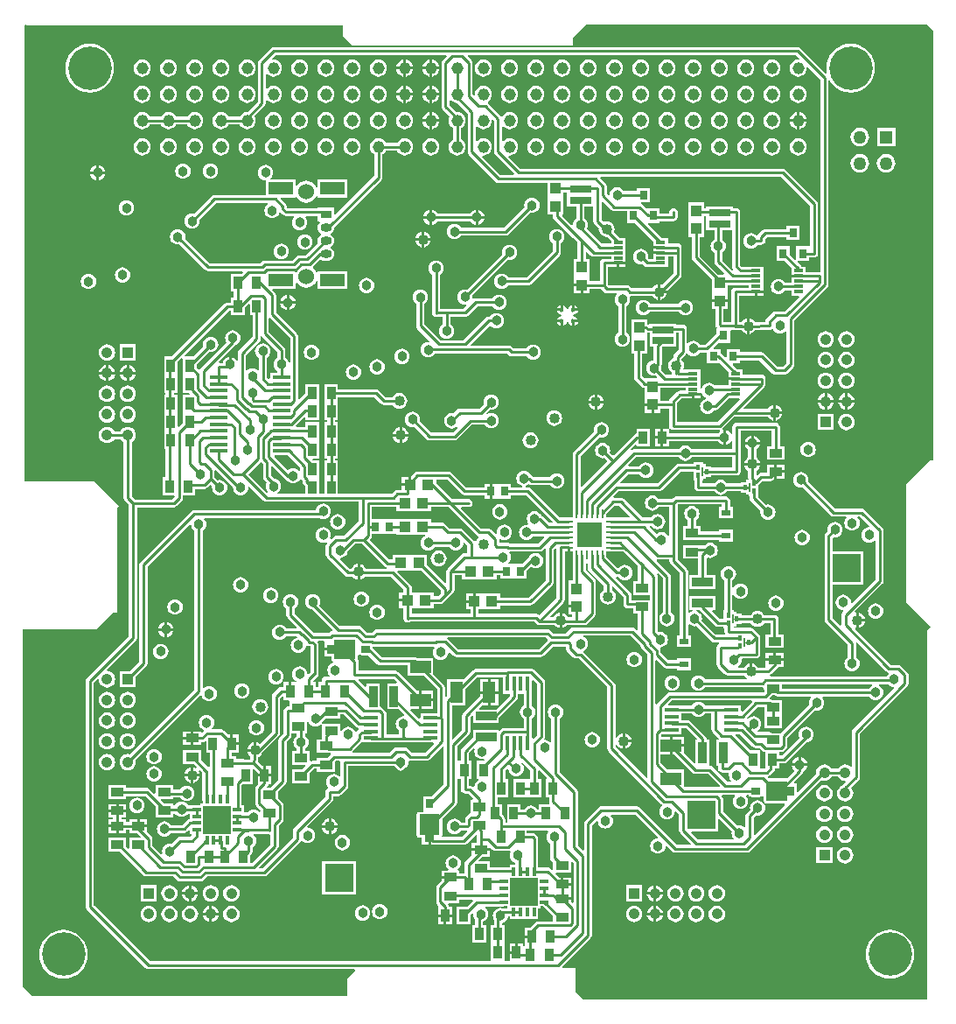
<source format=gbl>
%FSLAX44Y44*%
%MOMM*%
G71*
G01*
G75*
G04 Layer_Physical_Order=8*
G04 Layer_Color=16711680*
%ADD10R,1.2192X0.8128*%
%ADD11R,0.6500X0.2500*%
%ADD12R,0.1900X0.7500*%
%ADD13R,1.6500X4.4000*%
%ADD14R,0.8128X1.2192*%
%ADD15R,0.3048X0.8128*%
%ADD16R,0.8128X0.3048*%
%ADD17R,0.6500X0.8500*%
%ADD18R,0.9500X0.6500*%
%ADD19R,2.0066X0.8128*%
%ADD20R,0.3556X1.4224*%
%ADD21R,1.2192X2.0066*%
%ADD22R,2.0066X1.2192*%
%ADD23R,1.0160X1.1176*%
%ADD24O,1.0000X0.2500*%
%ADD25O,0.2500X1.0000*%
%ADD26R,2.4500X2.4500*%
%ADD27R,0.8000X0.9000*%
%ADD28R,2.1000X0.7000*%
%ADD29R,0.7112X0.9144*%
%ADD30R,0.8890X0.3048*%
%ADD31R,0.2000X0.9100*%
%ADD32R,0.4500X0.5000*%
%ADD33R,0.8300X0.6300*%
%ADD34R,1.1176X1.0160*%
%ADD35O,1.6500X0.3000*%
%ADD36R,1.3000X1.9000*%
%ADD37R,0.9144X0.7112*%
%ADD38O,2.1000X0.3000*%
%ADD39O,0.3000X2.1000*%
%ADD40R,1.4224X0.3556*%
%ADD41R,0.8500X0.6500*%
%ADD42R,0.6500X0.9500*%
%ADD43R,0.8128X2.0066*%
%ADD44C,0.5080*%
%ADD45C,0.2540*%
%ADD46C,0.0000*%
%ADD47R,1.9500X2.0000*%
%ADD48R,0.6500X0.8500*%
%ADD49R,2.0000X1.9500*%
%ADD50R,1.2700X1.2700*%
%ADD51C,1.2700*%
%ADD52C,1.0160*%
%ADD53R,2.7178X2.7178*%
%ADD54R,1.0668X1.0670*%
%ADD55C,1.0670*%
%ADD56R,1.0670X1.0670*%
%ADD57R,2.7178X2.7178*%
%ADD58C,4.2000*%
%ADD59C,0.5000*%
%ADD60C,1.1540*%
%ADD61R,1.0670X1.0670*%
%ADD62C,1.5240*%
%ADD63C,0.9652*%
%ADD64C,0.4540*%
%ADD65C,1.0160*%
%ADD66C,2.0320*%
%ADD67C,1.7780*%
%ADD68C,1.8290*%
%ADD69C,5.2160*%
%ADD70C,1.5160*%
%ADD71C,1.9160*%
G04:AMPARAMS|DCode=72|XSize=2.424mm|YSize=2.424mm|CornerRadius=0mm|HoleSize=0mm|Usage=FLASHONLY|Rotation=0.000|XOffset=0mm|YOffset=0mm|HoleType=Round|Shape=Relief|Width=0.254mm|Gap=0.254mm|Entries=4|*
%AMTHD72*
7,0,0,2.4240,1.9160,0.2540,45*
%
%ADD72THD72*%
G04:AMPARAMS|DCode=73|XSize=2.286mm|YSize=2.286mm|CornerRadius=0mm|HoleSize=0mm|Usage=FLASHONLY|Rotation=0.000|XOffset=0mm|YOffset=0mm|HoleType=Round|Shape=Relief|Width=0.254mm|Gap=0.254mm|Entries=4|*
%AMTHD73*
7,0,0,2.2860,1.7780,0.2540,45*
%
%ADD73THD73*%
%ADD74C,2.6160*%
%ADD75C,1.7272*%
%ADD76C,1.2160*%
G04:AMPARAMS|DCode=77|XSize=2.2352mm|YSize=2.2352mm|CornerRadius=0mm|HoleSize=0mm|Usage=FLASHONLY|Rotation=0.000|XOffset=0mm|YOffset=0mm|HoleType=Round|Shape=Relief|Width=0.254mm|Gap=0.254mm|Entries=4|*
%AMTHD77*
7,0,0,2.2352,1.7272,0.2540,45*
%
%ADD77THD77*%
G04:AMPARAMS|DCode=78|XSize=2.337mm|YSize=2.337mm|CornerRadius=0mm|HoleSize=0mm|Usage=FLASHONLY|Rotation=0.000|XOffset=0mm|YOffset=0mm|HoleType=Round|Shape=Relief|Width=0.254mm|Gap=0.254mm|Entries=4|*
%AMTHD78*
7,0,0,2.3370,1.8290,0.2540,45*
%
%ADD78THD78*%
%ADD79O,1.1000X0.8000*%
%ADD80R,1.1000X0.8000*%
%ADD81R,2.4000X1.2000*%
%ADD82R,1.7000X0.3500*%
G36*
X1016254Y587817D02*
Y575358D01*
X1015820D01*
Y563834D01*
X1017189Y562784D01*
X1018370Y561245D01*
X1019112Y559453D01*
X1019365Y557530D01*
X1019112Y555607D01*
X1018370Y553815D01*
X1017189Y552276D01*
X1015820Y551226D01*
Y538480D01*
Y536956D01*
X1016254D01*
Y532315D01*
X1017427Y531829D01*
X1021005Y535407D01*
Y584725D01*
X1017427Y588303D01*
X1016254Y587817D01*
D02*
G37*
G36*
X1066087Y630260D02*
X1066705Y630004D01*
X1068243Y628824D01*
X1069424Y627285D01*
X1070166Y625493D01*
X1070419Y623570D01*
X1070166Y621647D01*
X1069424Y619855D01*
X1068243Y618316D01*
X1066705Y617136D01*
X1066384Y617003D01*
X1066136Y615757D01*
X1095697Y586197D01*
X1096539Y584937D01*
X1096834Y583450D01*
Y533285D01*
X1098080Y533038D01*
X1098244Y533433D01*
X1099465Y535025D01*
X1101057Y536246D01*
X1102911Y537014D01*
X1103630Y537109D01*
Y529590D01*
Y522071D01*
X1102911Y522166D01*
X1101057Y522934D01*
X1099465Y524155D01*
X1098244Y525747D01*
X1098080Y526142D01*
X1096834Y525895D01*
Y523846D01*
X1126639Y494041D01*
X1127812Y494527D01*
Y613251D01*
X1122433Y618631D01*
X1121591Y619891D01*
X1121295Y621377D01*
Y622001D01*
X1111791Y631505D01*
X1066335D01*
X1066087Y630260D01*
D02*
G37*
G36*
X951484Y579722D02*
Y564007D01*
X938604D01*
Y531738D01*
X939778Y531252D01*
X948615Y540089D01*
Y554230D01*
X948911Y555717D01*
X949753Y556977D01*
X966214Y573438D01*
Y575310D01*
X973580D01*
Y564007D01*
X967770D01*
X965101Y561337D01*
X965587Y560164D01*
X981390D01*
X994895Y573669D01*
Y575358D01*
X987962D01*
Y591489D01*
X963251D01*
X951484Y579722D01*
D02*
G37*
G36*
X1351900Y583244D02*
X1352455Y583014D01*
X1353993Y581833D01*
X1355174Y580295D01*
X1355916Y578503D01*
X1356169Y576580D01*
X1355916Y574657D01*
X1355174Y572865D01*
X1353993Y571326D01*
X1352455Y570146D01*
X1350663Y569404D01*
X1348740Y569150D01*
X1346817Y569404D01*
X1345025Y570146D01*
X1343486Y571326D01*
X1342436Y572695D01*
X1297495D01*
X1296933Y571556D01*
X1298024Y570135D01*
X1298766Y568343D01*
X1299019Y566420D01*
X1298766Y564497D01*
X1298024Y562705D01*
X1296843Y561166D01*
X1295305Y559986D01*
X1293513Y559244D01*
X1291590Y558990D01*
X1289879Y559216D01*
X1263470Y532807D01*
Y524964D01*
X1263175Y523477D01*
X1262333Y522217D01*
X1260101Y519985D01*
X1258840Y519143D01*
X1257354Y518847D01*
X1255268D01*
Y515695D01*
X1258231D01*
X1274927Y532391D01*
X1274253Y534017D01*
X1274000Y535940D01*
X1274253Y537863D01*
X1274996Y539655D01*
X1276176Y541194D01*
X1277715Y542374D01*
X1279507Y543116D01*
X1281430Y543370D01*
X1283353Y543116D01*
X1285145Y542374D01*
X1286683Y541194D01*
X1287864Y539655D01*
X1288606Y537863D01*
X1288859Y535940D01*
X1288606Y534017D01*
X1287864Y532225D01*
X1286683Y530686D01*
X1285145Y529506D01*
X1283353Y528764D01*
X1282126Y528602D01*
X1262587Y509063D01*
X1261326Y508221D01*
X1259840Y507925D01*
X1255268D01*
Y503174D01*
X1251278D01*
X1250983Y501687D01*
X1250141Y500427D01*
X1246077Y496363D01*
X1244816Y495521D01*
X1244566Y494695D01*
X1245322Y493675D01*
X1262881D01*
X1269879Y500673D01*
X1269826Y501477D01*
X1268646Y503015D01*
X1267903Y504807D01*
X1267818Y505460D01*
X1282342D01*
X1282256Y504807D01*
X1281514Y503015D01*
X1280333Y501477D01*
X1278964Y500426D01*
Y500380D01*
X1278669Y498893D01*
X1277827Y497633D01*
X1269987Y489793D01*
X1270473Y488620D01*
X1272370D01*
Y480885D01*
X1273543Y480399D01*
X1291381Y498236D01*
X1291267Y499100D01*
X1291537Y501156D01*
X1292331Y503072D01*
X1293593Y504717D01*
X1295238Y505979D01*
X1297154Y506772D01*
X1299210Y507043D01*
X1301266Y506772D01*
X1303181Y505979D01*
X1304826Y504717D01*
X1306089Y503072D01*
X1306125Y502985D01*
X1312295D01*
X1312331Y503072D01*
X1313593Y504717D01*
X1315238Y505979D01*
X1317154Y506772D01*
X1319210Y507043D01*
X1321266Y506772D01*
X1323181Y505979D01*
X1324746Y504778D01*
X1325885Y505340D01*
Y538162D01*
X1326181Y539648D01*
X1327023Y540909D01*
X1366782Y580667D01*
X1366373Y581870D01*
X1364597Y582104D01*
X1362805Y582846D01*
X1361266Y584026D01*
X1360911Y584489D01*
X1352148D01*
X1351900Y583244D01*
D02*
G37*
G36*
X869696Y528066D02*
X851059D01*
X842402Y519408D01*
X842887Y518235D01*
X878102D01*
X882045Y522177D01*
X883305Y523019D01*
X884791Y523315D01*
X893208D01*
X894695Y523019D01*
X895955Y522177D01*
X899897Y518235D01*
X912385D01*
X921043Y526893D01*
X920557Y528066D01*
X908098D01*
Y528245D01*
X869696D01*
Y528066D01*
D02*
G37*
G36*
X830326Y551180D02*
X815753D01*
X813482Y548908D01*
X812884Y547465D01*
X812821Y547383D01*
X813383Y546244D01*
X830326D01*
Y539434D01*
X831571Y539186D01*
X831766Y539655D01*
X832946Y541194D01*
X834485Y542374D01*
X836277Y543116D01*
X838200Y543370D01*
X840123Y543116D01*
X841915Y542374D01*
X843453Y541194D01*
X844634Y539655D01*
X845083Y538570D01*
X846347Y538446D01*
X846375Y538487D01*
X848607Y540719D01*
X849028Y541000D01*
X848659Y542215D01*
X848360D01*
X846873Y542511D01*
X845613Y543353D01*
X833797Y555169D01*
X830326D01*
Y551180D01*
D02*
G37*
G36*
X1160732Y555498D02*
Y550978D01*
Y549985D01*
X1166876D01*
X1168362Y549689D01*
X1169623Y548847D01*
X1184007Y534463D01*
X1184849Y533203D01*
X1185144Y531716D01*
Y530733D01*
X1187864D01*
Y505587D01*
D01*
Y505587D01*
X1187916Y505535D01*
X1188210D01*
X1189696Y505239D01*
X1190957Y504397D01*
X1205059Y490295D01*
X1208215D01*
X1208776Y491434D01*
X1207686Y492855D01*
X1206943Y494647D01*
X1206690Y496570D01*
X1206889Y498080D01*
X1206052Y499035D01*
X1200150D01*
X1198663Y499331D01*
X1197403Y500173D01*
X1196561Y501433D01*
X1196265Y502920D01*
Y505587D01*
X1194816D01*
Y530733D01*
X1196619D01*
X1197047Y531373D01*
X1197268Y531906D01*
X1191053Y538121D01*
X1190211Y539381D01*
X1189915Y540868D01*
Y556185D01*
X1183594D01*
X1182543Y554817D01*
X1181005Y553636D01*
X1179213Y552894D01*
X1177290Y552640D01*
X1175367Y552894D01*
X1173575Y553636D01*
X1172036Y554817D01*
X1170986Y556185D01*
X1160732D01*
Y555498D01*
D02*
G37*
G36*
X1147787Y565307D02*
X1148273Y564134D01*
X1160732D01*
Y563955D01*
X1170986D01*
X1172036Y565323D01*
X1173575Y566504D01*
X1175367Y567246D01*
X1177290Y567500D01*
X1179213Y567246D01*
X1181005Y566504D01*
X1182543Y565323D01*
X1183594Y563955D01*
X1199134D01*
Y564134D01*
X1218438D01*
Y558841D01*
X1219611Y558355D01*
X1228968Y567712D01*
X1228482Y568885D01*
X1151365D01*
X1147787Y565307D01*
D02*
G37*
G36*
X1245867Y571193D02*
X1246235Y569978D01*
X1247356Y569755D01*
X1248546Y568960D01*
X1258316D01*
Y555752D01*
X1258316D01*
X1258316Y555354D01*
X1258316D01*
Y542146D01*
X1241044D01*
Y555354D01*
X1241044D01*
X1241044Y555752D01*
X1241044Y555752D01*
Y555752D01*
Y562281D01*
X1234525D01*
X1224594Y552351D01*
X1225432Y551396D01*
X1226915Y552534D01*
X1228707Y553276D01*
X1230630Y553530D01*
X1232553Y553276D01*
X1234345Y552534D01*
X1235883Y551353D01*
X1237064Y549815D01*
X1237806Y548023D01*
X1238059Y546100D01*
X1237806Y544177D01*
X1237064Y542385D01*
X1235883Y540846D01*
X1234345Y539666D01*
X1234056Y539546D01*
X1234304Y538301D01*
X1245870D01*
X1247356Y538005D01*
X1248546Y537210D01*
X1256886D01*
X1284386Y564709D01*
X1284160Y566420D01*
X1284413Y568343D01*
X1285156Y570135D01*
X1286246Y571556D01*
X1285685Y572695D01*
X1253600D01*
X1252113Y572991D01*
X1250853Y573833D01*
X1250790Y573896D01*
X1248569D01*
X1245867Y571193D01*
D02*
G37*
G36*
X798576Y547686D02*
Y536702D01*
X796364D01*
Y534624D01*
X797733Y533573D01*
X798914Y532035D01*
X799656Y530243D01*
X799909Y528320D01*
X799656Y526397D01*
X798914Y524605D01*
X797733Y523066D01*
X796364Y522016D01*
Y519938D01*
X801116D01*
Y510756D01*
X802236Y510157D01*
X802313Y510209D01*
X803800Y510505D01*
X807974D01*
Y513224D01*
X817720D01*
X821408Y516912D01*
X820922Y518085D01*
X819404D01*
X819028Y518160D01*
X807974D01*
Y531368D01*
X812725D01*
Y534560D01*
X813021Y536047D01*
X813054Y536096D01*
Y545711D01*
X811851Y546119D01*
X811703Y545927D01*
X810165Y544746D01*
X808373Y544004D01*
X806450Y543750D01*
X804527Y544004D01*
X802735Y544746D01*
X801196Y545927D01*
X800016Y547465D01*
X799821Y547934D01*
X798576Y547686D01*
D02*
G37*
G36*
X848310Y612700D02*
X848037D01*
X847139Y611802D01*
Y608737D01*
X847132Y608702D01*
X847135Y608699D01*
X847977Y607438D01*
X848273Y605952D01*
Y597535D01*
X883870D01*
X885356Y597239D01*
X886617Y596397D01*
X904908Y578106D01*
X906780D01*
Y569470D01*
Y560834D01*
X899039D01*
X898553Y559661D01*
X906925Y551289D01*
X908098Y551775D01*
Y556358D01*
X924229D01*
Y579799D01*
X911192Y592836D01*
X895477D01*
Y603048D01*
X869136D01*
X867649Y603344D01*
X866389Y604186D01*
X857925Y612650D01*
X850800D01*
X850550Y612700D01*
X848310D01*
Y612700D01*
D02*
G37*
G36*
X955114Y517821D02*
Y510286D01*
X957580D01*
Y493014D01*
X955114D01*
Y486485D01*
X956056D01*
X957542Y486189D01*
X958803Y485347D01*
X959144Y485006D01*
X960346Y485414D01*
X960563Y487063D01*
X961306Y488855D01*
X962486Y490393D01*
X964025Y491574D01*
X964494Y491768D01*
X964246Y493014D01*
X962516D01*
Y510286D01*
X969502D01*
X970446Y511230D01*
X969740Y512286D01*
X969663Y512254D01*
X967740Y512000D01*
X965817Y512254D01*
X964025Y512996D01*
X962486Y514176D01*
X961306Y515715D01*
X960563Y517507D01*
X960310Y519430D01*
X960563Y521353D01*
X960673Y521618D01*
X959617Y522324D01*
X955114Y517821D01*
D02*
G37*
G36*
X944372Y493014D02*
X944372D01*
X943684Y492327D01*
Y469900D01*
X943389Y468413D01*
X942547Y467153D01*
X929282Y453888D01*
Y438453D01*
X929179Y437936D01*
X929985Y436955D01*
X948605D01*
X953632Y441982D01*
X953146Y443155D01*
X947374D01*
X946323Y441786D01*
X944785Y440606D01*
X942993Y439864D01*
X941070Y439610D01*
X939147Y439864D01*
X937355Y440606D01*
X935816Y441786D01*
X934636Y443325D01*
X933893Y445117D01*
X933640Y447040D01*
X933893Y448963D01*
X934636Y450755D01*
X935816Y452294D01*
X937355Y453474D01*
X939147Y454216D01*
X941070Y454470D01*
X942993Y454216D01*
X944785Y453474D01*
X946323Y452294D01*
X947374Y450925D01*
X951409D01*
Y453698D01*
X951705Y455185D01*
X952547Y456445D01*
X954779Y458677D01*
X956039Y459519D01*
X956564Y459623D01*
Y472804D01*
X958554D01*
X959040Y473977D01*
X954833Y478185D01*
X954542Y478620D01*
X954447Y478715D01*
X951230D01*
X949743Y479011D01*
X948483Y479853D01*
X947641Y481113D01*
X947345Y482600D01*
Y493014D01*
X944372D01*
D01*
D02*
G37*
G36*
X772234Y571161D02*
Y537210D01*
X771939Y535723D01*
X771097Y534463D01*
X755470Y518837D01*
X755454Y518711D01*
X754686Y516857D01*
X753465Y515265D01*
X751873Y514044D01*
X751242Y513783D01*
X750808Y509445D01*
X755048Y505206D01*
X755904D01*
Y497840D01*
X750570D01*
Y498696D01*
X746807Y502459D01*
X745634Y501973D01*
Y487934D01*
X735888D01*
X735150Y487197D01*
Y467360D01*
X737616D01*
Y460577D01*
X741041D01*
X741506Y461184D01*
X743045Y462364D01*
X744837Y463106D01*
X746760Y463360D01*
X748683Y463106D01*
X750475Y462364D01*
X752013Y461184D01*
X752161Y460991D01*
X753364Y461399D01*
Y462772D01*
X749347Y466789D01*
X748505Y468049D01*
X748209Y469536D01*
Y483416D01*
X748505Y484903D01*
X749347Y486163D01*
X750730Y487546D01*
X750570Y487934D01*
X750570D01*
X750570Y487934D01*
Y495300D01*
X763778D01*
Y487934D01*
X760947D01*
X760763Y487010D01*
X759921Y485749D01*
X759723Y485551D01*
X760209Y484378D01*
X763110D01*
X770815Y492083D01*
Y530442D01*
X771111Y531928D01*
X771953Y533189D01*
X775641Y536877D01*
Y554990D01*
X775895Y556267D01*
Y559054D01*
X776191Y560541D01*
X777033Y561801D01*
X778293Y562643D01*
X779780Y562939D01*
X781304D01*
Y568054D01*
X781304D01*
Y568316D01*
X780406Y569214D01*
X775462D01*
Y572729D01*
X774288Y573215D01*
X772234Y571161D01*
D02*
G37*
G36*
X746635Y438553D02*
X746933Y438324D01*
X748114Y436785D01*
X748856Y434993D01*
X749109Y433070D01*
X748856Y431147D01*
X748114Y429355D01*
X746933Y427817D01*
X745564Y426766D01*
Y422800D01*
X745269Y421313D01*
X744427Y420053D01*
X743314Y418940D01*
Y411555D01*
X745151D01*
X763195Y429599D01*
Y438692D01*
X762213Y439498D01*
X762000Y439455D01*
X760513Y439751D01*
X760507Y439755D01*
X747043D01*
X746635Y438553D01*
D02*
G37*
G36*
X1195959Y454238D02*
Y442341D01*
X1170546D01*
X1170060Y441168D01*
X1176813Y434415D01*
X1210755D01*
X1211316Y435554D01*
X1210226Y436975D01*
X1209483Y438767D01*
X1209230Y440690D01*
X1209455Y442401D01*
X1197132Y454724D01*
X1195959Y454238D01*
D02*
G37*
G36*
X1240667Y468804D02*
X1240874Y468535D01*
X1241616Y466743D01*
X1241869Y464820D01*
X1241616Y462897D01*
X1240874Y461105D01*
X1239693Y459566D01*
X1238155Y458386D01*
X1236363Y457644D01*
X1234440Y457390D01*
X1232729Y457616D01*
X1230704Y455591D01*
Y439220D01*
X1231878Y438733D01*
X1260966Y467822D01*
X1260480Y468995D01*
X1243333D01*
X1242341Y469192D01*
X1241536Y469731D01*
X1240667Y468804D01*
D02*
G37*
G36*
X1200015Y476325D02*
X1200818Y475124D01*
X1201113Y473637D01*
Y461730D01*
X1214949Y447894D01*
X1216660Y448120D01*
X1218583Y447866D01*
X1220375Y447124D01*
X1221796Y446033D01*
X1222935Y446595D01*
Y457200D01*
X1223231Y458687D01*
X1224073Y459947D01*
X1227235Y463109D01*
X1227010Y464820D01*
X1227263Y466743D01*
X1228006Y468535D01*
X1229186Y470074D01*
X1230725Y471254D01*
X1232517Y471996D01*
X1234440Y472250D01*
X1236363Y471996D01*
X1238155Y471254D01*
X1239693Y470074D01*
X1240218Y469390D01*
X1241250Y470130D01*
X1240940Y470594D01*
X1240743Y471585D01*
Y475540D01*
X1239570D01*
Y475540D01*
X1237330D01*
X1237080Y475490D01*
X1228580D01*
X1228330Y475540D01*
X1225990D01*
Y477445D01*
X1223945D01*
X1223383Y476306D01*
X1224474Y474885D01*
X1225216Y473093D01*
X1225469Y471170D01*
X1225216Y469247D01*
X1224474Y467455D01*
X1223293Y465916D01*
X1221755Y464736D01*
X1219963Y463994D01*
X1218040Y463740D01*
X1216117Y463994D01*
X1214325Y464736D01*
X1212786Y465916D01*
X1211606Y467455D01*
X1210863Y469247D01*
X1210610Y471170D01*
X1210863Y473093D01*
X1211606Y474885D01*
X1212696Y476306D01*
X1212135Y477445D01*
X1200614D01*
X1200015Y476325D01*
D02*
G37*
G36*
X1213155Y534669D02*
X1227377Y520446D01*
X1237124D01*
Y503174D01*
D01*
Y503174D01*
X1237303Y502995D01*
X1241721D01*
X1242060Y503334D01*
Y518847D01*
X1242006D01*
X1240519Y519143D01*
X1239259Y519985D01*
X1236587Y522657D01*
X1232408D01*
X1230921Y522953D01*
X1229661Y523795D01*
X1217614Y535842D01*
X1213641D01*
X1213155Y534669D01*
D02*
G37*
G36*
X1002664Y572060D02*
X1002369Y570573D01*
X1001527Y569313D01*
X984123Y551909D01*
Y546956D01*
X958977D01*
Y553554D01*
X957803Y554040D01*
X956384Y552621D01*
Y538480D01*
X956089Y536993D01*
X955247Y535733D01*
X943684Y524171D01*
Y510286D01*
X944372D01*
Y510286D01*
X947345D01*
Y519430D01*
X947592Y520670D01*
X947641Y520917D01*
X948483Y522177D01*
X958977Y532671D01*
Y540004D01*
X984123D01*
X984123Y540004D01*
Y540004D01*
X984890Y539686D01*
X986431Y541227D01*
X987691Y542069D01*
X989178Y542365D01*
X1008051D01*
Y551226D01*
X1006682Y552276D01*
X1005502Y553815D01*
X1004759Y555607D01*
X1004506Y557530D01*
X1004759Y559453D01*
X1005502Y561245D01*
X1006682Y562784D01*
X1008051Y563834D01*
Y575358D01*
X1002664D01*
Y572060D01*
D02*
G37*
G36*
X783410Y535268D02*
X783115Y533781D01*
X782273Y532521D01*
X778584Y528833D01*
Y490474D01*
X778289Y488987D01*
X777447Y487727D01*
X770636Y480916D01*
Y474268D01*
X774653Y470251D01*
X775495Y468991D01*
X775790Y467504D01*
Y453988D01*
X775495Y452501D01*
X774653Y451241D01*
X770964Y447553D01*
Y427990D01*
X770669Y426503D01*
X769827Y425243D01*
X752232Y407648D01*
X752718Y406475D01*
X755311D01*
X784785Y435949D01*
Y442358D01*
X785081Y443845D01*
X785923Y445105D01*
X816137Y475319D01*
Y480060D01*
X816432Y481547D01*
X817274Y482807D01*
X818535Y483649D01*
X818740Y483690D01*
X819028Y484927D01*
X818976Y484967D01*
X817796Y486505D01*
X817053Y488297D01*
X816800Y490220D01*
X817053Y492143D01*
X817796Y493935D01*
X818976Y495474D01*
X820515Y496654D01*
X822307Y497396D01*
X824230Y497650D01*
X826153Y497396D01*
X827945Y496654D01*
X829366Y495563D01*
X830505Y496125D01*
Y508852D01*
X830631Y509484D01*
X829825Y510465D01*
X825949D01*
X825246Y509762D01*
Y500016D01*
X807974D01*
Y502735D01*
X805409D01*
X801116Y498442D01*
Y488586D01*
X783844D01*
Y501794D01*
X793480D01*
X797243Y505557D01*
X796757Y506730D01*
X783844D01*
Y519938D01*
X788595D01*
Y522016D01*
X787226Y523066D01*
X786046Y524605D01*
X785303Y526397D01*
X785050Y528320D01*
X785303Y530243D01*
X786046Y532035D01*
X787226Y533573D01*
X788595Y534624D01*
Y536702D01*
X783410D01*
Y535268D01*
D02*
G37*
G36*
X1006056Y508118D02*
X1007194Y506635D01*
X1007936Y504843D01*
X1008189Y502920D01*
X1007936Y500997D01*
X1007194Y499205D01*
X1006013Y497667D01*
X1004475Y496486D01*
X1002683Y495744D01*
X1000760Y495490D01*
X998837Y495744D01*
X997045Y496486D01*
X995506Y497667D01*
X994326Y499205D01*
X993583Y500997D01*
X993396Y502421D01*
X992193Y502830D01*
X990420Y501057D01*
Y492506D01*
X993140D01*
Y475234D01*
X982546D01*
Y468376D01*
X986934D01*
Y458740D01*
X989283Y456391D01*
X990125Y455131D01*
X990420Y453644D01*
Y450671D01*
X991870D01*
Y451104D01*
X991870D01*
Y468376D01*
X1005078D01*
Y463625D01*
X1008616D01*
X1009667Y464994D01*
X1011206Y466174D01*
X1012997Y466916D01*
X1014920Y467170D01*
X1016843Y466916D01*
X1018635Y466174D01*
X1020174Y464994D01*
X1021224Y463625D01*
X1023112D01*
Y468376D01*
X1032367D01*
X1032966Y469496D01*
X1032841Y469683D01*
X1032545Y471170D01*
Y475234D01*
X1029826D01*
Y492506D01*
X1030275D01*
X1030761Y493679D01*
X1023344Y501096D01*
X1022170Y500610D01*
Y492506D01*
X1024890D01*
Y475234D01*
X1011682D01*
Y475234D01*
X1011284Y475234D01*
Y475234D01*
X998076D01*
Y492506D01*
X1011284D01*
Y492506D01*
X1011572Y492506D01*
X1011682D01*
Y492506D01*
X1011682D01*
X1011682D01*
X1014401D01*
Y501565D01*
X1007011Y508955D01*
X1006056Y508118D01*
D02*
G37*
G36*
X1160732Y535842D02*
X1141634D01*
X1140928Y534786D01*
X1141293Y533906D01*
X1149350D01*
Y525270D01*
Y516634D01*
X1140661D01*
Y508720D01*
X1147477Y501904D01*
X1163193D01*
Y486189D01*
X1164167Y485215D01*
X1197492D01*
X1197978Y486388D01*
X1186601Y497765D01*
X1174240D01*
X1172753Y498061D01*
X1171493Y498903D01*
X1153762Y516634D01*
X1151890D01*
Y524000D01*
X1163193D01*
Y518191D01*
X1173483Y507901D01*
X1174656Y508387D01*
Y530733D01*
X1175090D01*
X1175576Y531906D01*
X1165267Y542215D01*
X1160732D01*
Y535842D01*
D02*
G37*
G36*
X763567Y795190D02*
Y786246D01*
X766506Y783308D01*
X767733Y783146D01*
X769525Y782404D01*
X771063Y781224D01*
X772244Y779685D01*
X772986Y777893D01*
X773239Y775970D01*
X772986Y774047D01*
X772244Y772255D01*
X771063Y770716D01*
X769975Y769881D01*
X770383Y768679D01*
X797052D01*
Y775810D01*
X794885Y777977D01*
X794043Y779237D01*
X793747Y780724D01*
Y780724D01*
X793851Y781243D01*
X793035Y782059D01*
X792617Y782684D01*
X791354Y782559D01*
X791294Y782415D01*
X790113Y780876D01*
X788575Y779696D01*
X786783Y778954D01*
X784860Y778700D01*
X782937Y778954D01*
X781145Y779696D01*
X779606Y780876D01*
X778426Y782415D01*
X778381Y782524D01*
X778293Y782541D01*
X777033Y783383D01*
X764740Y795676D01*
X763567Y795190D01*
D02*
G37*
G36*
X738014Y948474D02*
Y941324D01*
X724806D01*
Y946075D01*
X722969D01*
X679513Y902619D01*
X679999Y901446D01*
X687926D01*
X697899Y911419D01*
X697674Y913130D01*
X697927Y915053D01*
X698670Y916845D01*
X699850Y918383D01*
X701389Y919564D01*
X703181Y920306D01*
X705104Y920560D01*
X707027Y920306D01*
X708819Y919564D01*
X710357Y918383D01*
X711538Y916845D01*
X712280Y915053D01*
X712533Y913130D01*
X712280Y911207D01*
X711538Y909415D01*
X710357Y907877D01*
X708819Y906696D01*
X707027Y905954D01*
X705104Y905700D01*
X703393Y905926D01*
X691388Y893920D01*
Y890992D01*
X693668Y888711D01*
X694884Y889080D01*
X694911Y889217D01*
X695753Y890477D01*
X720455Y915179D01*
X720006Y915765D01*
X719263Y917557D01*
X719010Y919480D01*
X719263Y921403D01*
X720006Y923195D01*
X721186Y924734D01*
X722725Y925914D01*
X724517Y926656D01*
X726440Y926910D01*
X728363Y926656D01*
X730155Y925914D01*
X731693Y924734D01*
X732874Y923195D01*
X733616Y921403D01*
X733869Y919480D01*
X733616Y917557D01*
X732874Y915765D01*
X731693Y914227D01*
X730155Y913046D01*
X728712Y912448D01*
X712841Y896578D01*
X713327Y895405D01*
X716645D01*
X716723Y896003D01*
X717466Y897795D01*
X718646Y899333D01*
X720185Y900514D01*
X721977Y901256D01*
X722630Y901342D01*
Y894080D01*
X725170D01*
Y901342D01*
X725823Y901256D01*
X727615Y900514D01*
X729153Y899333D01*
X730242Y897914D01*
X731445Y898322D01*
Y904638D01*
X731741Y906125D01*
X732583Y907385D01*
X745669Y920471D01*
Y941324D01*
X742950D01*
Y951751D01*
X741777Y952237D01*
X738014Y948474D01*
D02*
G37*
G36*
X741658Y787836D02*
X759559Y769934D01*
X760514Y770772D01*
X759376Y772255D01*
X758633Y774047D01*
X758380Y775970D01*
X758633Y777893D01*
X759307Y779519D01*
X756936Y781891D01*
X756093Y783151D01*
X755798Y784637D01*
Y797434D01*
X753527Y799705D01*
X741658Y787836D01*
D02*
G37*
G36*
X918288Y752150D02*
X902032D01*
Y752150D01*
X901152Y752150D01*
Y752150D01*
X884896D01*
Y755885D01*
D01*
D01*
X884096Y755829D01*
X884096Y755829D01*
Y755829D01*
D01*
D01*
D01*
X861134D01*
Y744022D01*
X870776D01*
Y744022D01*
X871436Y744022D01*
X871688D01*
Y744022D01*
X871688D01*
X871688D01*
X883880D01*
Y744022D01*
X884388D01*
X884896Y744530D01*
Y744530D01*
X901134D01*
X901134Y744530D01*
Y744530D01*
X901152Y744530D01*
X901592D01*
X902032D01*
X902050Y744530D01*
X902050Y744530D01*
Y744530D01*
X918288D01*
Y740795D01*
X929600D01*
X931086Y740499D01*
X932347Y739657D01*
X936599Y735405D01*
X946548D01*
X948035Y735109D01*
X949295Y734267D01*
X960327Y723235D01*
X960651Y722749D01*
X961915Y722874D01*
X962354Y723933D01*
X963575Y725525D01*
X964873Y726521D01*
X964585Y727758D01*
X963713Y727931D01*
X962453Y728773D01*
X935341Y755885D01*
X918288D01*
Y752150D01*
D02*
G37*
G36*
X1088204Y749051D02*
Y745654D01*
X1091737D01*
X1091840Y745675D01*
X1110532D01*
X1111018Y746848D01*
X1100711Y757155D01*
X1096309D01*
X1088204Y749051D01*
D02*
G37*
G36*
X708734Y790994D02*
Y784801D01*
X711705Y781830D01*
X711817Y781876D01*
X713740Y782130D01*
X715663Y781876D01*
X717455Y781134D01*
X718993Y779954D01*
X720174Y778415D01*
X720916Y776623D01*
X721169Y774700D01*
X720916Y772777D01*
X720174Y770985D01*
X718993Y769446D01*
X717455Y768266D01*
X715663Y767524D01*
X713740Y767270D01*
X711817Y767524D01*
X710025Y768266D01*
X708486Y769446D01*
X707306Y770985D01*
X706563Y772777D01*
X706310Y774700D01*
X706489Y776059D01*
X705485Y777063D01*
X704215D01*
X701645Y774493D01*
X700385Y773651D01*
X700138Y773602D01*
X698898Y773355D01*
X690118D01*
Y767334D01*
X678398D01*
Y764684D01*
X678103Y763197D01*
X677261Y761937D01*
X672037Y756713D01*
X670776Y755871D01*
X669290Y755575D01*
X633804D01*
Y629294D01*
X633509Y627808D01*
X632667Y626547D01*
X604532Y598412D01*
X604940Y597210D01*
X606896Y596952D01*
X608811Y596159D01*
X610456Y594897D01*
X611719Y593251D01*
X612512Y591336D01*
X612783Y589280D01*
X612512Y587224D01*
X611719Y585308D01*
X610456Y583663D01*
X608811Y582401D01*
X606896Y581608D01*
X604840Y581337D01*
X602784Y581608D01*
X600868Y582401D01*
X599223Y583663D01*
X597961Y585308D01*
X597168Y587224D01*
X596910Y589180D01*
X595707Y589588D01*
X591894Y585775D01*
Y371179D01*
X646515Y316559D01*
X976266D01*
Y333756D01*
X976486D01*
Y334264D01*
X976486D01*
Y351536D01*
X979205D01*
Y356809D01*
X979086Y356965D01*
X978343Y358757D01*
X978090Y360680D01*
X978343Y362603D01*
X979086Y364395D01*
X980266Y365933D01*
X981805Y367114D01*
X983597Y367856D01*
X985520Y368110D01*
X987443Y367856D01*
X988124Y367574D01*
X988630Y367675D01*
X992251D01*
Y369726D01*
X989602D01*
X989534Y369681D01*
X988048Y369385D01*
X970855D01*
X970447Y368183D01*
X971723Y367203D01*
X972904Y365665D01*
X973646Y363873D01*
X973899Y361950D01*
X973646Y360027D01*
X972904Y358235D01*
X971723Y356697D01*
X970185Y355516D01*
X968830Y354955D01*
Y351536D01*
X971550D01*
Y334264D01*
X958342D01*
Y351536D01*
X961061D01*
Y356899D01*
X960036Y358235D01*
X959293Y360027D01*
X959040Y361950D01*
X959117Y362533D01*
X957978Y363094D01*
X956674Y361790D01*
Y352044D01*
X943466D01*
Y369316D01*
X953212D01*
X959128Y375232D01*
X958642Y376405D01*
X945896D01*
Y373016D01*
X935443D01*
X934844Y371896D01*
X935515Y370892D01*
X935810Y369406D01*
Y369316D01*
X938530D01*
Y361950D01*
X925322D01*
Y369316D01*
X925322Y369316D01*
X925322D01*
X925673Y370165D01*
X924607Y371231D01*
X923765Y372491D01*
X923716Y372738D01*
X923469Y373978D01*
Y387858D01*
X923765Y389345D01*
X924607Y390605D01*
X928624Y394622D01*
Y396494D01*
X937260D01*
Y399034D01*
X928624D01*
Y404368D01*
X934993D01*
X935401Y405571D01*
X934546Y406227D01*
X933366Y407765D01*
X932623Y409557D01*
X932370Y411480D01*
X932623Y413403D01*
X933366Y415195D01*
X934546Y416734D01*
X936085Y417914D01*
X937877Y418656D01*
X939800Y418910D01*
X941723Y418656D01*
X943515Y417914D01*
X945053Y416734D01*
X946234Y415195D01*
X946976Y413403D01*
X947229Y411480D01*
X946976Y409557D01*
X946234Y407765D01*
X945053Y406227D01*
X944199Y405571D01*
X944607Y404368D01*
X945896D01*
Y401649D01*
X950722D01*
X950901Y401796D01*
Y410210D01*
X951197Y411697D01*
X952039Y412957D01*
X957834Y418752D01*
Y423164D01*
X975106D01*
Y417830D01*
X967899D01*
X964137Y414067D01*
X964623Y412894D01*
X975106D01*
Y407635D01*
X994410D01*
Y409956D01*
X999923D01*
Y412000D01*
X998315Y412666D01*
X996776Y413847D01*
X995596Y415385D01*
X994853Y417177D01*
X994600Y419100D01*
X994853Y421023D01*
X995402Y422347D01*
X994596Y423329D01*
X993394Y423089D01*
X980894D01*
X979407Y423385D01*
X978147Y424227D01*
X976279Y426095D01*
X975336Y425704D01*
X957834D01*
Y431038D01*
X962585D01*
Y434340D01*
Y438288D01*
X961412Y438774D01*
X952961Y430323D01*
X951700Y429481D01*
X950214Y429185D01*
X919090D01*
X918210Y429360D01*
Y435220D01*
X915670D01*
Y429430D01*
X909650D01*
Y435863D01*
X907192D01*
X906201Y436060D01*
X905361Y436622D01*
X904799Y437462D01*
X904602Y438453D01*
Y458453D01*
X904799Y459444D01*
X905361Y460284D01*
X906201Y460845D01*
X907192Y461043D01*
X911150D01*
Y462230D01*
X911150D01*
Y464470D01*
X911100Y464720D01*
Y473220D01*
X911150Y473470D01*
Y475810D01*
X918626D01*
X930835Y488019D01*
Y524038D01*
X929662Y524524D01*
X916741Y511603D01*
X915480Y510761D01*
X913994Y510465D01*
X898288D01*
X897287Y510664D01*
X896360Y509796D01*
X896429Y509270D01*
X896176Y507347D01*
X895434Y505555D01*
X894253Y504016D01*
X892715Y502836D01*
X892162Y502607D01*
X891747Y501985D01*
X890486Y501143D01*
X889000Y500847D01*
X887513Y501143D01*
X886253Y501985D01*
X885485Y502753D01*
X885285Y502836D01*
X883746Y504016D01*
X882696Y505385D01*
X838274D01*
Y486012D01*
X837979Y484525D01*
X837137Y483265D01*
X831185Y477313D01*
X829925Y476471D01*
X829678Y476422D01*
X828438Y476175D01*
X823906D01*
Y473710D01*
X823610Y472223D01*
X822768Y470963D01*
X798568Y446763D01*
X798976Y445560D01*
X800753Y445326D01*
X802545Y444584D01*
X804083Y443404D01*
X805264Y441865D01*
X806006Y440073D01*
X806259Y438150D01*
X806006Y436227D01*
X805264Y434435D01*
X804083Y432896D01*
X802545Y431716D01*
X800753Y430974D01*
X798830Y430720D01*
X796907Y430974D01*
X795115Y431716D01*
X793576Y432896D01*
X793404Y433120D01*
X792259Y432853D01*
X791417Y431593D01*
X759667Y399843D01*
X758406Y399001D01*
X756920Y398705D01*
X701831D01*
X698143Y395017D01*
X696883Y394175D01*
X695396Y393879D01*
X675695D01*
X674209Y394175D01*
X672948Y395017D01*
X669260Y398705D01*
X642620D01*
X641133Y399001D01*
X639873Y399843D01*
X617170Y422546D01*
X606044D01*
Y435754D01*
X623316D01*
Y427388D01*
X625191Y425513D01*
X626364Y425999D01*
Y435754D01*
X636791D01*
X637277Y436927D01*
X633514Y440690D01*
X626364D01*
Y443409D01*
X623316D01*
Y440690D01*
X615950D01*
Y447294D01*
X614680D01*
Y448564D01*
X606044D01*
Y453898D01*
X610795D01*
Y455422D01*
X606044D01*
Y460756D01*
X623316D01*
Y455422D01*
X618564D01*
Y453898D01*
X623316D01*
Y451179D01*
X626364D01*
Y453898D01*
X633730D01*
Y447294D01*
X635000D01*
Y446024D01*
X643636D01*
Y441556D01*
X647653Y437539D01*
X648495Y436279D01*
X648790Y434792D01*
Y428583D01*
X657357Y420016D01*
X658413Y420722D01*
X658303Y420987D01*
X658050Y422910D01*
X658303Y424833D01*
X659046Y426625D01*
X660226Y428163D01*
X661765Y429344D01*
X663557Y430086D01*
X665480Y430340D01*
X667190Y430114D01*
X672893Y435817D01*
X674153Y436659D01*
X675640Y436955D01*
X685461D01*
X686909Y438403D01*
X686423Y439576D01*
X684846D01*
Y442743D01*
X683672Y443229D01*
X682197Y441753D01*
X680936Y440911D01*
X679450Y440615D01*
X666704D01*
X665653Y439246D01*
X664115Y438066D01*
X662323Y437324D01*
X660400Y437070D01*
X658477Y437324D01*
X656685Y438066D01*
X655146Y439246D01*
X653966Y440785D01*
X653223Y442577D01*
X652970Y444500D01*
X653223Y446423D01*
X653966Y448215D01*
X655146Y449753D01*
X656685Y450934D01*
X658477Y451676D01*
X660400Y451930D01*
X662323Y451676D01*
X664115Y450934D01*
X665653Y449753D01*
X666704Y448385D01*
X677841D01*
X682343Y452887D01*
X683603Y453729D01*
X684846Y453976D01*
Y459232D01*
Y459411D01*
X683019D01*
X682163Y458297D01*
X680625Y457116D01*
X678833Y456374D01*
X676910Y456120D01*
X674987Y456374D01*
X673195Y457116D01*
X671656Y458297D01*
X670801Y459411D01*
X669036D01*
Y455566D01*
X651764D01*
Y466438D01*
X641917Y476285D01*
X623316D01*
Y473566D01*
X606044D01*
Y486774D01*
X623316D01*
Y484055D01*
X643526D01*
X645012Y483759D01*
X646273Y482917D01*
X650591Y478599D01*
X651764Y479085D01*
Y486918D01*
X669036D01*
Y482675D01*
X675686D01*
X676736Y484044D01*
X678275Y485224D01*
X680067Y485966D01*
X681990Y486220D01*
X683913Y485966D01*
X685705Y485224D01*
X687243Y484044D01*
X688424Y482505D01*
X689166Y480713D01*
X689419Y478790D01*
X689166Y476867D01*
X688424Y475075D01*
X687243Y473536D01*
X685705Y472356D01*
X683913Y471614D01*
X681990Y471360D01*
X680067Y471614D01*
X678275Y472356D01*
X676736Y473536D01*
X675686Y474905D01*
X669036D01*
Y473710D01*
X657139D01*
X656653Y472537D01*
X660415Y468774D01*
X669036D01*
Y467181D01*
X670441D01*
X670476Y467265D01*
X671656Y468803D01*
X673195Y469984D01*
X674987Y470726D01*
X676910Y470980D01*
X678833Y470726D01*
X680625Y469984D01*
X682163Y468803D01*
X683344Y467265D01*
X683379Y467181D01*
X684846D01*
Y467360D01*
X695071D01*
Y469519D01*
X697386D01*
Y472042D01*
X697087Y472489D01*
X696791Y473976D01*
Y499025D01*
X694841Y500975D01*
X693785Y500269D01*
X694494Y498559D01*
X694588Y497840D01*
X688340D01*
Y504089D01*
X689059Y503994D01*
X690769Y503286D01*
X691475Y504342D01*
X688180Y507636D01*
X678434D01*
Y520844D01*
X695706D01*
Y511098D01*
X702383Y504420D01*
X703647Y504545D01*
X704065Y505170D01*
Y518414D01*
X700676D01*
Y528867D01*
X699556Y529466D01*
X698552Y528795D01*
X698306Y528746D01*
X697066Y528499D01*
X695706D01*
Y525780D01*
X688340D01*
Y532384D01*
Y538988D01*
X695706D01*
Y538177D01*
X696879Y537691D01*
X698496Y539308D01*
X698248Y540554D01*
X697325Y540936D01*
X695786Y542117D01*
X694606Y543655D01*
X693863Y545447D01*
X693610Y547370D01*
X693863Y549293D01*
X694606Y551085D01*
X695786Y552623D01*
X697325Y553804D01*
X699117Y554546D01*
X701040Y554800D01*
X702963Y554546D01*
X704755Y553804D01*
X706293Y552623D01*
X707474Y551085D01*
X708216Y549293D01*
X708469Y547370D01*
X708216Y545447D01*
X707474Y543655D01*
X706293Y542117D01*
X706198Y542043D01*
X706606Y540841D01*
X715518D01*
X717004Y540545D01*
X718265Y539703D01*
X722281Y535686D01*
X724154D01*
Y527050D01*
X725424D01*
Y525780D01*
X732028D01*
Y518414D01*
X725244D01*
Y514858D01*
X729996D01*
Y512139D01*
X736600D01*
X737877Y511885D01*
X743244D01*
X743512Y514562D01*
X742595Y515265D01*
X741374Y516857D01*
X740606Y518711D01*
X740511Y519430D01*
X748030D01*
Y520700D01*
X749300D01*
Y528219D01*
X750019Y528124D01*
X751873Y527356D01*
X752512Y526866D01*
X764465Y538819D01*
Y572770D01*
X764761Y574257D01*
X765603Y575517D01*
X770683Y580597D01*
X771943Y581439D01*
X773430Y581735D01*
X775462D01*
Y586486D01*
X780796D01*
Y577850D01*
X783336D01*
Y586486D01*
X787716D01*
X787964Y587732D01*
X787495Y587926D01*
X785956Y589106D01*
X784776Y590645D01*
X784033Y592437D01*
X783780Y594360D01*
X784033Y596283D01*
X784776Y598075D01*
X785956Y599613D01*
X787495Y600794D01*
X789287Y601536D01*
X791210Y601790D01*
X793133Y601536D01*
X794925Y600794D01*
X796463Y599613D01*
X797644Y598075D01*
X798386Y596283D01*
X798620Y594506D01*
X799823Y594098D01*
X801930Y596206D01*
Y621326D01*
X801911Y621345D01*
X800146D01*
X798659Y621641D01*
X798394Y621818D01*
X797237Y621294D01*
X797116Y620377D01*
X796374Y618585D01*
X795193Y617047D01*
X793655Y615866D01*
X791863Y615124D01*
X789940Y614870D01*
X788017Y615124D01*
X786225Y615866D01*
X784686Y617047D01*
X783506Y618585D01*
X782763Y620377D01*
X782510Y622300D01*
X782763Y624223D01*
X783506Y626015D01*
X784686Y627553D01*
X786225Y628734D01*
X788017Y629476D01*
X788704Y629567D01*
X788822Y629913D01*
X788082Y630945D01*
X778294D01*
X777243Y629576D01*
X775705Y628396D01*
X773913Y627654D01*
X771990Y627400D01*
X770067Y627654D01*
X768275Y628396D01*
X766736Y629576D01*
X765556Y631115D01*
X764813Y632907D01*
X764560Y634830D01*
X764813Y636753D01*
X765556Y638545D01*
X766736Y640083D01*
X768275Y641264D01*
X770067Y642006D01*
X771990Y642260D01*
X773913Y642006D01*
X775705Y641264D01*
X777243Y640083D01*
X778294Y638715D01*
X787925D01*
X788411Y639888D01*
X779573Y648726D01*
X778731Y649986D01*
X778435Y651473D01*
Y657906D01*
X777066Y658957D01*
X775886Y660495D01*
X775143Y662287D01*
X774890Y664210D01*
X775143Y666133D01*
X775886Y667925D01*
X777066Y669464D01*
X778605Y670644D01*
X780397Y671386D01*
X782320Y671640D01*
X784243Y671386D01*
X786035Y670644D01*
X787573Y669464D01*
X788754Y667925D01*
X789496Y666133D01*
X789749Y664210D01*
X789496Y662287D01*
X788754Y660495D01*
X787573Y658957D01*
X786204Y657906D01*
Y653082D01*
X805091Y634195D01*
X819625D01*
X820224Y634794D01*
X821484Y635636D01*
X822637Y635865D01*
X823006Y637080D01*
X803214Y656872D01*
X801987Y657034D01*
X800195Y657776D01*
X798656Y658957D01*
X797476Y660495D01*
X796733Y662287D01*
X796480Y664210D01*
X796733Y666133D01*
X797476Y667925D01*
X798656Y669464D01*
X800195Y670644D01*
X801987Y671386D01*
X803910Y671640D01*
X805833Y671386D01*
X807625Y670644D01*
X809163Y669464D01*
X810344Y667925D01*
X811086Y666133D01*
X811339Y664210D01*
X811086Y662287D01*
X810413Y660661D01*
X830062Y641011D01*
X848231D01*
X849718Y640716D01*
X850978Y639874D01*
X856337Y634515D01*
X861423D01*
X863385Y636477D01*
X864645Y637319D01*
X866132Y637615D01*
X1031240D01*
X1032726Y637319D01*
X1033987Y636477D01*
X1036659Y633805D01*
X1049169D01*
X1053502Y638137D01*
X1054762Y638979D01*
X1056248Y639275D01*
X1113400D01*
X1114886Y638979D01*
X1116147Y638137D01*
X1117582Y636702D01*
X1118755Y637188D01*
Y652726D01*
X1114004D01*
Y657945D01*
X1108820D01*
X1107333Y658241D01*
X1106073Y659083D01*
X1106013Y659173D01*
X1105923Y659233D01*
X1105081Y660493D01*
X1104785Y661980D01*
Y669261D01*
X1094718Y679328D01*
X1093544Y678842D01*
Y675914D01*
X1095095Y674725D01*
X1096316Y673133D01*
X1097084Y671279D01*
X1097346Y669290D01*
X1097084Y667301D01*
X1096316Y665447D01*
X1095095Y663855D01*
X1093503Y662634D01*
X1091649Y661866D01*
X1089660Y661604D01*
X1087671Y661866D01*
X1085817Y662634D01*
X1084225Y663855D01*
X1083004Y665447D01*
X1082236Y667301D01*
X1081974Y669290D01*
X1082236Y671279D01*
X1083004Y673133D01*
X1084225Y674725D01*
X1085775Y675914D01*
Y679817D01*
X1071393Y694199D01*
X1070551Y695459D01*
X1070255Y696946D01*
X1070455Y697951D01*
Y700897D01*
X1069473Y701702D01*
X1069340Y701676D01*
X1069086Y701726D01*
X1068104Y700921D01*
Y695339D01*
X1077007Y686437D01*
X1077849Y685177D01*
X1078144Y683690D01*
Y653210D01*
X1077849Y651723D01*
X1077007Y650463D01*
X1069387Y642843D01*
X1068126Y642001D01*
X1066640Y641705D01*
X1049919D01*
X1049374Y640995D01*
X1047783Y639774D01*
X1045929Y639006D01*
X1045210Y638911D01*
Y646430D01*
Y653949D01*
X1045929Y653854D01*
X1047783Y653086D01*
X1049374Y651865D01*
X1050596Y650273D01*
X1050927Y649475D01*
X1055135D01*
Y651702D01*
X1051520D01*
Y658560D01*
X1059140D01*
Y661100D01*
X1051520D01*
Y667958D01*
X1051520D01*
X1051520Y668838D01*
X1051520Y668838D01*
Y668838D01*
Y685094D01*
X1055455D01*
Y709290D01*
X1055475Y709393D01*
Y712926D01*
X1053110D01*
Y716790D01*
X1050570D01*
Y712926D01*
X1048090D01*
X1047864Y712741D01*
Y666110D01*
X1047569Y664623D01*
X1046727Y663363D01*
X1034011Y650648D01*
X1034498Y649475D01*
X1036953D01*
X1037284Y650273D01*
X1038505Y651865D01*
X1040097Y653086D01*
X1041951Y653854D01*
X1042670Y653949D01*
Y646430D01*
Y638911D01*
X1041951Y639006D01*
X1040097Y639774D01*
X1038505Y640995D01*
X1037960Y641705D01*
X1023460D01*
X1023405Y641716D01*
X1023351Y641707D01*
X1022664Y641864D01*
X1021973Y642001D01*
X1021927Y642032D01*
X1021873Y642044D01*
X1021298Y642452D01*
X1020713Y642843D01*
X1020682Y642889D01*
X1020637Y642921D01*
X1018742Y644925D01*
X897896D01*
X897560Y644772D01*
X897186Y644523D01*
X896877Y644461D01*
X896589Y644330D01*
X896140Y644315D01*
X895700Y644227D01*
X895390Y644289D01*
X895074Y644278D01*
X894654Y644435D01*
X894213Y644523D01*
X893951Y644698D01*
X893655Y644809D01*
X893326Y645115D01*
X892953Y645365D01*
X892777Y645627D01*
X892547Y645843D01*
X892360Y646252D01*
X892111Y646625D01*
X892049Y646935D01*
X891918Y647222D01*
X891903Y647671D01*
X891815Y648112D01*
Y658170D01*
X887572D01*
Y664520D01*
X895700D01*
Y667060D01*
X887572D01*
Y673410D01*
X891815D01*
Y676645D01*
X879885Y688575D01*
X854247D01*
X853794Y687985D01*
X852203Y686764D01*
X850349Y685996D01*
X849630Y685901D01*
Y693420D01*
Y700939D01*
X850349Y700844D01*
X852203Y700076D01*
X853794Y698855D01*
X855016Y697263D01*
X855396Y696345D01*
X875415D01*
X875540Y697609D01*
X874773Y697761D01*
X873513Y698603D01*
X851791Y720325D01*
X844763D01*
X837891Y713453D01*
X837716Y712127D01*
X836974Y710335D01*
X835793Y708797D01*
X834255Y707616D01*
X832463Y706874D01*
X830686Y706640D01*
X830278Y705437D01*
X839370Y696345D01*
X841323D01*
X841704Y697263D01*
X842925Y698855D01*
X844517Y700076D01*
X846371Y700844D01*
X847090Y700939D01*
Y693420D01*
Y685901D01*
X846371Y685996D01*
X844517Y686764D01*
X842925Y687985D01*
X842472Y688575D01*
X837761D01*
X836275Y688871D01*
X835014Y689713D01*
X817633Y707095D01*
X816791Y708355D01*
X816495Y709842D01*
Y718258D01*
X816742Y719498D01*
X816791Y719745D01*
X817633Y721005D01*
X817854Y721226D01*
X817148Y722282D01*
X815993Y721804D01*
X814070Y721550D01*
X812147Y721804D01*
X810355Y722546D01*
X808816Y723727D01*
X807636Y725265D01*
X806893Y727057D01*
X806640Y728980D01*
X806893Y730903D01*
X807636Y732695D01*
X808816Y734233D01*
X810355Y735414D01*
X812147Y736156D01*
X814070Y736410D01*
X815993Y736156D01*
X817785Y735414D01*
X819323Y734233D01*
X820504Y732695D01*
X821246Y730903D01*
X821499Y728980D01*
X821246Y727057D01*
X820768Y725901D01*
X821824Y725196D01*
X823585Y726957D01*
X824845Y727799D01*
X826331Y728095D01*
X834361D01*
X848285Y742019D01*
Y760909D01*
X759206D01*
X757719Y761205D01*
X756459Y762047D01*
X742535Y775971D01*
X741396Y775409D01*
X741489Y774700D01*
X741236Y772777D01*
X740494Y770985D01*
X739313Y769446D01*
X737775Y768266D01*
X735983Y767524D01*
X734060Y767270D01*
X732137Y767524D01*
X730345Y768266D01*
X728806Y769446D01*
X727626Y770985D01*
X726883Y772777D01*
X726630Y774700D01*
X726637Y774751D01*
X709908Y791480D01*
X708734Y790994D01*
D02*
G37*
G36*
X753438Y920867D02*
Y918862D01*
X753143Y917376D01*
X752301Y916115D01*
X739214Y903029D01*
Y888555D01*
X740353Y887993D01*
X741775Y889084D01*
X743567Y889826D01*
X745490Y890080D01*
X747413Y889826D01*
X749205Y889084D01*
X750626Y887993D01*
X751765Y888555D01*
Y900476D01*
X750396Y901526D01*
X749216Y903065D01*
X748473Y904857D01*
X748456Y904986D01*
X748251Y905293D01*
X747955Y906780D01*
X748251Y908267D01*
X748456Y908574D01*
X748473Y908703D01*
X749216Y910495D01*
X750396Y912033D01*
X751935Y913214D01*
X753727Y913956D01*
X755650Y914210D01*
X757573Y913956D01*
X759365Y913214D01*
X760903Y912033D01*
X762084Y910495D01*
X762826Y908703D01*
X763079Y906780D01*
X762826Y904857D01*
X762084Y903065D01*
X760903Y901526D01*
X759534Y900476D01*
Y881719D01*
X761236Y880017D01*
X762410Y880503D01*
Y885860D01*
X769565D01*
Y887756D01*
X768196Y888807D01*
X767016Y890345D01*
X766273Y892137D01*
X766020Y894060D01*
X766273Y895983D01*
X767016Y897775D01*
X768196Y899314D01*
X769565Y900364D01*
Y906311D01*
X754681Y921195D01*
X754654Y921236D01*
X753438Y920867D01*
D02*
G37*
G36*
X673244Y896350D02*
Y884174D01*
X673244D01*
X673244Y883666D01*
X673244D01*
Y866394D01*
X669364D01*
Y864616D01*
X673244D01*
Y847344D01*
X673244D01*
X673244Y846836D01*
X673244D01*
Y833813D01*
X674417Y833327D01*
X678180Y837090D01*
Y846836D01*
X678180D01*
X678180Y847344D01*
X678180Y847344D01*
Y847344D01*
Y864616D01*
X684417D01*
X684716Y865338D01*
X684010Y866394D01*
X678180D01*
Y883666D01*
X678180D01*
X678180Y884174D01*
X678180Y884174D01*
Y884174D01*
Y899627D01*
X677007Y900113D01*
X673244Y896350D01*
D02*
G37*
G36*
X1109062Y796578D02*
X1109548Y795405D01*
X1120146D01*
X1121196Y796774D01*
X1122735Y797954D01*
X1124527Y798696D01*
X1126450Y798950D01*
X1128373Y798696D01*
X1130164Y797954D01*
X1131703Y796774D01*
X1132884Y795235D01*
X1133626Y793443D01*
X1133879Y791520D01*
X1133626Y789597D01*
X1132884Y787805D01*
X1131703Y786267D01*
X1130164Y785086D01*
X1128373Y784344D01*
X1126450Y784090D01*
X1124527Y784344D01*
X1122735Y785086D01*
X1121196Y786267D01*
X1120146Y787635D01*
X1109009D01*
X1101441Y780068D01*
X1101927Y778895D01*
X1137541D01*
X1155453Y796807D01*
X1156713Y797649D01*
X1158200Y797945D01*
X1172330D01*
Y799040D01*
X1181910D01*
Y797340D01*
X1184600D01*
Y795290D01*
X1189680D01*
Y794135D01*
X1210195D01*
Y804145D01*
X1170894D01*
X1169843Y802777D01*
X1168305Y801596D01*
X1166513Y800854D01*
X1164590Y800601D01*
X1162667Y800854D01*
X1160875Y801596D01*
X1159336Y802777D01*
X1158286Y804145D01*
X1116629D01*
X1109062Y796578D01*
D02*
G37*
G36*
X761312Y938414D02*
Y925551D01*
X776197Y910667D01*
X777039Y909407D01*
X777335Y907920D01*
Y900364D01*
X778703Y899314D01*
X779884Y897775D01*
X780626Y895983D01*
X781875Y896147D01*
Y919511D01*
X762486Y938900D01*
X761312Y938414D01*
D02*
G37*
G36*
X766797Y804607D02*
X779840Y791563D01*
X781145Y792564D01*
X782937Y793306D01*
X784860Y793560D01*
X786783Y793306D01*
X788575Y792564D01*
X790113Y791384D01*
X790695Y790626D01*
X791897Y791034D01*
Y793919D01*
X780036Y805780D01*
X767283D01*
X766797Y804607D01*
D02*
G37*
G36*
X861134Y728060D02*
X860839Y726573D01*
X859997Y725313D01*
X858894Y724210D01*
X877869Y705235D01*
X881126D01*
Y709930D01*
X897382D01*
Y709930D01*
X898019Y709930D01*
X898262D01*
Y709930D01*
X898262D01*
X898262D01*
X914518D01*
Y700066D01*
X932162Y682422D01*
X933335Y682908D01*
Y693730D01*
X933631Y695217D01*
X934473Y696477D01*
X948133Y710137D01*
X949393Y710979D01*
X950880Y711275D01*
X953695D01*
Y718879D01*
X950953Y721622D01*
X949750Y721214D01*
X949516Y719437D01*
X948774Y717645D01*
X947593Y716106D01*
X946055Y714926D01*
X944263Y714184D01*
X942340Y713930D01*
X940417Y714184D01*
X938625Y714926D01*
X937086Y716106D01*
X936036Y717475D01*
X921974D01*
X920923Y716106D01*
X919385Y714926D01*
X917593Y714184D01*
X915670Y713930D01*
X913747Y714184D01*
X911955Y714926D01*
X910416Y716106D01*
X909236Y717645D01*
X908493Y719437D01*
X908240Y721360D01*
X908493Y723283D01*
X909236Y725075D01*
X910416Y726613D01*
X911955Y727794D01*
X912559Y728044D01*
X912311Y729290D01*
X902050D01*
X902050Y729290D01*
Y729290D01*
X902032Y729290D01*
X901592D01*
X901152D01*
X901134Y729290D01*
X901134Y729290D01*
Y729290D01*
X884896D01*
Y729798D01*
X883880D01*
Y729798D01*
X871688D01*
Y729798D01*
X870776Y729798D01*
Y729798D01*
X861134D01*
Y728060D01*
D02*
G37*
G36*
X934079Y628630D02*
X934690Y628222D01*
X944347Y618565D01*
X1023228D01*
X1031435Y626771D01*
Y628041D01*
X1029631Y629845D01*
X934448D01*
X934079Y628630D01*
D02*
G37*
G36*
X1136865Y704048D02*
X1149517Y691397D01*
X1150359Y690137D01*
X1150654Y688650D01*
Y654314D01*
X1152023Y653263D01*
X1153204Y651725D01*
X1153946Y649933D01*
X1154199Y648010D01*
X1153946Y646087D01*
X1153204Y644295D01*
X1152023Y642757D01*
X1150484Y641576D01*
X1148693Y640834D01*
X1146770Y640581D01*
X1144847Y640834D01*
X1143055Y641576D01*
X1141516Y642757D01*
X1140336Y644295D01*
X1139593Y646087D01*
X1139340Y648010D01*
X1139593Y649933D01*
X1140336Y651725D01*
X1141516Y653263D01*
X1142885Y654314D01*
Y687041D01*
X1138352Y691574D01*
X1137370Y690769D01*
X1137659Y690337D01*
X1137954Y688850D01*
Y635758D01*
X1138909Y634921D01*
X1140420Y635120D01*
X1142343Y634866D01*
X1144135Y634124D01*
X1145673Y632943D01*
X1146854Y631405D01*
X1147596Y629613D01*
X1147849Y627690D01*
X1147596Y625767D01*
X1146854Y623975D01*
X1145673Y622437D01*
X1144135Y621256D01*
X1142343Y620514D01*
X1140451Y620265D01*
X1140408Y620169D01*
X1140212Y618681D01*
X1140366Y618451D01*
X1140661Y616965D01*
Y614892D01*
X1147829Y607725D01*
X1156590D01*
Y609530D01*
X1169970D01*
Y598150D01*
X1156590D01*
Y599955D01*
X1146220D01*
X1144733Y600251D01*
X1143473Y601093D01*
X1136755Y607811D01*
X1135581Y607325D01*
Y565368D01*
X1136797Y565000D01*
X1137411Y565919D01*
X1147009Y575517D01*
X1148269Y576359D01*
X1149756Y576655D01*
X1240341D01*
X1241044Y577358D01*
Y578302D01*
X1240517Y580951D01*
X1239461Y581657D01*
X1239102Y581585D01*
X1183594D01*
X1182543Y580216D01*
X1181005Y579036D01*
X1179213Y578294D01*
X1177290Y578040D01*
X1175367Y578294D01*
X1173575Y579036D01*
X1172036Y580216D01*
X1170856Y581755D01*
X1170113Y583547D01*
X1169860Y585470D01*
X1170113Y587393D01*
X1170856Y589185D01*
X1172036Y590723D01*
X1173575Y591904D01*
X1175367Y592646D01*
X1177290Y592900D01*
X1179213Y592646D01*
X1181005Y591904D01*
X1182543Y590723D01*
X1183594Y589355D01*
X1223430D01*
X1223839Y590557D01*
X1222655Y591465D01*
X1221466Y593015D01*
X1205230D01*
X1203743Y593311D01*
X1202483Y594153D01*
X1195963Y600673D01*
X1195121Y601933D01*
X1194825Y603420D01*
Y620130D01*
X1195121Y621617D01*
X1195963Y622877D01*
X1197223Y623719D01*
X1197387Y623751D01*
X1197262Y625015D01*
X1192550D01*
X1191063Y625311D01*
X1189803Y626153D01*
X1175150Y640806D01*
X1173440Y640581D01*
X1171517Y640834D01*
X1169725Y641576D01*
X1168304Y642667D01*
X1167164Y642105D01*
Y631830D01*
X1169970D01*
Y620450D01*
X1156590D01*
Y631830D01*
X1159395D01*
Y692121D01*
X1150373Y701143D01*
X1149531Y702403D01*
X1149482Y702650D01*
X1149235Y703890D01*
Y705085D01*
X1137880D01*
X1137464Y705168D01*
X1136865Y704048D01*
D02*
G37*
G36*
X861890Y619673D02*
X870745Y610818D01*
X902589D01*
X904075Y610522D01*
X904695Y610108D01*
X920623D01*
Y594393D01*
X930861Y584155D01*
X931703Y582895D01*
X931999Y581408D01*
Y572884D01*
X933172Y572398D01*
X934212Y573438D01*
Y589153D01*
X949927D01*
X958895Y598121D01*
X960155Y598963D01*
X961642Y599259D01*
X990959D01*
X991351Y599521D01*
X992838Y599817D01*
X1015292D01*
X1016778Y599521D01*
X1018039Y598679D01*
X1027637Y589081D01*
X1028479Y587821D01*
X1028774Y586334D01*
Y533798D01*
X1028479Y532312D01*
X1028210Y531909D01*
X1028607Y530703D01*
X1028700Y530670D01*
X1028700Y530670D01*
Y530670D01*
X1030623Y530416D01*
X1032415Y529674D01*
X1033836Y528583D01*
X1034975Y529145D01*
Y551226D01*
X1033606Y552276D01*
X1032426Y553815D01*
X1031683Y555607D01*
X1031430Y557530D01*
X1031683Y559453D01*
X1032426Y561245D01*
X1033606Y562784D01*
X1035145Y563964D01*
X1036937Y564706D01*
X1038860Y564960D01*
X1040783Y564706D01*
X1042575Y563964D01*
X1044113Y562784D01*
X1045294Y561245D01*
X1046036Y559453D01*
X1046289Y557530D01*
X1046036Y555607D01*
X1045294Y553815D01*
X1044113Y552276D01*
X1042744Y551226D01*
Y499867D01*
X1059387Y483225D01*
X1060229Y481965D01*
X1060524Y480478D01*
Y428329D01*
X1065298Y423556D01*
X1066471Y424042D01*
Y449851D01*
X1066767Y451338D01*
X1067609Y452598D01*
X1080164Y465154D01*
X1081425Y465996D01*
X1082911Y466292D01*
X1117871D01*
X1119358Y465996D01*
X1120618Y465154D01*
X1156437Y429335D01*
X1169246D01*
X1169732Y430508D01*
X1159684Y440556D01*
X1158842Y441816D01*
X1158546Y443303D01*
Y458148D01*
X1155423Y461272D01*
X1154220Y460864D01*
X1153986Y459087D01*
X1153244Y457295D01*
X1152063Y455756D01*
X1150525Y454576D01*
X1148733Y453834D01*
X1146810Y453580D01*
X1144887Y453834D01*
X1143095Y454576D01*
X1141556Y455756D01*
X1140376Y457295D01*
X1139633Y459087D01*
X1139380Y461010D01*
X1139633Y462933D01*
X1140376Y464725D01*
X1141556Y466264D01*
X1142062Y466652D01*
X1142021Y467921D01*
X1141270Y468423D01*
X1090203Y519490D01*
X1089361Y520750D01*
X1089065Y522237D01*
Y581841D01*
X1061381Y609525D01*
X1058781D01*
X1057295Y609821D01*
X1056034Y610663D01*
X1050083Y616615D01*
X1049241Y617875D01*
X1049192Y618122D01*
X1048945Y619362D01*
Y620955D01*
X1036606D01*
X1027584Y611933D01*
X1026324Y611091D01*
X1026077Y611042D01*
X1024837Y610795D01*
X942738D01*
X941252Y611091D01*
X939991Y611933D01*
X936348Y615577D01*
X935145Y615169D01*
X934911Y613392D01*
X934169Y611600D01*
X932988Y610061D01*
X931450Y608881D01*
X929658Y608139D01*
X927735Y607885D01*
X925812Y608139D01*
X924020Y608881D01*
X922481Y610061D01*
X921301Y611600D01*
X920558Y613392D01*
X920305Y615315D01*
X920558Y617238D01*
X921301Y619030D01*
X921904Y619816D01*
X921342Y620955D01*
X861890D01*
Y619673D01*
D02*
G37*
G36*
X1258316Y580465D02*
X1342436D01*
X1343486Y581833D01*
X1345025Y583014D01*
X1345579Y583244D01*
X1345332Y584489D01*
X1258316D01*
Y580465D01*
D02*
G37*
G36*
X848042Y588592D02*
X854553Y582081D01*
X855726Y582567D01*
Y585343D01*
X868934D01*
Y562743D01*
X870220Y562487D01*
X871481Y561645D01*
X873967Y559159D01*
X874809Y557899D01*
X875104Y556412D01*
Y536015D01*
X887655D01*
Y539796D01*
X886286Y540846D01*
X885106Y542385D01*
X884363Y544177D01*
X884110Y546100D01*
X884363Y548023D01*
X885106Y549815D01*
X886286Y551353D01*
X887825Y552534D01*
X889617Y553276D01*
X891540Y553530D01*
X892065Y553460D01*
X892627Y554599D01*
X887029Y560197D01*
X875886D01*
Y585343D01*
X885024D01*
X885510Y586516D01*
X882261Y589765D01*
X848528D01*
X848042Y588592D01*
D02*
G37*
G36*
X808813Y625305D02*
X809404Y624422D01*
X809699Y622935D01*
Y594597D01*
X809404Y593110D01*
X808562Y591850D01*
X808126Y591414D01*
X804371Y587659D01*
X804857Y586486D01*
X806814D01*
Y581735D01*
X809752D01*
Y586486D01*
X812725D01*
Y588010D01*
X813021Y589497D01*
X813863Y590757D01*
X815123Y591599D01*
X816610Y591895D01*
X819595D01*
X820156Y593034D01*
X819066Y594455D01*
X818323Y596247D01*
X818070Y598170D01*
X818323Y600093D01*
X819066Y601885D01*
X820246Y603424D01*
X821785Y604604D01*
X823242Y605208D01*
X823367Y606472D01*
X822718Y606906D01*
X822156Y607746D01*
X821959Y608737D01*
Y611200D01*
X815510D01*
Y617220D01*
X821300D01*
Y619760D01*
X815510D01*
Y625780D01*
D01*
Y625780D01*
X814864Y626425D01*
X809412D01*
X808813Y625305D01*
D02*
G37*
G36*
X1088204Y709393D02*
X1088224Y709290D01*
Y708239D01*
X1099272Y697191D01*
X1100539Y697274D01*
X1100876Y697713D01*
X1102415Y698894D01*
X1104207Y699636D01*
X1106130Y699890D01*
X1108053Y699636D01*
X1109845Y698894D01*
X1111383Y697713D01*
X1112564Y696175D01*
X1113306Y694383D01*
X1113559Y692460D01*
X1113306Y690537D01*
X1112564Y688745D01*
X1111383Y687207D01*
X1109845Y686026D01*
X1108053Y685284D01*
X1106130Y685031D01*
X1104207Y685284D01*
X1102415Y686026D01*
X1100876Y687207D01*
X1099826Y688575D01*
X1098510D01*
X1098094Y688658D01*
X1097495Y687538D01*
X1111417Y673617D01*
X1112259Y672357D01*
X1112554Y670870D01*
Y665715D01*
X1114004D01*
Y665934D01*
X1130185D01*
Y670870D01*
X1114004D01*
Y684078D01*
X1118755D01*
Y698671D01*
X1104521Y712905D01*
X1091840D01*
X1091737Y712926D01*
X1088204D01*
Y709393D01*
D02*
G37*
G36*
X1026463Y713843D02*
X1025202Y713001D01*
X1023716Y712705D01*
X994702D01*
X994140Y711566D01*
X994494Y711105D01*
X995236Y709313D01*
X995489Y707390D01*
X995236Y705467D01*
X994494Y703675D01*
X993313Y702137D01*
X993194Y702045D01*
X993602Y700842D01*
X997776D01*
Y700842D01*
X998436Y700842D01*
X998688D01*
Y700842D01*
X998688D01*
X998688D01*
X1006402D01*
X1012277Y706717D01*
X1012910Y707140D01*
X1013136Y707685D01*
X1014316Y709223D01*
X1015855Y710404D01*
X1017647Y711146D01*
X1019570Y711400D01*
X1021493Y711146D01*
X1023285Y710404D01*
X1024823Y709223D01*
X1026004Y707685D01*
X1026746Y705893D01*
X1026999Y703970D01*
X1026746Y702047D01*
X1026004Y700255D01*
X1024823Y698717D01*
X1023285Y697536D01*
X1021493Y696794D01*
X1019570Y696541D01*
X1017647Y696794D01*
X1015855Y697536D01*
X1014853Y698305D01*
X1010880Y694332D01*
Y686618D01*
X998688D01*
Y686618D01*
X997776Y686618D01*
Y686618D01*
X985584D01*
Y689845D01*
X981924D01*
Y686110D01*
X965668D01*
Y686110D01*
X964788Y686110D01*
Y686110D01*
X948532D01*
Y689845D01*
X941104D01*
Y675950D01*
X940809Y674463D01*
X939967Y673203D01*
X934927Y668163D01*
X929807Y663043D01*
X928546Y662201D01*
X927060Y661905D01*
X920964D01*
Y658170D01*
X904708D01*
Y658170D01*
X903828Y658170D01*
Y658170D01*
X899584D01*
Y652695D01*
X956385D01*
Y656980D01*
X952142D01*
Y663330D01*
X960270D01*
Y664600D01*
X961540D01*
Y672220D01*
X968398D01*
Y672220D01*
X969035Y672220D01*
X969278D01*
Y672220D01*
X969278D01*
X969278D01*
X985534D01*
Y668485D01*
X1012921D01*
X1029735Y685299D01*
Y715456D01*
X1028562Y715942D01*
X1026463Y713843D01*
D02*
G37*
G36*
X885931Y693517D02*
X898447Y681001D01*
X899289Y679741D01*
X899584Y678254D01*
Y673410D01*
X903828D01*
Y673410D01*
X904465Y673410D01*
X904708D01*
Y673410D01*
X904708D01*
X904708D01*
X920964D01*
Y669675D01*
X925451D01*
X928295Y672519D01*
Y675301D01*
X908906Y694690D01*
X898262D01*
Y694690D01*
X897382Y694690D01*
Y694690D01*
X886417D01*
X885931Y693517D01*
D02*
G37*
G36*
X1175042Y655229D02*
X1175363Y655186D01*
X1177154Y654444D01*
X1178693Y653263D01*
X1179874Y651725D01*
X1180616Y649933D01*
X1180869Y648010D01*
X1180644Y646299D01*
X1194159Y632785D01*
X1201927D01*
X1202732Y633766D01*
X1202445Y635210D01*
Y638910D01*
X1201580D01*
Y640065D01*
X1196280D01*
X1194793Y640361D01*
X1193533Y641203D01*
X1178353Y656383D01*
X1178278Y656496D01*
X1175125D01*
X1175042Y655229D01*
D02*
G37*
G36*
X1037504Y714861D02*
Y683690D01*
X1037209Y682204D01*
X1036367Y680943D01*
X1017277Y661853D01*
X1016016Y661011D01*
X1014530Y660715D01*
X985534D01*
Y656980D01*
X969278D01*
Y656980D01*
X968398Y656980D01*
Y656980D01*
X964154D01*
Y652695D01*
X1020416D01*
X1020470Y652684D01*
X1020525Y652693D01*
X1021211Y652536D01*
X1021902Y652399D01*
X1021949Y652368D01*
X1022003Y652356D01*
X1022577Y651948D01*
X1023163Y651557D01*
X1025484Y653108D01*
X1040095Y667719D01*
Y715792D01*
X1038922Y716278D01*
X1037504Y714861D01*
D02*
G37*
G36*
X1024509Y367411D02*
X1022194D01*
Y357186D01*
X994410D01*
Y359905D01*
X992847D01*
X992696Y358757D01*
X991954Y356965D01*
X990773Y355426D01*
X989235Y354246D01*
X987443Y353504D01*
X986974Y353442D01*
Y351536D01*
X989694D01*
Y334264D01*
X989474D01*
Y333756D01*
X989474D01*
Y316559D01*
X994410D01*
Y323850D01*
X1001014D01*
Y325120D01*
X1002284D01*
Y333756D01*
X1007618D01*
Y331216D01*
X1007872D01*
Y331216D01*
X1009142D01*
Y331724D01*
X1009142D01*
Y339090D01*
X1015746D01*
Y341630D01*
X1009142D01*
Y348996D01*
X1014062D01*
X1019095Y354029D01*
X1020355Y354871D01*
X1021842Y355167D01*
X1036574D01*
Y359852D01*
X1026700Y369726D01*
X1024509D01*
Y367411D01*
D02*
G37*
G36*
X1011284Y440765D02*
X1016560D01*
X1018046Y440469D01*
X1019307Y439627D01*
X1020877Y438057D01*
X1021719Y436797D01*
X1022014Y435310D01*
Y409956D01*
X1022194D01*
Y407237D01*
X1031338D01*
X1032824Y406941D01*
X1034085Y406099D01*
X1035400Y404783D01*
X1036574Y405269D01*
Y412192D01*
X1034843Y413923D01*
X1034001Y415183D01*
X1033705Y416670D01*
Y430576D01*
X1032336Y431627D01*
X1031156Y433165D01*
X1030413Y434957D01*
X1030160Y436880D01*
X1030413Y438803D01*
X1031156Y440595D01*
X1032051Y441762D01*
X1031490Y442901D01*
X1011284D01*
Y440765D01*
D02*
G37*
G36*
X1053846Y412201D02*
Y402446D01*
X1039397D01*
X1038911Y401273D01*
X1042673Y397510D01*
X1043940D01*
Y390906D01*
X1045210D01*
Y389636D01*
X1053846D01*
Y384302D01*
X1053846D01*
X1053846Y383904D01*
X1053846D01*
Y378570D01*
X1045210D01*
Y376030D01*
X1053846D01*
Y374158D01*
X1055138Y372866D01*
X1056311Y373352D01*
Y411395D01*
X1055019Y412687D01*
X1053846Y412201D01*
D02*
G37*
G36*
X524510Y1221740D02*
Y781050D01*
X591820D01*
X615950Y756920D01*
X614680Y755650D01*
Y654050D01*
X610870D01*
X596900Y640080D01*
X594360Y637540D01*
X523240D01*
Y292100D01*
X530860Y284480D01*
X532130Y283210D01*
X836930D01*
Y299720D01*
X843280Y306070D01*
X844826Y307616D01*
X844340Y308789D01*
X644906D01*
X643419Y309085D01*
X642159Y309927D01*
X585263Y366823D01*
X584421Y368083D01*
X584125Y369570D01*
Y587384D01*
X584421Y588871D01*
X585263Y590131D01*
X626035Y630903D01*
Y757851D01*
X622093Y761793D01*
X621251Y763053D01*
X620955Y764540D01*
Y818595D01*
X620868Y818631D01*
X619223Y819893D01*
X617961Y821538D01*
X617925Y821625D01*
X611755D01*
X611719Y821538D01*
X610456Y819893D01*
X608811Y818631D01*
X606896Y817838D01*
X604840Y817567D01*
X602784Y817838D01*
X600868Y818631D01*
X599223Y819893D01*
X597961Y821538D01*
X597168Y823454D01*
X596897Y825510D01*
X597168Y827566D01*
X597961Y829481D01*
X599223Y831126D01*
X600868Y832389D01*
X602784Y833182D01*
X604840Y833453D01*
X606896Y833182D01*
X608811Y832389D01*
X610456Y831126D01*
X611719Y829481D01*
X611755Y829395D01*
X617925D01*
X617961Y829481D01*
X619223Y831126D01*
X620868Y832389D01*
X622784Y833182D01*
X624840Y833453D01*
X626896Y833182D01*
X628811Y832389D01*
X630456Y831126D01*
X631719Y829481D01*
X632512Y827566D01*
X632783Y825510D01*
X632512Y823454D01*
X631719Y821538D01*
X630456Y819893D01*
X628811Y818631D01*
X628724Y818595D01*
Y766149D01*
X631529Y763345D01*
X667681D01*
X670497Y766161D01*
X670011Y767334D01*
X658766D01*
Y784606D01*
X661595D01*
Y811784D01*
X660036D01*
Y829056D01*
X660036D01*
X660036Y829564D01*
X660036Y829564D01*
Y829564D01*
Y846836D01*
X660036D01*
X660036Y847344D01*
X660036Y847344D01*
Y847344D01*
Y864616D01*
X661595D01*
Y866394D01*
X660036D01*
Y883666D01*
X660036D01*
X660036Y884174D01*
X660036Y884174D01*
Y884174D01*
Y901446D01*
X667352D01*
X718613Y952707D01*
X719873Y953549D01*
X721360Y953845D01*
X724806D01*
Y958596D01*
X727635D01*
Y964184D01*
X724806D01*
Y981456D01*
X734662D01*
X736208Y983002D01*
X735722Y984175D01*
X702310D01*
X700823Y984471D01*
X699563Y985313D01*
X674810Y1010066D01*
X673100Y1009840D01*
X671177Y1010094D01*
X669385Y1010836D01*
X667846Y1012017D01*
X666666Y1013555D01*
X665923Y1015347D01*
X665670Y1017270D01*
X665923Y1019193D01*
X666666Y1020985D01*
X667846Y1022523D01*
X669385Y1023704D01*
X671177Y1024446D01*
X673100Y1024700D01*
X675023Y1024446D01*
X676815Y1023704D01*
X678353Y1022523D01*
X679534Y1020985D01*
X680276Y1019193D01*
X680529Y1017270D01*
X680304Y1015559D01*
X703919Y991945D01*
X753328D01*
X754681Y993297D01*
X755941Y994139D01*
X757428Y994435D01*
X784005D01*
X787867Y998297D01*
X789127Y999139D01*
X790614Y999435D01*
X797091D01*
X808935Y1011279D01*
X808738Y1011753D01*
X808513Y1013460D01*
X808738Y1015167D01*
X809397Y1016758D01*
X810445Y1018124D01*
X811812Y1019173D01*
X811817Y1019175D01*
Y1020445D01*
X811812Y1020447D01*
X810445Y1021496D01*
X809397Y1022862D01*
X808738Y1024453D01*
X808513Y1026160D01*
X808738Y1027867D01*
X809397Y1029458D01*
X810445Y1030824D01*
X810827Y1031117D01*
X810419Y1032320D01*
X808570D01*
Y1037515D01*
X797115D01*
X796553Y1036376D01*
X797644Y1034955D01*
X798386Y1033163D01*
X798639Y1031240D01*
X798386Y1029317D01*
X797644Y1027525D01*
X796463Y1025986D01*
X794925Y1024806D01*
X793133Y1024064D01*
X791210Y1023810D01*
X789287Y1024064D01*
X787495Y1024806D01*
X785956Y1025986D01*
X784776Y1027525D01*
X784033Y1029317D01*
X783780Y1031240D01*
X784033Y1033163D01*
X784776Y1034955D01*
X785866Y1036376D01*
X785305Y1037515D01*
X777638D01*
X776152Y1037811D01*
X774891Y1038653D01*
X772961Y1040583D01*
X772525Y1040641D01*
X771596Y1040456D01*
X770974Y1038955D01*
X769793Y1037417D01*
X768255Y1036236D01*
X766463Y1035494D01*
X764540Y1035240D01*
X762617Y1035494D01*
X760825Y1036236D01*
X759286Y1037417D01*
X758106Y1038955D01*
X757363Y1040747D01*
X757110Y1042670D01*
X757363Y1044593D01*
X758106Y1046385D01*
X759286Y1047924D01*
X760706Y1049013D01*
X760298Y1050215D01*
X710269D01*
X694274Y1034221D01*
X694499Y1032510D01*
X694246Y1030587D01*
X693504Y1028795D01*
X692323Y1027256D01*
X690785Y1026076D01*
X688993Y1025334D01*
X687070Y1025080D01*
X685147Y1025334D01*
X683355Y1026076D01*
X681816Y1027256D01*
X680636Y1028795D01*
X679893Y1030587D01*
X679640Y1032510D01*
X679893Y1034433D01*
X680636Y1036225D01*
X681816Y1037764D01*
X683355Y1038944D01*
X685147Y1039686D01*
X687070Y1039940D01*
X688780Y1039714D01*
X705913Y1056847D01*
X707173Y1057689D01*
X708660Y1057985D01*
X758570D01*
Y1071737D01*
X758190Y1072070D01*
X756267Y1072324D01*
X754475Y1073066D01*
X752936Y1074247D01*
X751756Y1075785D01*
X751013Y1077577D01*
X750760Y1079500D01*
X751013Y1081423D01*
X751756Y1083215D01*
X752936Y1084753D01*
X754475Y1085934D01*
X756267Y1086676D01*
X758190Y1086930D01*
X760113Y1086676D01*
X761905Y1085934D01*
X763443Y1084753D01*
X764624Y1083215D01*
X765366Y1081423D01*
X765619Y1079500D01*
X765366Y1077577D01*
X764624Y1075785D01*
X763443Y1074247D01*
X762734Y1073703D01*
X763143Y1072500D01*
X787650D01*
Y1067269D01*
X788852Y1066861D01*
X790093Y1068477D01*
X792294Y1070167D01*
X794858Y1071229D01*
X797610Y1071591D01*
X800361Y1071229D01*
X802925Y1070167D01*
X805127Y1068477D01*
X806816Y1066275D01*
X807324Y1065050D01*
X808570Y1065297D01*
Y1072500D01*
X837650D01*
Y1055420D01*
X808570D01*
Y1056622D01*
X807324Y1056870D01*
X806816Y1055645D01*
X805127Y1053443D01*
X802925Y1051753D01*
X800361Y1050691D01*
X797610Y1050329D01*
X794858Y1050691D01*
X792294Y1051753D01*
X790093Y1053443D01*
X788403Y1055645D01*
X787650Y1055495D01*
Y1055420D01*
X773311D01*
X772825Y1054247D01*
X777447Y1049625D01*
X778289Y1048365D01*
X778584Y1046878D01*
Y1045947D01*
X779247Y1045285D01*
X808570D01*
Y1045400D01*
X824650D01*
Y1039165D01*
X825823Y1038679D01*
X863525Y1076381D01*
Y1096904D01*
X863219Y1097031D01*
X861483Y1098363D01*
X860151Y1100099D01*
X859314Y1102121D01*
X859028Y1104290D01*
X859314Y1106459D01*
X860151Y1108481D01*
X861483Y1110217D01*
X863219Y1111549D01*
X865241Y1112386D01*
X867410Y1112672D01*
X869579Y1112386D01*
X871601Y1111549D01*
X873337Y1110217D01*
X874669Y1108481D01*
X874796Y1108175D01*
X885424D01*
X885551Y1108481D01*
X886883Y1110217D01*
X888619Y1111549D01*
X890641Y1112386D01*
X892810Y1112672D01*
X894979Y1112386D01*
X897001Y1111549D01*
X898737Y1110217D01*
X900069Y1108481D01*
X900906Y1106459D01*
X901192Y1104290D01*
X900906Y1102121D01*
X900069Y1100099D01*
X898737Y1098363D01*
X897001Y1097031D01*
X894979Y1096194D01*
X892810Y1095908D01*
X890641Y1096194D01*
X888619Y1097031D01*
X886883Y1098363D01*
X885551Y1100099D01*
X885424Y1100405D01*
X874796D01*
X874669Y1100099D01*
X873337Y1098363D01*
X871601Y1097031D01*
X871294Y1096904D01*
Y1074772D01*
X870999Y1073285D01*
X870157Y1072025D01*
X824658Y1026526D01*
X824706Y1026160D01*
X824482Y1024453D01*
X823822Y1022862D01*
X822774Y1021496D01*
X821408Y1020447D01*
X821402Y1020445D01*
Y1019175D01*
X821408Y1019173D01*
X822774Y1018124D01*
X823822Y1016758D01*
X824482Y1015167D01*
X824706Y1013460D01*
X824482Y1011753D01*
X823822Y1010162D01*
X822774Y1008796D01*
X821408Y1007747D01*
X821402Y1007745D01*
Y1006475D01*
X821408Y1006473D01*
X822774Y1005424D01*
X823822Y1004058D01*
X824482Y1002467D01*
X824706Y1000760D01*
X824482Y999053D01*
X823822Y997462D01*
X822774Y996096D01*
X821408Y995047D01*
X819817Y994388D01*
X818110Y994164D01*
X815110D01*
X813402Y994388D01*
X811812Y995047D01*
X811282Y995454D01*
X804041Y988214D01*
X804125Y986946D01*
X805127Y986177D01*
X806816Y983976D01*
X807324Y982750D01*
X808570Y982998D01*
Y984200D01*
X837650D01*
Y967120D01*
X808570D01*
Y974323D01*
X807324Y974570D01*
X806816Y973344D01*
X805127Y971143D01*
X802925Y969453D01*
X800361Y968391D01*
X797610Y968029D01*
X794858Y968391D01*
X792294Y969453D01*
X790093Y971143D01*
X788852Y972759D01*
X787650Y972351D01*
Y967120D01*
X765415D01*
X764929Y965947D01*
X767287Y963589D01*
X768129Y962328D01*
X768424Y960842D01*
Y943949D01*
X788507Y923867D01*
X789349Y922607D01*
X789644Y921120D01*
Y860552D01*
X790818Y860066D01*
X797052Y866300D01*
Y874776D01*
X810260D01*
Y857504D01*
X810260D01*
X810260Y856996D01*
X810260D01*
Y839724D01*
X797052D01*
Y842697D01*
X795879Y843183D01*
X787324Y834628D01*
X787810Y833455D01*
X797052D01*
Y837946D01*
X810260D01*
Y820674D01*
X810260D01*
X810260Y820166D01*
X810260D01*
Y802894D01*
X803897D01*
X803598Y802172D01*
X804303Y801116D01*
X810260D01*
Y783844D01*
X810260D01*
X810260Y783336D01*
X810260D01*
Y768679D01*
X815196D01*
Y783336D01*
X815196D01*
X815196Y783844D01*
X815196Y783844D01*
Y783844D01*
Y801116D01*
X817915D01*
Y802894D01*
X815196D01*
Y820166D01*
X815196D01*
X815196Y820674D01*
X815196Y820674D01*
Y820674D01*
Y837946D01*
X817915D01*
Y839724D01*
X815196D01*
Y856996D01*
X815196D01*
X815196Y857504D01*
X815196Y857504D01*
Y857504D01*
Y874776D01*
X828404D01*
Y870025D01*
X864870D01*
X866356Y869729D01*
X867617Y868887D01*
X874099Y862405D01*
X881106D01*
X882295Y863955D01*
X883887Y865176D01*
X885741Y865944D01*
X887730Y866206D01*
X889719Y865944D01*
X891573Y865176D01*
X893165Y863955D01*
X894386Y862363D01*
X895154Y860509D01*
X895416Y858520D01*
X895154Y856531D01*
X894386Y854677D01*
X893165Y853085D01*
X891573Y851864D01*
X889719Y851096D01*
X887730Y850834D01*
X885741Y851096D01*
X883887Y851864D01*
X882295Y853085D01*
X881106Y854635D01*
X872490D01*
X871003Y854931D01*
X869743Y855773D01*
X863261Y862255D01*
X828404D01*
Y857504D01*
X828404D01*
X828404Y856996D01*
X828404D01*
Y839724D01*
X825685D01*
Y837946D01*
X828404D01*
Y820674D01*
X828404D01*
X828404Y820166D01*
X828404D01*
Y802894D01*
X825685D01*
Y801116D01*
X828404D01*
Y783844D01*
X828404D01*
X828404Y783336D01*
X828404D01*
Y768679D01*
X880383D01*
X883111Y771407D01*
X884371Y772249D01*
X885858Y772545D01*
X890112D01*
Y776280D01*
X898240D01*
Y777550D01*
X899510D01*
Y786094D01*
X902603Y789187D01*
X903863Y790029D01*
X905350Y790325D01*
X935650D01*
X937137Y790029D01*
X938397Y789187D01*
X952419Y775165D01*
X970144D01*
Y778392D01*
X974970D01*
Y771280D01*
Y764168D01*
X970144D01*
Y767395D01*
X950810D01*
X949323Y767691D01*
X948063Y768533D01*
X934041Y782555D01*
X923504D01*
Y778710D01*
X938559Y763655D01*
X954864D01*
X956350Y763359D01*
X957611Y762517D01*
X958453Y761257D01*
X958748Y759770D01*
X958453Y758283D01*
X957611Y757023D01*
X956350Y756181D01*
X954864Y755885D01*
X947988D01*
X947502Y754712D01*
X966809Y735405D01*
X973744D01*
X975231Y735109D01*
X976491Y734267D01*
X980907Y729851D01*
X982046Y730413D01*
X981900Y731520D01*
X982153Y733443D01*
X982896Y735235D01*
X984076Y736774D01*
X985615Y737954D01*
X987407Y738696D01*
X989330Y738950D01*
X991253Y738696D01*
X993045Y737954D01*
X994583Y736774D01*
X995764Y735235D01*
X996506Y733443D01*
X996759Y731520D01*
X996506Y729597D01*
X995764Y727805D01*
X994583Y726266D01*
X993045Y725086D01*
X991253Y724344D01*
X989330Y724090D01*
X987407Y724344D01*
X985615Y725086D01*
X985463Y725202D01*
X984324Y724640D01*
Y721435D01*
X992268D01*
X993755Y721139D01*
X994749Y720475D01*
X1022107D01*
X1028206Y726574D01*
X1027717Y727746D01*
X1017256Y727677D01*
X1016173Y726266D01*
X1014635Y725086D01*
X1012843Y724344D01*
X1010920Y724090D01*
X1008997Y724344D01*
X1007205Y725086D01*
X1005666Y726266D01*
X1004486Y727805D01*
X1003743Y729597D01*
X1003490Y731520D01*
X1003743Y733443D01*
X1004486Y735235D01*
X1005666Y736774D01*
X1007205Y737954D01*
X1008997Y738696D01*
X1010920Y738950D01*
X1012142Y738789D01*
X1012777Y739889D01*
X1012066Y740815D01*
X1011323Y742607D01*
X1011070Y744530D01*
X1011323Y746453D01*
X1012066Y748245D01*
X1013246Y749783D01*
X1014785Y750964D01*
X1016577Y751706D01*
X1018500Y751960D01*
X1020423Y751706D01*
X1022215Y750964D01*
X1023753Y749783D01*
X1024934Y748245D01*
X1024979Y748136D01*
X1025066Y748119D01*
X1026327Y747277D01*
X1032929Y740675D01*
X1035522D01*
X1036008Y741848D01*
X1010461Y767395D01*
X995440D01*
Y764168D01*
X983248D01*
Y764168D01*
X982336Y764168D01*
Y764168D01*
X977510D01*
Y771280D01*
Y778392D01*
X982336D01*
Y778392D01*
X982996Y778392D01*
X983248D01*
Y778392D01*
X983248D01*
X983248D01*
X995440D01*
Y775165D01*
X1006292D01*
X1006457Y776414D01*
X1004665Y777156D01*
X1003126Y778336D01*
X1001946Y779875D01*
X1001203Y781667D01*
X1000950Y783590D01*
X1001203Y785513D01*
X1001946Y787305D01*
X1003126Y788844D01*
X1004665Y790024D01*
X1006457Y790766D01*
X1008380Y791020D01*
X1010303Y790766D01*
X1012095Y790024D01*
X1013633Y788844D01*
X1014814Y787305D01*
X1014859Y787196D01*
X1014946Y787179D01*
X1016207Y786337D01*
X1017609Y784935D01*
X1033826D01*
X1034876Y786303D01*
X1036415Y787484D01*
X1038207Y788226D01*
X1040130Y788480D01*
X1042053Y788226D01*
X1043845Y787484D01*
X1045383Y786303D01*
X1046564Y784765D01*
X1047306Y782973D01*
X1047559Y781050D01*
X1047306Y779127D01*
X1046564Y777335D01*
X1045383Y775797D01*
X1043845Y774616D01*
X1042053Y773874D01*
X1040130Y773620D01*
X1038207Y773874D01*
X1036415Y774616D01*
X1034876Y775797D01*
X1033826Y777165D01*
X1016000D01*
X1014513Y777461D01*
X1013433Y778183D01*
X1012095Y777156D01*
X1010303Y776414D01*
X1010467Y775165D01*
X1012070D01*
X1013556Y774869D01*
X1014817Y774027D01*
X1043049Y745795D01*
X1051720D01*
X1052426Y745654D01*
X1055475D01*
Y749187D01*
X1055455Y749290D01*
Y806610D01*
X1055751Y808097D01*
X1056593Y809357D01*
X1076105Y828869D01*
X1075880Y830580D01*
X1076133Y832503D01*
X1076876Y834295D01*
X1078056Y835834D01*
X1079595Y837014D01*
X1081387Y837756D01*
X1083310Y838010D01*
X1085233Y837756D01*
X1087025Y837014D01*
X1088563Y835834D01*
X1089744Y834295D01*
X1090486Y832503D01*
X1090739Y830580D01*
X1090486Y828657D01*
X1089744Y826865D01*
X1088563Y825327D01*
X1087025Y824146D01*
X1085233Y823404D01*
X1083310Y823150D01*
X1081599Y823376D01*
X1063224Y805001D01*
Y776088D01*
X1064398Y775602D01*
X1088571Y799775D01*
Y801045D01*
X1086250Y803366D01*
X1084540Y803140D01*
X1082617Y803394D01*
X1080825Y804136D01*
X1079286Y805317D01*
X1078106Y806855D01*
X1077363Y808647D01*
X1077110Y810570D01*
X1077363Y812493D01*
X1078106Y814285D01*
X1079286Y815824D01*
X1080825Y817004D01*
X1082617Y817746D01*
X1084540Y818000D01*
X1086463Y817746D01*
X1088254Y817004D01*
X1089793Y815824D01*
X1090974Y814285D01*
X1091716Y812493D01*
X1091969Y810570D01*
X1091744Y808859D01*
X1094065Y806539D01*
X1095335D01*
X1114813Y826017D01*
X1116073Y826859D01*
X1117196Y827082D01*
Y831906D01*
X1130404D01*
Y814634D01*
X1117196D01*
Y815753D01*
X1116022Y816239D01*
X1111693Y811909D01*
X1112498Y810928D01*
X1113533Y811619D01*
X1115020Y811915D01*
X1158286D01*
X1159336Y813283D01*
X1160875Y814464D01*
X1162667Y815206D01*
X1164590Y815460D01*
X1166513Y815206D01*
X1168305Y814464D01*
X1169843Y813283D01*
X1170894Y811915D01*
X1210195D01*
Y819635D01*
X1208950Y819883D01*
X1208814Y819555D01*
X1207633Y818017D01*
X1206095Y816836D01*
X1204303Y816094D01*
X1203650Y816008D01*
Y823270D01*
Y830532D01*
X1204303Y830446D01*
X1206095Y829704D01*
X1207633Y828523D01*
X1208814Y826985D01*
X1208950Y826657D01*
X1210195Y826905D01*
Y833510D01*
X1210491Y834997D01*
X1211333Y836257D01*
X1212593Y837099D01*
X1214080Y837395D01*
X1251830D01*
X1253316Y837099D01*
X1254577Y836257D01*
X1255011Y835822D01*
X1255853Y834562D01*
X1256149Y833075D01*
Y814824D01*
X1260616D01*
Y801616D01*
X1243344D01*
Y814824D01*
X1248380D01*
Y829625D01*
X1217964D01*
Y808030D01*
Y790250D01*
X1217669Y788763D01*
X1216827Y787503D01*
X1215566Y786661D01*
X1214080Y786365D01*
X1189680D01*
Y785210D01*
X1184600D01*
Y783160D01*
X1181910D01*
Y781460D01*
X1181004D01*
Y778895D01*
X1192536D01*
X1193586Y780264D01*
X1195125Y781444D01*
X1196917Y782186D01*
X1198840Y782440D01*
X1200763Y782186D01*
X1202554Y781444D01*
X1204093Y780264D01*
X1205144Y778895D01*
X1218160D01*
Y780050D01*
X1223240D01*
Y782100D01*
X1224726D01*
X1225532Y783082D01*
X1225475Y783368D01*
Y790936D01*
X1223925Y792125D01*
X1222704Y793717D01*
X1221936Y795571D01*
X1221841Y796290D01*
X1236878D01*
X1236784Y795571D01*
X1236016Y793717D01*
X1234794Y792125D01*
X1233244Y790936D01*
Y787568D01*
X1234418Y787082D01*
X1235079Y787743D01*
X1236339Y788585D01*
X1237826Y788881D01*
X1243344D01*
Y796680D01*
X1250710D01*
Y790076D01*
Y782936D01*
X1250023Y782249D01*
X1248762Y781407D01*
X1247276Y781111D01*
X1239435D01*
X1235526Y777202D01*
X1235510Y777192D01*
Y773720D01*
Y766220D01*
X1235510Y766220D01*
X1235510D01*
X1235276Y765657D01*
X1242849Y758084D01*
X1244560Y758310D01*
X1246483Y758056D01*
X1248275Y757314D01*
X1249813Y756133D01*
X1250994Y754595D01*
X1251736Y752803D01*
X1251989Y750880D01*
X1251736Y748957D01*
X1250994Y747165D01*
X1249813Y745627D01*
X1248275Y744446D01*
X1246483Y743704D01*
X1244560Y743450D01*
X1242637Y743704D01*
X1240845Y744446D01*
X1239306Y745627D01*
X1238126Y747165D01*
X1237383Y748957D01*
X1237130Y750880D01*
X1237355Y752591D01*
X1227973Y761973D01*
X1227131Y763233D01*
X1226835Y764720D01*
Y766220D01*
X1225930D01*
Y767920D01*
X1223240D01*
Y769970D01*
X1218160D01*
Y771125D01*
X1205144D01*
X1204093Y769757D01*
X1202554Y768576D01*
X1200763Y767834D01*
X1198840Y767580D01*
X1196917Y767834D01*
X1195125Y768576D01*
X1193586Y769757D01*
X1192536Y771125D01*
X1177250D01*
X1175763Y771421D01*
X1174503Y772263D01*
X1174373Y772393D01*
X1173531Y773653D01*
X1173235Y775140D01*
Y781460D01*
X1172330D01*
Y788960D01*
Y790175D01*
X1159809D01*
X1141897Y772263D01*
X1140636Y771421D01*
X1139150Y771125D01*
X1100119D01*
X1095091Y766098D01*
X1095577Y764925D01*
X1102320D01*
X1103806Y764629D01*
X1105067Y763787D01*
X1123179Y745675D01*
X1131376D01*
X1132426Y747044D01*
X1133965Y748224D01*
X1135757Y748966D01*
X1137680Y749220D01*
X1139603Y748966D01*
X1141395Y748224D01*
X1142933Y747044D01*
X1144114Y745505D01*
X1144856Y743713D01*
X1145109Y741790D01*
X1144856Y739867D01*
X1144114Y738075D01*
X1142933Y736537D01*
X1141395Y735356D01*
X1139603Y734614D01*
X1137680Y734361D01*
X1135757Y734614D01*
X1133965Y735356D01*
X1132426Y736537D01*
X1131376Y737905D01*
X1130068D01*
X1129582Y736732D01*
X1136670Y729643D01*
X1137975Y730644D01*
X1139767Y731386D01*
X1141690Y731640D01*
X1143613Y731386D01*
X1145405Y730644D01*
X1146943Y729464D01*
X1148033Y728044D01*
X1149235Y728452D01*
Y755885D01*
X1139104D01*
X1138053Y754517D01*
X1136515Y753336D01*
X1134723Y752594D01*
X1132800Y752340D01*
X1130877Y752594D01*
X1129085Y753336D01*
X1127546Y754517D01*
X1126366Y756055D01*
X1125623Y757847D01*
X1125370Y759770D01*
X1125623Y761693D01*
X1126366Y763485D01*
X1127546Y765023D01*
X1129085Y766204D01*
X1130877Y766946D01*
X1132800Y767200D01*
X1134723Y766946D01*
X1136515Y766204D01*
X1138053Y765023D01*
X1139104Y763655D01*
X1151511D01*
X1152913Y765057D01*
X1154173Y765899D01*
X1155660Y766195D01*
X1203920D01*
X1205406Y765899D01*
X1206667Y765057D01*
X1207509Y763797D01*
X1207804Y762310D01*
Y756290D01*
X1210610D01*
Y744910D01*
X1197230D01*
Y756290D01*
X1200035D01*
Y758425D01*
X1157269D01*
X1157004Y758161D01*
Y708970D01*
Y705499D01*
X1166027Y696477D01*
X1166869Y695217D01*
X1167164Y693730D01*
Y653915D01*
X1168304Y653353D01*
X1169725Y654444D01*
X1171517Y655186D01*
X1171838Y655229D01*
X1171755Y656496D01*
X1168527D01*
Y669704D01*
X1193673D01*
Y656496D01*
X1190887D01*
X1190401Y655323D01*
X1197889Y647835D01*
X1201580D01*
Y656490D01*
X1202445D01*
Y684886D01*
X1201076Y685937D01*
X1199896Y687475D01*
X1199153Y689267D01*
X1198900Y691190D01*
X1199153Y693113D01*
X1199896Y694905D01*
X1201076Y696443D01*
X1202615Y697624D01*
X1204407Y698366D01*
X1206330Y698620D01*
X1208253Y698366D01*
X1210044Y697624D01*
X1211583Y696443D01*
X1212764Y694905D01*
X1213506Y693113D01*
X1213759Y691190D01*
X1213506Y689267D01*
X1212764Y687475D01*
X1211583Y685937D01*
X1210214Y684886D01*
Y678247D01*
X1211460Y677999D01*
X1211496Y678085D01*
X1212676Y679623D01*
X1214215Y680804D01*
X1216007Y681546D01*
X1217930Y681800D01*
X1219853Y681546D01*
X1221645Y680804D01*
X1223183Y679623D01*
X1224364Y678085D01*
X1225106Y676293D01*
X1225359Y674370D01*
X1225106Y672447D01*
X1224364Y670655D01*
X1223183Y669117D01*
X1221645Y667936D01*
X1219853Y667194D01*
X1217930Y666940D01*
X1216007Y667194D01*
X1214215Y667936D01*
X1212676Y669117D01*
X1211496Y670655D01*
X1211460Y670741D01*
X1210214Y670493D01*
Y656490D01*
X1211160D01*
Y654790D01*
X1213850D01*
Y652740D01*
X1218930D01*
Y651585D01*
X1227816D01*
X1229005Y653135D01*
X1230597Y654356D01*
X1232451Y655124D01*
X1234440Y655386D01*
X1236429Y655124D01*
X1238283Y654356D01*
X1239874Y653135D01*
X1241064Y651585D01*
X1250910D01*
X1252396Y651289D01*
X1253657Y650447D01*
X1254499Y649187D01*
X1254794Y647700D01*
Y632824D01*
X1259586D01*
Y619616D01*
X1242314D01*
Y632824D01*
X1247025D01*
Y643815D01*
X1241064D01*
X1239874Y642265D01*
X1238283Y641044D01*
X1236429Y640276D01*
X1234440Y640014D01*
X1232451Y640276D01*
X1230597Y641044D01*
X1229005Y642265D01*
X1227816Y643815D01*
X1218930D01*
Y642660D01*
X1213850D01*
Y640610D01*
X1211160D01*
Y639095D01*
X1227880D01*
X1229366Y638799D01*
X1230627Y637957D01*
X1235917Y632667D01*
X1236759Y631407D01*
X1237054Y629920D01*
Y613410D01*
X1236759Y611923D01*
X1235917Y610663D01*
X1234656Y609821D01*
X1233170Y609525D01*
X1219815D01*
X1218978Y608571D01*
X1219009Y608330D01*
X1218756Y606407D01*
X1218014Y604615D01*
X1216833Y603077D01*
X1215414Y601987D01*
X1215822Y600785D01*
X1221466D01*
X1222655Y602335D01*
X1224247Y603556D01*
X1226101Y604324D01*
X1226820Y604419D01*
Y596900D01*
X1229360D01*
Y604419D01*
X1230079Y604324D01*
X1231933Y603556D01*
X1233524Y602335D01*
X1234714Y600785D01*
X1242314D01*
Y601472D01*
X1242314D01*
Y606806D01*
X1259586D01*
Y601472D01*
X1254514D01*
X1253697Y600249D01*
X1247601Y594153D01*
X1246584Y593474D01*
X1246953Y592259D01*
X1359781D01*
X1360086Y592995D01*
X1361266Y594534D01*
X1361266Y594534D01*
X1361266D01*
X1361309Y594618D01*
X1360754Y595760D01*
X1360299Y595851D01*
X1359039Y596693D01*
X1331037Y624695D01*
X1330386Y624565D01*
X1329764Y624308D01*
Y610824D01*
X1331133Y609773D01*
X1332314Y608235D01*
X1333056Y606443D01*
X1333309Y604520D01*
X1333056Y602597D01*
X1332314Y600805D01*
X1331133Y599267D01*
X1329595Y598086D01*
X1327803Y597344D01*
X1325880Y597090D01*
X1323957Y597344D01*
X1322165Y598086D01*
X1320626Y599267D01*
X1319446Y600805D01*
X1318703Y602597D01*
X1318450Y604520D01*
X1318703Y606443D01*
X1319446Y608235D01*
X1320626Y609773D01*
X1321995Y610824D01*
Y622832D01*
X1300654Y644174D01*
X1299812Y645434D01*
X1299516Y646921D01*
Y728091D01*
X1299812Y729578D01*
X1300654Y730838D01*
X1302166Y732349D01*
X1301940Y734060D01*
X1302193Y735983D01*
X1302936Y737775D01*
X1304116Y739314D01*
X1305655Y740494D01*
X1307447Y741236D01*
X1309370Y741490D01*
X1311293Y741236D01*
X1313085Y740494D01*
X1314623Y739314D01*
X1315804Y737775D01*
X1316546Y735983D01*
X1316799Y734060D01*
X1316546Y732137D01*
X1315804Y730345D01*
X1314623Y728807D01*
X1313085Y727626D01*
X1311293Y726884D01*
X1309370Y726630D01*
X1308240Y726779D01*
X1307285Y725942D01*
Y713359D01*
X1336929D01*
Y681101D01*
X1307285D01*
Y648530D01*
X1314373Y641442D01*
X1315024Y641572D01*
X1315645Y641829D01*
Y651366D01*
X1315941Y652852D01*
X1316783Y654112D01*
X1317760Y655089D01*
X1317351Y656292D01*
X1315575Y656526D01*
X1313783Y657268D01*
X1312244Y658448D01*
X1311064Y659987D01*
X1310321Y661779D01*
X1310068Y663702D01*
X1310321Y665625D01*
X1311064Y667417D01*
X1312244Y668956D01*
X1313783Y670136D01*
X1315575Y670878D01*
X1317498Y671132D01*
X1319421Y670878D01*
X1321213Y670136D01*
X1322751Y668956D01*
X1323932Y667417D01*
X1324674Y665625D01*
X1324908Y663848D01*
X1326111Y663440D01*
X1348665Y685995D01*
Y723075D01*
X1347526Y723637D01*
X1346105Y722546D01*
X1344313Y721804D01*
X1342390Y721550D01*
X1340467Y721804D01*
X1338675Y722546D01*
X1337136Y723727D01*
X1335956Y725265D01*
X1335213Y727057D01*
X1334960Y728980D01*
X1335213Y730903D01*
X1335956Y732695D01*
X1337136Y734233D01*
X1338675Y735414D01*
X1340467Y736156D01*
X1342243Y736390D01*
X1342652Y737593D01*
X1333559Y746685D01*
X1331785D01*
X1331223Y745546D01*
X1332314Y744125D01*
X1333056Y742333D01*
X1333309Y740410D01*
X1333056Y738487D01*
X1332314Y736695D01*
X1331133Y735156D01*
X1329595Y733976D01*
X1327803Y733234D01*
X1325880Y732980D01*
X1323957Y733234D01*
X1322165Y733976D01*
X1320626Y735156D01*
X1319446Y736695D01*
X1318703Y738487D01*
X1318450Y740410D01*
X1318703Y742333D01*
X1319446Y744125D01*
X1320536Y745546D01*
X1319975Y746685D01*
X1308100D01*
X1306613Y746981D01*
X1305353Y747823D01*
X1278060Y775116D01*
X1276350Y774890D01*
X1274427Y775144D01*
X1272635Y775886D01*
X1271096Y777066D01*
X1269916Y778605D01*
X1269173Y780397D01*
X1268920Y782320D01*
X1269173Y784243D01*
X1269916Y786035D01*
X1271096Y787573D01*
X1272635Y788754D01*
X1274427Y789496D01*
X1276350Y789750D01*
X1278273Y789496D01*
X1280065Y788754D01*
X1281603Y787573D01*
X1282784Y786035D01*
X1283526Y784243D01*
X1283779Y782320D01*
X1283554Y780609D01*
X1309709Y754455D01*
X1335168D01*
X1336655Y754159D01*
X1337915Y753317D01*
X1355297Y735935D01*
X1356139Y734675D01*
X1356434Y733188D01*
Y684386D01*
X1356139Y682899D01*
X1355297Y681639D01*
X1328687Y655030D01*
X1329249Y653891D01*
X1329690Y653949D01*
Y646430D01*
Y638911D01*
X1329481Y638939D01*
X1328919Y637800D01*
X1363394Y603325D01*
X1370728D01*
X1371968Y603078D01*
X1372215Y603029D01*
X1373475Y602187D01*
X1379427Y596235D01*
X1380269Y594975D01*
X1380564Y593488D01*
Y585072D01*
X1380269Y583585D01*
X1379427Y582325D01*
X1333654Y536553D01*
Y494726D01*
X1333359Y493239D01*
X1332517Y491979D01*
X1325012Y484474D01*
X1326089Y483072D01*
X1326882Y481156D01*
X1327153Y479100D01*
X1326882Y477044D01*
X1326089Y475129D01*
X1324826Y473484D01*
X1323181Y472221D01*
X1321266Y471428D01*
X1319210Y471157D01*
X1317154Y471428D01*
X1315238Y472221D01*
X1313593Y473484D01*
X1312331Y475129D01*
X1311537Y477044D01*
X1311267Y479100D01*
X1311537Y481156D01*
X1312331Y483072D01*
X1313593Y484717D01*
X1315238Y485979D01*
X1316069Y486323D01*
X1316463Y486913D01*
X1319518Y489968D01*
X1319110Y491170D01*
X1317154Y491428D01*
X1315238Y492221D01*
X1313593Y493484D01*
X1312331Y495129D01*
X1312295Y495215D01*
X1306125D01*
X1306089Y495129D01*
X1304826Y493484D01*
X1303181Y492221D01*
X1301266Y491428D01*
X1299210Y491157D01*
X1297154Y491428D01*
X1296026Y491895D01*
X1226835Y422703D01*
X1225574Y421861D01*
X1224088Y421565D01*
X1154828D01*
X1153342Y421861D01*
X1152081Y422703D01*
X1146533Y428252D01*
X1145330Y427844D01*
X1145096Y426067D01*
X1144354Y424275D01*
X1143173Y422737D01*
X1141635Y421556D01*
X1139843Y420814D01*
X1137920Y420560D01*
X1135997Y420814D01*
X1134205Y421556D01*
X1132666Y422737D01*
X1131486Y424275D01*
X1130743Y426067D01*
X1130490Y427990D01*
X1130743Y429913D01*
X1131486Y431705D01*
X1132666Y433243D01*
X1134205Y434424D01*
X1135997Y435166D01*
X1137773Y435400D01*
X1138182Y436603D01*
X1116262Y458522D01*
X1093025D01*
X1092463Y457383D01*
X1093554Y455962D01*
X1094296Y454170D01*
X1094549Y452247D01*
X1094296Y450324D01*
X1093554Y448532D01*
X1092373Y446993D01*
X1090835Y445813D01*
X1089043Y445071D01*
X1087120Y444817D01*
X1085197Y445071D01*
X1083405Y445813D01*
X1081866Y446993D01*
X1080686Y448532D01*
X1079943Y450324D01*
X1079709Y452101D01*
X1078507Y452509D01*
X1074240Y448242D01*
Y341702D01*
X1073945Y340215D01*
X1073103Y338955D01*
X1045201Y311053D01*
X1045687Y309880D01*
X1057910D01*
Y287020D01*
X1062990Y281940D01*
X1065530Y279400D01*
X1398270D01*
Y636270D01*
X1402080Y640080D01*
X1377950Y664210D01*
Y778510D01*
X1383030Y783590D01*
X1400810Y801370D01*
X1404620D01*
Y1216660D01*
X1398270Y1223010D01*
X1068070D01*
X1055370Y1210310D01*
Y1202690D01*
X842010D01*
X833120Y1211580D01*
Y1221740D01*
X527050D01*
X525780Y1223010D01*
X524510Y1221740D01*
D02*
G37*
%LPC*%
G36*
X952142Y672220D02*
X959000D01*
Y665870D01*
X952142D01*
Y672220D01*
D02*
G37*
G36*
X763270Y677990D02*
X765193Y677736D01*
X766985Y676994D01*
X768523Y675814D01*
X769704Y674275D01*
X770446Y672483D01*
X770699Y670560D01*
X770446Y668637D01*
X769704Y666845D01*
X768523Y665306D01*
X766985Y664126D01*
X765193Y663384D01*
X763270Y663130D01*
X761347Y663384D01*
X759555Y664126D01*
X758016Y665306D01*
X756836Y666845D01*
X756093Y668637D01*
X755840Y670560D01*
X756093Y672483D01*
X756836Y674275D01*
X758016Y675814D01*
X759555Y676994D01*
X761347Y677736D01*
X763270Y677990D01*
D02*
G37*
G36*
X984885Y758635D02*
X986808Y758381D01*
X988600Y757639D01*
X990138Y756459D01*
X991319Y754920D01*
X992061Y753128D01*
X992314Y751205D01*
X992061Y749282D01*
X991319Y747490D01*
X990138Y745952D01*
X988600Y744771D01*
X986808Y744029D01*
X984885Y743775D01*
X982962Y744029D01*
X981170Y744771D01*
X979631Y745952D01*
X978451Y747490D01*
X977708Y749282D01*
X977455Y751205D01*
X977708Y753128D01*
X978451Y754920D01*
X979631Y756459D01*
X981170Y757639D01*
X982962Y758381D01*
X984885Y758635D01*
D02*
G37*
G36*
X734060Y688150D02*
X735983Y687896D01*
X737775Y687154D01*
X739313Y685974D01*
X740494Y684435D01*
X741236Y682643D01*
X741489Y680720D01*
X741236Y678797D01*
X740494Y677005D01*
X739313Y675467D01*
X737775Y674286D01*
X735983Y673544D01*
X734060Y673290D01*
X732137Y673544D01*
X730345Y674286D01*
X728806Y675467D01*
X727626Y677005D01*
X726883Y678797D01*
X726630Y680720D01*
X726883Y682643D01*
X727626Y684435D01*
X728806Y685974D01*
X730345Y687154D01*
X732137Y687896D01*
X734060Y688150D01*
D02*
G37*
G36*
X1252220Y670370D02*
X1254143Y670116D01*
X1255935Y669374D01*
X1257473Y668194D01*
X1258654Y666655D01*
X1259396Y664863D01*
X1259649Y662940D01*
X1259396Y661017D01*
X1258654Y659225D01*
X1257473Y657686D01*
X1255935Y656506D01*
X1254143Y655764D01*
X1252220Y655510D01*
X1250297Y655764D01*
X1248505Y656506D01*
X1246966Y657686D01*
X1245786Y659225D01*
X1245043Y661017D01*
X1244790Y662940D01*
X1245043Y664863D01*
X1245786Y666655D01*
X1246966Y668194D01*
X1248505Y669374D01*
X1250297Y670116D01*
X1252220Y670370D01*
D02*
G37*
G36*
X1136330Y361000D02*
X1142836D01*
X1142732Y360214D01*
X1141939Y358298D01*
X1140676Y356654D01*
X1139031Y355391D01*
X1137116Y354598D01*
X1136330Y354494D01*
Y361000D01*
D02*
G37*
G36*
X850900Y674180D02*
X852823Y673926D01*
X854615Y673184D01*
X856153Y672003D01*
X857334Y670465D01*
X858076Y668673D01*
X858329Y666750D01*
X858076Y664827D01*
X857334Y663035D01*
X856153Y661497D01*
X854615Y660316D01*
X852823Y659574D01*
X850900Y659320D01*
X848977Y659574D01*
X847185Y660316D01*
X845646Y661497D01*
X844466Y663035D01*
X843723Y664827D01*
X843470Y666750D01*
X843723Y668673D01*
X844466Y670465D01*
X845646Y672003D01*
X847185Y673184D01*
X848977Y673926D01*
X850900Y674180D01*
D02*
G37*
G36*
X1115060Y370213D02*
X1117116Y369942D01*
X1119031Y369149D01*
X1120676Y367887D01*
X1121939Y366241D01*
X1122732Y364326D01*
X1123003Y362270D01*
X1122732Y360214D01*
X1121939Y358298D01*
X1120676Y356654D01*
X1119031Y355391D01*
X1117116Y354598D01*
X1115060Y354327D01*
X1113004Y354598D01*
X1111088Y355391D01*
X1109443Y356654D01*
X1108181Y358298D01*
X1107387Y360214D01*
X1107117Y362270D01*
X1107387Y364326D01*
X1108181Y366241D01*
X1109443Y367887D01*
X1111088Y369149D01*
X1113004Y369942D01*
X1115060Y370213D01*
D02*
G37*
G36*
X1188680Y721480D02*
X1190603Y721226D01*
X1192394Y720484D01*
X1193933Y719304D01*
X1195114Y717765D01*
X1195856Y715973D01*
X1196109Y714050D01*
X1195856Y712127D01*
X1195114Y710335D01*
X1193933Y708797D01*
X1192394Y707616D01*
X1190603Y706874D01*
X1188680Y706620D01*
X1186757Y706874D01*
X1186040Y707170D01*
X1184984Y706465D01*
Y689864D01*
X1193673D01*
Y676656D01*
X1168527D01*
Y689864D01*
X1177215D01*
Y705922D01*
X1162264D01*
Y719130D01*
X1179536D01*
Y718951D01*
X1183156D01*
X1183426Y719304D01*
X1184965Y720484D01*
X1186757Y721226D01*
X1188680Y721480D01*
D02*
G37*
G36*
X1277620Y733870D02*
X1279543Y733616D01*
X1281335Y732874D01*
X1282873Y731693D01*
X1284054Y730155D01*
X1284796Y728363D01*
X1285049Y726440D01*
X1284796Y724517D01*
X1284054Y722725D01*
X1282873Y721187D01*
X1281335Y720006D01*
X1279543Y719264D01*
X1277620Y719010D01*
X1275697Y719264D01*
X1273905Y720006D01*
X1272366Y721187D01*
X1271186Y722725D01*
X1270443Y724517D01*
X1270190Y726440D01*
X1270443Y728363D01*
X1271186Y730155D01*
X1272366Y731693D01*
X1273905Y732874D01*
X1275697Y733616D01*
X1277620Y733870D01*
D02*
G37*
G36*
X685160Y370213D02*
X687216Y369942D01*
X689131Y369149D01*
X690776Y367887D01*
X692039Y366241D01*
X692832Y364326D01*
X693103Y362270D01*
X692832Y360214D01*
X692039Y358298D01*
X690776Y356654D01*
X689131Y355391D01*
X687216Y354598D01*
X685160Y354327D01*
X683104Y354598D01*
X681188Y355391D01*
X679543Y356654D01*
X678281Y358298D01*
X677487Y360214D01*
X677217Y362270D01*
X677487Y364326D01*
X678281Y366241D01*
X679543Y367887D01*
X681188Y369149D01*
X683104Y369942D01*
X685160Y370213D01*
D02*
G37*
G36*
X725160D02*
X727216Y369942D01*
X729131Y369149D01*
X730776Y367887D01*
X732039Y366241D01*
X732832Y364326D01*
X733103Y362270D01*
X732832Y360214D01*
X732039Y358298D01*
X730776Y356654D01*
X729131Y355391D01*
X727216Y354598D01*
X725160Y354327D01*
X723104Y354598D01*
X721188Y355391D01*
X719543Y356654D01*
X718281Y358298D01*
X717487Y360214D01*
X717217Y362270D01*
X717487Y364326D01*
X718281Y366241D01*
X719543Y367887D01*
X721188Y369149D01*
X723104Y369942D01*
X725160Y370213D01*
D02*
G37*
G36*
X1170900Y757040D02*
X1172823Y756786D01*
X1174614Y756044D01*
X1176153Y754864D01*
X1177334Y753325D01*
X1178076Y751533D01*
X1178329Y749610D01*
X1178076Y747687D01*
X1177334Y745895D01*
X1176153Y744357D01*
X1174784Y743306D01*
Y737274D01*
X1179536D01*
Y732055D01*
X1197230D01*
Y733990D01*
X1210610D01*
Y722610D01*
X1197230D01*
Y724285D01*
X1179536D01*
Y724066D01*
X1162264D01*
Y737274D01*
X1167015D01*
Y743306D01*
X1165646Y744357D01*
X1164466Y745895D01*
X1163723Y747687D01*
X1163470Y749610D01*
X1163723Y751533D01*
X1164466Y753325D01*
X1165646Y754864D01*
X1167185Y756044D01*
X1168977Y756786D01*
X1170900Y757040D01*
D02*
G37*
G36*
X828040Y749110D02*
X829963Y748856D01*
X831755Y748114D01*
X833293Y746934D01*
X834474Y745395D01*
X835216Y743603D01*
X835469Y741680D01*
X835216Y739757D01*
X834474Y737965D01*
X833293Y736426D01*
X831755Y735246D01*
X829963Y734504D01*
X828040Y734250D01*
X826117Y734504D01*
X824325Y735246D01*
X822786Y736426D01*
X821606Y737965D01*
X820863Y739757D01*
X820610Y741680D01*
X820863Y743603D01*
X821606Y745395D01*
X822786Y746934D01*
X824325Y748114D01*
X826117Y748856D01*
X828040Y749110D01*
D02*
G37*
G36*
X645160Y370213D02*
X647216Y369942D01*
X649131Y369149D01*
X650776Y367887D01*
X652039Y366241D01*
X652832Y364326D01*
X653103Y362270D01*
X652832Y360214D01*
X652039Y358298D01*
X650776Y356654D01*
X649131Y355391D01*
X647216Y354598D01*
X645160Y354327D01*
X643104Y354598D01*
X641188Y355391D01*
X639543Y356654D01*
X638281Y358298D01*
X637487Y360214D01*
X637217Y362270D01*
X637487Y364326D01*
X638281Y366241D01*
X639543Y367887D01*
X641188Y369149D01*
X643104Y369942D01*
X645160Y370213D01*
D02*
G37*
G36*
X925830Y713806D02*
X927819Y713544D01*
X929673Y712776D01*
X931264Y711555D01*
X932486Y709963D01*
X933254Y708109D01*
X933516Y706120D01*
X933254Y704131D01*
X932486Y702277D01*
X931264Y700685D01*
X929673Y699464D01*
X927819Y698696D01*
X925830Y698434D01*
X923841Y698696D01*
X921987Y699464D01*
X920395Y700685D01*
X919174Y702277D01*
X918406Y704131D01*
X918144Y706120D01*
X918406Y708109D01*
X919174Y709963D01*
X920395Y711555D01*
X921987Y712776D01*
X923841Y713544D01*
X925830Y713806D01*
D02*
G37*
G36*
X665160Y370213D02*
X667216Y369942D01*
X669131Y369149D01*
X670776Y367887D01*
X672039Y366241D01*
X672832Y364326D01*
X673103Y362270D01*
X672832Y360214D01*
X672039Y358298D01*
X670776Y356654D01*
X669131Y355391D01*
X667216Y354598D01*
X665160Y354327D01*
X663104Y354598D01*
X661188Y355391D01*
X659543Y356654D01*
X658281Y358298D01*
X657487Y360214D01*
X657217Y362270D01*
X657487Y364326D01*
X658281Y366241D01*
X659543Y367887D01*
X661188Y369149D01*
X663104Y369942D01*
X665160Y370213D01*
D02*
G37*
G36*
X697384Y361000D02*
X703890D01*
Y354494D01*
X703104Y354598D01*
X701188Y355391D01*
X699543Y356654D01*
X698281Y358298D01*
X697487Y360214D01*
X697384Y361000D01*
D02*
G37*
G36*
X852170Y370650D02*
X854093Y370396D01*
X855885Y369654D01*
X857423Y368474D01*
X858604Y366935D01*
X859346Y365143D01*
X859599Y363220D01*
X859346Y361297D01*
X858604Y359505D01*
X857423Y357966D01*
X855885Y356786D01*
X854093Y356044D01*
X852170Y355790D01*
X850247Y356044D01*
X848455Y356786D01*
X846916Y357966D01*
X845736Y359505D01*
X844993Y361297D01*
X844740Y363220D01*
X844993Y365143D01*
X845736Y366935D01*
X846916Y368474D01*
X848455Y369654D01*
X850247Y370396D01*
X852170Y370650D01*
D02*
G37*
G36*
X662940Y636270D02*
X668932D01*
X668846Y635617D01*
X668104Y633825D01*
X666923Y632286D01*
X665385Y631106D01*
X663593Y630364D01*
X662940Y630278D01*
Y636270D01*
D02*
G37*
G36*
X706430Y361000D02*
X712936D01*
X712832Y360214D01*
X712039Y358298D01*
X710776Y356654D01*
X709131Y355391D01*
X707216Y354598D01*
X706430Y354494D01*
Y361000D01*
D02*
G37*
G36*
X1242314Y614680D02*
X1249680D01*
Y609346D01*
X1242314D01*
Y614680D01*
D02*
G37*
G36*
X868680Y371920D02*
X870603Y371666D01*
X872395Y370924D01*
X873933Y369743D01*
X875114Y368205D01*
X875856Y366413D01*
X876109Y364490D01*
X875856Y362567D01*
X875114Y360775D01*
X873933Y359236D01*
X872395Y358056D01*
X870603Y357314D01*
X868680Y357060D01*
X866757Y357314D01*
X864965Y358056D01*
X863426Y359236D01*
X862246Y360775D01*
X861503Y362567D01*
X861250Y364490D01*
X861503Y366413D01*
X862246Y368205D01*
X863426Y369743D01*
X864965Y370924D01*
X866757Y371666D01*
X868680Y371920D01*
D02*
G37*
G36*
X1115060Y615760D02*
X1116983Y615506D01*
X1118775Y614764D01*
X1120313Y613583D01*
X1121494Y612045D01*
X1122236Y610253D01*
X1122489Y608330D01*
X1122236Y606407D01*
X1121494Y604615D01*
X1120313Y603077D01*
X1118775Y601896D01*
X1116983Y601154D01*
X1115060Y600900D01*
X1113137Y601154D01*
X1111345Y601896D01*
X1109806Y603077D01*
X1108626Y604615D01*
X1107883Y606407D01*
X1107630Y608330D01*
X1107883Y610253D01*
X1108626Y612045D01*
X1109806Y613583D01*
X1111345Y614764D01*
X1113137Y615506D01*
X1115060Y615760D01*
D02*
G37*
G36*
X1252220Y614680D02*
X1259586D01*
Y609346D01*
X1252220D01*
Y614680D01*
D02*
G37*
G36*
X656790Y623580D02*
X658713Y623326D01*
X660505Y622584D01*
X662043Y621404D01*
X663224Y619865D01*
X663966Y618073D01*
X664219Y616150D01*
X663966Y614227D01*
X663224Y612435D01*
X662043Y610896D01*
X660505Y609716D01*
X658713Y608974D01*
X656790Y608720D01*
X654867Y608974D01*
X653075Y609716D01*
X651536Y610896D01*
X650356Y612435D01*
X649613Y614227D01*
X649360Y616150D01*
X649613Y618073D01*
X650356Y619865D01*
X651536Y621404D01*
X653075Y622584D01*
X654867Y623326D01*
X656790Y623580D01*
D02*
G37*
G36*
X1332230Y653949D02*
X1332949Y653854D01*
X1334803Y653086D01*
X1336395Y651865D01*
X1337616Y650273D01*
X1338384Y648419D01*
X1338478Y647700D01*
X1332230D01*
Y653949D01*
D02*
G37*
G36*
X866140Y661480D02*
X868063Y661226D01*
X869855Y660484D01*
X871393Y659304D01*
X872574Y657765D01*
X873316Y655973D01*
X873569Y654050D01*
X873316Y652127D01*
X872574Y650335D01*
X871393Y648796D01*
X869855Y647616D01*
X868063Y646874D01*
X866140Y646620D01*
X864217Y646874D01*
X862425Y647616D01*
X860886Y648796D01*
X859706Y650335D01*
X858963Y652127D01*
X858710Y654050D01*
X858963Y655973D01*
X859706Y657765D01*
X860886Y659304D01*
X862425Y660484D01*
X864217Y661226D01*
X866140Y661480D01*
D02*
G37*
G36*
X670560Y666560D02*
X672483Y666306D01*
X674275Y665564D01*
X675813Y664383D01*
X676994Y662845D01*
X677736Y661053D01*
X677989Y659130D01*
X677736Y657207D01*
X676994Y655415D01*
X675813Y653876D01*
X674275Y652696D01*
X672483Y651954D01*
X670560Y651700D01*
X668637Y651954D01*
X666845Y652696D01*
X665306Y653876D01*
X664126Y655415D01*
X663383Y657207D01*
X663130Y659130D01*
X663383Y661053D01*
X664126Y662845D01*
X665306Y664383D01*
X666845Y665564D01*
X668637Y666306D01*
X670560Y666560D01*
D02*
G37*
G36*
X1348740Y662750D02*
X1350663Y662496D01*
X1352455Y661754D01*
X1353993Y660574D01*
X1355174Y659035D01*
X1355916Y657243D01*
X1356169Y655320D01*
X1355916Y653397D01*
X1355174Y651605D01*
X1353993Y650067D01*
X1352455Y648886D01*
X1350663Y648144D01*
X1348740Y647890D01*
X1346817Y648144D01*
X1345025Y648886D01*
X1343486Y650067D01*
X1342306Y651605D01*
X1341563Y653397D01*
X1341310Y655320D01*
X1341563Y657243D01*
X1342306Y659035D01*
X1343486Y660574D01*
X1345025Y661754D01*
X1346817Y662496D01*
X1348740Y662750D01*
D02*
G37*
G36*
X1332230Y645160D02*
X1338478D01*
X1338384Y644441D01*
X1337616Y642587D01*
X1336395Y640995D01*
X1334803Y639774D01*
X1332949Y639006D01*
X1332230Y638911D01*
Y645160D01*
D02*
G37*
G36*
X1127284Y361000D02*
X1133790D01*
Y354494D01*
X1133004Y354598D01*
X1131088Y355391D01*
X1129443Y356654D01*
X1128181Y358298D01*
X1127387Y360214D01*
X1127284Y361000D01*
D02*
G37*
G36*
X654408Y636270D02*
X660400D01*
Y630278D01*
X659747Y630364D01*
X657955Y631106D01*
X656416Y632286D01*
X655236Y633825D01*
X654493Y635617D01*
X654408Y636270D01*
D02*
G37*
G36*
X660400Y644802D02*
Y638810D01*
X654408D01*
X654493Y639463D01*
X655236Y641255D01*
X656416Y642794D01*
X657955Y643974D01*
X659747Y644716D01*
X660400Y644802D01*
D02*
G37*
G36*
X662940D02*
X663593Y644716D01*
X665385Y643974D01*
X666923Y642794D01*
X668104Y641255D01*
X668846Y639463D01*
X668932Y638810D01*
X662940D01*
Y644802D01*
D02*
G37*
G36*
X1037710Y849696D02*
X1039699Y849434D01*
X1041553Y848666D01*
X1043145Y847445D01*
X1044366Y845853D01*
X1045134Y843999D01*
X1045396Y842010D01*
X1045134Y840021D01*
X1044366Y838167D01*
X1043145Y836575D01*
X1041553Y835354D01*
X1039699Y834586D01*
X1037710Y834324D01*
X1035721Y834586D01*
X1033867Y835354D01*
X1032275Y836575D01*
X1031054Y838167D01*
X1030286Y840021D01*
X1030024Y842010D01*
X1030286Y843999D01*
X1031054Y845853D01*
X1032275Y847445D01*
X1033867Y848666D01*
X1035721Y849434D01*
X1037710Y849696D01*
D02*
G37*
G36*
X1292605Y846075D02*
X1308355D01*
Y830325D01*
X1292605D01*
Y846075D01*
D02*
G37*
G36*
X604840Y853453D02*
X606896Y853182D01*
X608811Y852389D01*
X610456Y851126D01*
X611719Y849482D01*
X612512Y847566D01*
X612783Y845510D01*
X612512Y843454D01*
X611719Y841538D01*
X610456Y839893D01*
X608811Y838631D01*
X606896Y837838D01*
X604840Y837567D01*
X602784Y837838D01*
X600868Y838631D01*
X599223Y839893D01*
X597961Y841538D01*
X597168Y843454D01*
X596897Y845510D01*
X597168Y847566D01*
X597961Y849482D01*
X599223Y851126D01*
X600868Y852389D01*
X602784Y853182D01*
X604840Y853453D01*
D02*
G37*
G36*
X624840D02*
X626896Y853182D01*
X628811Y852389D01*
X630456Y851126D01*
X631719Y849482D01*
X632512Y847566D01*
X632783Y845510D01*
X632512Y843454D01*
X631719Y841538D01*
X630456Y839893D01*
X628811Y838631D01*
X626896Y837838D01*
X624840Y837567D01*
X622784Y837838D01*
X620868Y838631D01*
X619223Y839893D01*
X617961Y841538D01*
X617168Y843454D01*
X616897Y845510D01*
X617168Y847566D01*
X617961Y849482D01*
X619223Y851126D01*
X620868Y852389D01*
X622784Y853182D01*
X624840Y853453D01*
D02*
G37*
G36*
X1320480Y846143D02*
X1322536Y845872D01*
X1324451Y845079D01*
X1326096Y843817D01*
X1327359Y842171D01*
X1328152Y840256D01*
X1328423Y838200D01*
X1328152Y836144D01*
X1327359Y834229D01*
X1326096Y832583D01*
X1324451Y831321D01*
X1322536Y830528D01*
X1320480Y830257D01*
X1318424Y830528D01*
X1316508Y831321D01*
X1314863Y832583D01*
X1313601Y834229D01*
X1312807Y836144D01*
X1312537Y838200D01*
X1312807Y840256D01*
X1313601Y842171D01*
X1314863Y843817D01*
X1316508Y845079D01*
X1318424Y845872D01*
X1320480Y846143D01*
D02*
G37*
G36*
X1140674Y831906D02*
Y824540D01*
X1135340D01*
Y831906D01*
X1135340D01*
X1140674D01*
D02*
G37*
G36*
X1228090Y825142D02*
Y819150D01*
X1222097D01*
X1222183Y819803D01*
X1222926Y821595D01*
X1224106Y823133D01*
X1225645Y824314D01*
X1227437Y825056D01*
X1228090Y825142D01*
D02*
G37*
G36*
X887730Y833019D02*
Y826770D01*
X881481D01*
X881576Y827489D01*
X882344Y829343D01*
X883565Y830935D01*
X885157Y832156D01*
X887011Y832924D01*
X887730Y833019D01*
D02*
G37*
G36*
X890270D02*
X890989Y832924D01*
X892843Y832156D01*
X894435Y830935D01*
X895656Y829343D01*
X896424Y827489D01*
X896518Y826770D01*
X890270D01*
Y833019D01*
D02*
G37*
G36*
X1321750Y856930D02*
X1328256D01*
X1328152Y856144D01*
X1327359Y854229D01*
X1326096Y852583D01*
X1324451Y851321D01*
X1322536Y850528D01*
X1321750Y850424D01*
Y856930D01*
D02*
G37*
G36*
X1070591Y856100D02*
X1076840D01*
Y849851D01*
X1076121Y849946D01*
X1074267Y850714D01*
X1072675Y851935D01*
X1071454Y853527D01*
X1070686Y855381D01*
X1070591Y856100D01*
D02*
G37*
G36*
X1301750Y856930D02*
X1308255D01*
X1308152Y856144D01*
X1307359Y854229D01*
X1306096Y852583D01*
X1304451Y851321D01*
X1302536Y850528D01*
X1301750Y850424D01*
Y856930D01*
D02*
G37*
G36*
X1312704D02*
X1319210D01*
Y850424D01*
X1318424Y850528D01*
X1316508Y851321D01*
X1314863Y852583D01*
X1313601Y854229D01*
X1312807Y856144D01*
X1312704Y856930D01*
D02*
G37*
G36*
X1079380Y856100D02*
X1085628D01*
X1085534Y855381D01*
X1084766Y853527D01*
X1083544Y851935D01*
X1081953Y850714D01*
X1080099Y849946D01*
X1079380Y849851D01*
Y856100D01*
D02*
G37*
G36*
X976630Y864680D02*
X978553Y864426D01*
X980345Y863684D01*
X981883Y862504D01*
X983064Y860965D01*
X983806Y859173D01*
X984059Y857250D01*
X983806Y855327D01*
X983064Y853535D01*
X981883Y851997D01*
X980345Y850816D01*
X978553Y850074D01*
X976630Y849820D01*
X974919Y850046D01*
X971036Y846162D01*
X971068Y845181D01*
X971093Y845152D01*
X971432Y844766D01*
X972915Y845904D01*
X974707Y846646D01*
X976630Y846900D01*
X978553Y846646D01*
X980345Y845904D01*
X981883Y844724D01*
X983064Y843185D01*
X983806Y841393D01*
X984059Y839470D01*
X983806Y837547D01*
X983064Y835755D01*
X981883Y834217D01*
X980345Y833036D01*
X978553Y832294D01*
X976630Y832040D01*
X974707Y832294D01*
X972915Y833036D01*
X971376Y834217D01*
X970326Y835585D01*
X957919D01*
X943817Y821483D01*
X942556Y820641D01*
X941070Y820345D01*
X916940D01*
X915453Y820641D01*
X914193Y821483D01*
X902140Y833536D01*
X900430Y833310D01*
X898507Y833564D01*
X896715Y834306D01*
X895176Y835487D01*
X893996Y837025D01*
X893253Y838817D01*
X893000Y840740D01*
X893253Y842663D01*
X893996Y844455D01*
X895176Y845993D01*
X896715Y847174D01*
X898507Y847916D01*
X900430Y848170D01*
X902353Y847916D01*
X904145Y847174D01*
X905683Y845993D01*
X906864Y844455D01*
X907606Y842663D01*
X907859Y840740D01*
X907634Y839029D01*
X918549Y828115D01*
X939461D01*
X944004Y832658D01*
X943972Y833639D01*
X943947Y833668D01*
X943608Y834054D01*
X942125Y832916D01*
X940333Y832174D01*
X938410Y831920D01*
X936487Y832174D01*
X934695Y832916D01*
X933156Y834097D01*
X931976Y835635D01*
X931233Y837427D01*
X930980Y839350D01*
X931233Y841273D01*
X931976Y843065D01*
X933156Y844604D01*
X934695Y845784D01*
X936487Y846526D01*
X938410Y846779D01*
X940120Y846554D01*
X943403Y849837D01*
X944663Y850679D01*
X946150Y850975D01*
X964861D01*
X969426Y855539D01*
X969200Y857250D01*
X969453Y859173D01*
X970196Y860965D01*
X971376Y862504D01*
X972915Y863684D01*
X974707Y864426D01*
X976630Y864680D01*
D02*
G37*
G36*
X1252220Y845820D02*
X1258468D01*
X1258374Y845101D01*
X1257606Y843247D01*
X1256385Y841655D01*
X1254793Y840434D01*
X1252939Y839666D01*
X1252220Y839571D01*
Y845820D01*
D02*
G37*
G36*
Y854609D02*
X1252939Y854514D01*
X1254793Y853746D01*
X1256385Y852525D01*
X1257606Y850933D01*
X1258374Y849079D01*
X1258468Y848360D01*
X1252220D01*
Y854609D01*
D02*
G37*
G36*
X1125220Y853830D02*
X1131570D01*
Y846972D01*
X1125220D01*
Y853830D01*
D02*
G37*
G36*
X1253250Y788806D02*
X1260616D01*
Y783472D01*
X1253250D01*
Y788806D01*
D02*
G37*
G36*
X933196Y359410D02*
X938530D01*
Y352044D01*
X933196D01*
Y359410D01*
D02*
G37*
G36*
X994410Y333756D02*
X999744D01*
Y326390D01*
X994410D01*
Y333756D01*
D02*
G37*
G36*
X1253250Y796680D02*
X1260616D01*
Y791346D01*
X1253250D01*
Y796680D01*
D02*
G37*
G36*
X925322Y359410D02*
X930656D01*
Y352044D01*
X925322D01*
Y359410D01*
D02*
G37*
G36*
X1175060Y370213D02*
X1177116Y369942D01*
X1179031Y369149D01*
X1180676Y367887D01*
X1181939Y366241D01*
X1182732Y364326D01*
X1183003Y362270D01*
X1182732Y360214D01*
X1181939Y358298D01*
X1180676Y356654D01*
X1179031Y355391D01*
X1177116Y354598D01*
X1175060Y354327D01*
X1173004Y354598D01*
X1171088Y355391D01*
X1169443Y356654D01*
X1168181Y358298D01*
X1167387Y360214D01*
X1167117Y362270D01*
X1167387Y364326D01*
X1168181Y366241D01*
X1169443Y367887D01*
X1171088Y369149D01*
X1173004Y369942D01*
X1175060Y370213D01*
D02*
G37*
G36*
X1155060D02*
X1157116Y369942D01*
X1159031Y369149D01*
X1160676Y367887D01*
X1161939Y366241D01*
X1162732Y364326D01*
X1163003Y362270D01*
X1162732Y360214D01*
X1161939Y358298D01*
X1160676Y356654D01*
X1159031Y355391D01*
X1157116Y354598D01*
X1155060Y354327D01*
X1153004Y354598D01*
X1151088Y355391D01*
X1149443Y356654D01*
X1148181Y358298D01*
X1147387Y360214D01*
X1147117Y362270D01*
X1147387Y364326D01*
X1148181Y366241D01*
X1149443Y367887D01*
X1151088Y369149D01*
X1153004Y369942D01*
X1155060Y370213D01*
D02*
G37*
G36*
X890112Y785170D02*
X896970D01*
Y778820D01*
X890112D01*
Y785170D01*
D02*
G37*
G36*
X1195060Y370213D02*
X1197116Y369942D01*
X1199031Y369149D01*
X1200676Y367887D01*
X1201939Y366241D01*
X1202732Y364326D01*
X1203003Y362270D01*
X1202732Y360214D01*
X1201939Y358298D01*
X1200676Y356654D01*
X1199031Y355391D01*
X1197116Y354598D01*
X1195060Y354327D01*
X1193004Y354598D01*
X1191088Y355391D01*
X1189443Y356654D01*
X1188181Y358298D01*
X1187387Y360214D01*
X1187117Y362270D01*
X1187387Y364326D01*
X1188181Y366241D01*
X1189443Y367887D01*
X1191088Y369149D01*
X1193004Y369942D01*
X1195060Y370213D01*
D02*
G37*
G36*
X890270Y824230D02*
X896518D01*
X896424Y823511D01*
X895656Y821657D01*
X894435Y820065D01*
X892843Y818844D01*
X890989Y818076D01*
X890270Y817981D01*
Y824230D01*
D02*
G37*
G36*
X1135340Y822000D02*
X1140674D01*
Y814634D01*
X1135340D01*
Y822000D01*
D02*
G37*
G36*
X1230630Y825142D02*
X1231283Y825056D01*
X1233075Y824314D01*
X1234613Y823133D01*
X1235794Y821595D01*
X1236536Y819803D01*
X1236622Y819150D01*
X1230630D01*
Y825142D01*
D02*
G37*
G36*
X881481Y824230D02*
X887730D01*
Y817981D01*
X887011Y818076D01*
X885157Y818844D01*
X883565Y820065D01*
X882344Y821657D01*
X881576Y823511D01*
X881481Y824230D01*
D02*
G37*
G36*
X1014730Y828106D02*
X1016719Y827844D01*
X1018573Y827076D01*
X1020164Y825855D01*
X1021386Y824263D01*
X1022154Y822409D01*
X1022416Y820420D01*
X1022154Y818431D01*
X1021386Y816577D01*
X1020164Y814985D01*
X1018573Y813764D01*
X1016719Y812996D01*
X1014730Y812734D01*
X1012741Y812996D01*
X1010887Y813764D01*
X1009295Y814985D01*
X1008074Y816577D01*
X1007306Y818431D01*
X1007044Y820420D01*
X1007306Y822409D01*
X1008074Y824263D01*
X1009295Y825855D01*
X1010887Y827076D01*
X1012741Y827844D01*
X1014730Y828106D01*
D02*
G37*
G36*
X562610Y346844D02*
X567225Y346389D01*
X571662Y345043D01*
X575751Y342858D01*
X579336Y339916D01*
X582277Y336331D01*
X584463Y332242D01*
X585809Y327805D01*
X586264Y323190D01*
X585809Y318575D01*
X584463Y314138D01*
X582277Y310049D01*
X579336Y306464D01*
X575751Y303522D01*
X571662Y301337D01*
X567225Y299991D01*
X562610Y299536D01*
X557995Y299991D01*
X553558Y301337D01*
X549468Y303522D01*
X545884Y306464D01*
X542942Y310049D01*
X540757Y314138D01*
X539411Y318575D01*
X538956Y323190D01*
X539411Y327805D01*
X540757Y332242D01*
X542942Y336331D01*
X545884Y339916D01*
X549468Y342858D01*
X553558Y345043D01*
X557995Y346389D01*
X562610Y346844D01*
D02*
G37*
G36*
X1222097Y816610D02*
X1236622D01*
X1236536Y815957D01*
X1235794Y814165D01*
X1234613Y812626D01*
X1233244Y811576D01*
Y804184D01*
X1234794Y802995D01*
X1236016Y801403D01*
X1236784Y799549D01*
X1236878Y798830D01*
X1221841D01*
X1221936Y799549D01*
X1222704Y801403D01*
X1223925Y802995D01*
X1225475Y804184D01*
Y811576D01*
X1224106Y812626D01*
X1222926Y814165D01*
X1222183Y815957D01*
X1222097Y816610D01*
D02*
G37*
G36*
X1362710Y346844D02*
X1367325Y346389D01*
X1371762Y345043D01*
X1375851Y342858D01*
X1379436Y339916D01*
X1382377Y336331D01*
X1384563Y332242D01*
X1385909Y327805D01*
X1386364Y323190D01*
X1385909Y318575D01*
X1384563Y314138D01*
X1382377Y310049D01*
X1379436Y306464D01*
X1375851Y303522D01*
X1371762Y301337D01*
X1367325Y299991D01*
X1362710Y299536D01*
X1358095Y299991D01*
X1353658Y301337D01*
X1349568Y303522D01*
X1345984Y306464D01*
X1343042Y310049D01*
X1340857Y314138D01*
X1339510Y318575D01*
X1339056Y323190D01*
X1339510Y327805D01*
X1340857Y332242D01*
X1343042Y336331D01*
X1345984Y339916D01*
X1349568Y342858D01*
X1353658Y345043D01*
X1358095Y346389D01*
X1362710Y346844D01*
D02*
G37*
G36*
X1283490Y818960D02*
X1285413Y818706D01*
X1287205Y817964D01*
X1288743Y816784D01*
X1289924Y815245D01*
X1290666Y813453D01*
X1290919Y811530D01*
X1290666Y809607D01*
X1289924Y807815D01*
X1288743Y806276D01*
X1287205Y805096D01*
X1285413Y804354D01*
X1283490Y804100D01*
X1281567Y804354D01*
X1279775Y805096D01*
X1278236Y806276D01*
X1277056Y807815D01*
X1276313Y809607D01*
X1276060Y811530D01*
X1276313Y813453D01*
X1277056Y815245D01*
X1278236Y816784D01*
X1279775Y817964D01*
X1281567Y818706D01*
X1283490Y818960D01*
D02*
G37*
G36*
X688340Y495300D02*
X694588D01*
X694494Y494581D01*
X693726Y492727D01*
X692505Y491135D01*
X690913Y489914D01*
X689059Y489146D01*
X688340Y489051D01*
Y495300D01*
D02*
G37*
G36*
X677384Y381000D02*
X683890D01*
Y374494D01*
X683104Y374598D01*
X681188Y375391D01*
X679543Y376654D01*
X678281Y378298D01*
X677487Y380214D01*
X677384Y381000D01*
D02*
G37*
G36*
X650240Y505270D02*
X652163Y505016D01*
X653955Y504274D01*
X655493Y503093D01*
X656674Y501555D01*
X657416Y499763D01*
X657669Y497840D01*
X657416Y495917D01*
X656674Y494125D01*
X655493Y492587D01*
X653955Y491406D01*
X652163Y490664D01*
X650240Y490410D01*
X648317Y490664D01*
X646525Y491406D01*
X644986Y492587D01*
X643806Y494125D01*
X643063Y495917D01*
X642810Y497840D01*
X643063Y499763D01*
X643806Y501555D01*
X644986Y503093D01*
X646525Y504274D01*
X648317Y505016D01*
X650240Y505270D01*
D02*
G37*
G36*
X679551Y495300D02*
X685800D01*
Y489051D01*
X685081Y489146D01*
X683227Y489914D01*
X681635Y491135D01*
X680414Y492727D01*
X679646Y494581D01*
X679551Y495300D01*
D02*
G37*
G36*
X813181Y413639D02*
X845439D01*
Y381381D01*
X813181D01*
Y413639D01*
D02*
G37*
G36*
X1133790Y390046D02*
Y383540D01*
X1127284D01*
X1127387Y384326D01*
X1128181Y386241D01*
X1129443Y387887D01*
X1131088Y389149D01*
X1133004Y389942D01*
X1133790Y390046D01*
D02*
G37*
G36*
X606044Y468630D02*
X613410D01*
Y463296D01*
X606044D01*
Y468630D01*
D02*
G37*
G36*
X1136330Y390046D02*
X1137116Y389942D01*
X1139031Y389149D01*
X1140676Y387887D01*
X1141939Y386241D01*
X1142732Y384326D01*
X1142836Y383540D01*
X1136330D01*
Y390046D01*
D02*
G37*
G36*
X1299210Y487043D02*
X1301266Y486772D01*
X1303181Y485979D01*
X1304826Y484717D01*
X1306089Y483072D01*
X1306882Y481156D01*
X1307153Y479100D01*
X1306882Y477044D01*
X1306089Y475129D01*
X1304826Y473484D01*
X1303181Y472221D01*
X1301266Y471428D01*
X1299210Y471157D01*
X1297154Y471428D01*
X1295238Y472221D01*
X1293593Y473484D01*
X1292331Y475129D01*
X1291537Y477044D01*
X1291267Y479100D01*
X1291537Y481156D01*
X1292331Y483072D01*
X1293593Y484717D01*
X1295238Y485979D01*
X1297154Y486772D01*
X1299210Y487043D01*
D02*
G37*
G36*
X1273810Y513992D02*
Y508000D01*
X1267818D01*
X1267903Y508653D01*
X1268646Y510445D01*
X1269826Y511983D01*
X1271365Y513164D01*
X1273157Y513906D01*
X1273810Y513992D01*
D02*
G37*
G36*
X1276350D02*
X1277003Y513906D01*
X1278795Y513164D01*
X1280333Y511983D01*
X1281514Y510445D01*
X1282256Y508653D01*
X1282342Y508000D01*
X1276350D01*
Y513992D01*
D02*
G37*
G36*
X1136330Y381000D02*
X1142836D01*
X1142732Y380214D01*
X1141939Y378298D01*
X1140676Y376654D01*
X1139031Y375391D01*
X1137116Y374598D01*
X1136330Y374494D01*
Y381000D01*
D02*
G37*
G36*
X1127284D02*
X1133790D01*
Y374494D01*
X1133004Y374598D01*
X1131088Y375391D01*
X1129443Y376654D01*
X1128181Y378298D01*
X1127387Y380214D01*
X1127284Y381000D01*
D02*
G37*
G36*
X650240Y521780D02*
X652163Y521526D01*
X653955Y520784D01*
X655493Y519604D01*
X656674Y518065D01*
X657416Y516273D01*
X657669Y514350D01*
X657416Y512427D01*
X656674Y510635D01*
X655493Y509096D01*
X653955Y507916D01*
X652163Y507174D01*
X650240Y506920D01*
X648317Y507174D01*
X646525Y507916D01*
X644986Y509096D01*
X643806Y510635D01*
X643063Y512427D01*
X642810Y514350D01*
X643063Y516273D01*
X643806Y518065D01*
X644986Y519604D01*
X646525Y520784D01*
X648317Y521526D01*
X650240Y521780D01*
D02*
G37*
G36*
X685800Y504089D02*
Y497840D01*
X679551D01*
X679646Y498559D01*
X680414Y500413D01*
X681635Y502005D01*
X683227Y503226D01*
X685081Y503994D01*
X685800Y504089D01*
D02*
G37*
G36*
X758444Y505206D02*
X763778D01*
Y497840D01*
X758444D01*
Y505206D01*
D02*
G37*
G36*
X686430Y381000D02*
X692936D01*
X692832Y380214D01*
X692039Y378298D01*
X690776Y376654D01*
X689131Y375391D01*
X687216Y374598D01*
X686430Y374494D01*
Y381000D01*
D02*
G37*
G36*
X604840Y517223D02*
X606896Y516952D01*
X608811Y516159D01*
X610456Y514897D01*
X611719Y513251D01*
X612512Y511336D01*
X612783Y509280D01*
X612512Y507224D01*
X611719Y505308D01*
X610456Y503663D01*
X608811Y502401D01*
X606896Y501608D01*
X604840Y501337D01*
X602784Y501608D01*
X600868Y502401D01*
X599223Y503663D01*
X597961Y505308D01*
X597168Y507224D01*
X596897Y509280D01*
X597168Y511336D01*
X597961Y513251D01*
X599223Y514897D01*
X600868Y516159D01*
X602784Y516952D01*
X604840Y517223D01*
D02*
G37*
G36*
X821690Y445770D02*
X827938D01*
X827844Y445051D01*
X827076Y443197D01*
X825854Y441605D01*
X824263Y440384D01*
X822409Y439616D01*
X821690Y439521D01*
Y445770D01*
D02*
G37*
G36*
X1046480Y397510D02*
X1053846D01*
Y392176D01*
X1046480D01*
Y397510D01*
D02*
G37*
G36*
X683890Y390046D02*
Y383540D01*
X677384D01*
X677487Y384326D01*
X678281Y386241D01*
X679543Y387887D01*
X681188Y389149D01*
X683104Y389942D01*
X683890Y390046D01*
D02*
G37*
G36*
X812901Y445770D02*
X819150D01*
Y439521D01*
X818431Y439616D01*
X816577Y440384D01*
X814985Y441605D01*
X813764Y443197D01*
X812996Y445051D01*
X812901Y445770D01*
D02*
G37*
G36*
X1319210Y427043D02*
X1321266Y426772D01*
X1323181Y425979D01*
X1324826Y424716D01*
X1326089Y423072D01*
X1326882Y421156D01*
X1327153Y419100D01*
X1326882Y417044D01*
X1326089Y415129D01*
X1324826Y413484D01*
X1323181Y412221D01*
X1321266Y411428D01*
X1319210Y411157D01*
X1317154Y411428D01*
X1315238Y412221D01*
X1313593Y413484D01*
X1312331Y415129D01*
X1311537Y417044D01*
X1311267Y419100D01*
X1311537Y421156D01*
X1312331Y423072D01*
X1313593Y424716D01*
X1315238Y425979D01*
X1317154Y426772D01*
X1319210Y427043D01*
D02*
G37*
G36*
X832612Y438722D02*
X834535Y438468D01*
X836327Y437726D01*
X837865Y436545D01*
X839046Y435007D01*
X839788Y433215D01*
X840041Y431292D01*
X839788Y429369D01*
X839046Y427577D01*
X837865Y426039D01*
X836327Y424858D01*
X834535Y424116D01*
X832612Y423862D01*
X830689Y424116D01*
X828897Y424858D01*
X827358Y426039D01*
X826178Y427577D01*
X825435Y429369D01*
X825182Y431292D01*
X825435Y433215D01*
X826178Y435007D01*
X827358Y436545D01*
X828897Y437726D01*
X830689Y438468D01*
X832612Y438722D01*
D02*
G37*
G36*
X1291335Y426975D02*
X1307085D01*
Y411225D01*
X1291335D01*
Y426975D01*
D02*
G37*
G36*
X1299210Y447043D02*
X1301266Y446772D01*
X1303181Y445979D01*
X1304826Y444716D01*
X1306089Y443072D01*
X1306882Y441156D01*
X1307153Y439100D01*
X1306882Y437044D01*
X1306089Y435129D01*
X1304826Y433484D01*
X1303181Y432221D01*
X1301266Y431428D01*
X1299210Y431157D01*
X1297154Y431428D01*
X1295238Y432221D01*
X1293593Y433484D01*
X1292331Y435129D01*
X1291537Y437044D01*
X1291267Y439100D01*
X1291537Y441156D01*
X1292331Y443072D01*
X1293593Y444716D01*
X1295238Y445979D01*
X1297154Y446772D01*
X1299210Y447043D01*
D02*
G37*
G36*
X1319210D02*
X1321266Y446772D01*
X1323181Y445979D01*
X1324826Y444716D01*
X1326089Y443072D01*
X1326882Y441156D01*
X1327153Y439100D01*
X1326882Y437044D01*
X1326089Y435129D01*
X1324826Y433484D01*
X1323181Y432221D01*
X1321266Y431428D01*
X1319210Y431157D01*
X1317154Y431428D01*
X1315238Y432221D01*
X1313593Y433484D01*
X1312331Y435129D01*
X1311537Y437044D01*
X1311267Y439100D01*
X1311537Y441156D01*
X1312331Y443072D01*
X1313593Y444716D01*
X1315238Y445979D01*
X1317154Y446772D01*
X1319210Y447043D01*
D02*
G37*
G36*
X633730Y474790D02*
X635653Y474536D01*
X637445Y473794D01*
X638983Y472613D01*
X640164Y471075D01*
X640906Y469283D01*
X641159Y467360D01*
X640906Y465437D01*
X640164Y463645D01*
X638983Y462107D01*
X637445Y460926D01*
X635653Y460184D01*
X633730Y459930D01*
X631807Y460184D01*
X630015Y460926D01*
X628476Y462107D01*
X627296Y463645D01*
X626553Y465437D01*
X626300Y467360D01*
X626553Y469283D01*
X627296Y471075D01*
X628476Y472613D01*
X630015Y473794D01*
X631807Y474536D01*
X633730Y474790D01*
D02*
G37*
G36*
X1299210Y467043D02*
X1301266Y466772D01*
X1303181Y465979D01*
X1304826Y464716D01*
X1306089Y463072D01*
X1306882Y461156D01*
X1307153Y459100D01*
X1306882Y457044D01*
X1306089Y455129D01*
X1304826Y453484D01*
X1303181Y452221D01*
X1301266Y451428D01*
X1299210Y451157D01*
X1297154Y451428D01*
X1295238Y452221D01*
X1293593Y453484D01*
X1292331Y455129D01*
X1291537Y457044D01*
X1291267Y459100D01*
X1291537Y461156D01*
X1292331Y463072D01*
X1293593Y464716D01*
X1295238Y465979D01*
X1297154Y466772D01*
X1299210Y467043D01*
D02*
G37*
G36*
X615950Y468630D02*
X623316D01*
Y463296D01*
X615950D01*
Y468630D01*
D02*
G37*
G36*
X686430Y390046D02*
X687216Y389942D01*
X689131Y389149D01*
X690776Y387887D01*
X692039Y386241D01*
X692832Y384326D01*
X692936Y383540D01*
X686430D01*
Y390046D01*
D02*
G37*
G36*
X1319210Y467043D02*
X1321266Y466772D01*
X1323181Y465979D01*
X1324826Y464716D01*
X1326089Y463072D01*
X1326882Y461156D01*
X1327153Y459100D01*
X1326882Y457044D01*
X1326089Y455129D01*
X1324826Y453484D01*
X1323181Y452221D01*
X1321266Y451428D01*
X1319210Y451157D01*
X1317154Y451428D01*
X1315238Y452221D01*
X1313593Y453484D01*
X1312331Y455129D01*
X1311537Y457044D01*
X1311267Y459100D01*
X1311537Y461156D01*
X1312331Y463072D01*
X1313593Y464716D01*
X1315238Y465979D01*
X1317154Y466772D01*
X1319210Y467043D01*
D02*
G37*
G36*
X821690Y454559D02*
X822409Y454464D01*
X824263Y453696D01*
X825854Y452475D01*
X827076Y450883D01*
X827844Y449029D01*
X827938Y448310D01*
X821690D01*
Y454559D01*
D02*
G37*
G36*
X606044Y446024D02*
X613410D01*
Y440690D01*
X606044D01*
Y446024D01*
D02*
G37*
G36*
X636270Y453898D02*
X643636D01*
Y448564D01*
X636270D01*
Y453898D01*
D02*
G37*
G36*
X819150Y454559D02*
Y448310D01*
X812901D01*
X812996Y449029D01*
X813764Y450883D01*
X814985Y452475D01*
X816577Y453696D01*
X818431Y454464D01*
X819150Y454559D01*
D02*
G37*
G36*
X637285Y390145D02*
X653035D01*
Y374395D01*
X637285D01*
Y390145D01*
D02*
G37*
G36*
X604840Y577223D02*
X606896Y576952D01*
X608811Y576159D01*
X610456Y574897D01*
X611719Y573251D01*
X612512Y571336D01*
X612783Y569280D01*
X612512Y567224D01*
X611719Y565308D01*
X610456Y563663D01*
X608811Y562401D01*
X606896Y561608D01*
X604840Y561337D01*
X602784Y561608D01*
X600868Y562401D01*
X599223Y563663D01*
X597961Y565308D01*
X597168Y567224D01*
X596897Y569280D01*
X597168Y571336D01*
X597961Y573251D01*
X599223Y574897D01*
X600868Y576159D01*
X602784Y576952D01*
X604840Y577223D01*
D02*
G37*
G36*
X624840D02*
X626896Y576952D01*
X628811Y576159D01*
X630456Y574897D01*
X631719Y573251D01*
X632512Y571336D01*
X632783Y569280D01*
X632512Y567224D01*
X631719Y565308D01*
X630456Y563663D01*
X628811Y562401D01*
X626896Y561608D01*
X624840Y561337D01*
X622784Y561608D01*
X620868Y562401D01*
X619223Y563663D01*
X617961Y565308D01*
X617168Y567224D01*
X616897Y569280D01*
X617168Y571336D01*
X617961Y573251D01*
X619223Y574897D01*
X620868Y576159D01*
X622784Y576952D01*
X624840Y577223D01*
D02*
G37*
G36*
X976120Y575310D02*
X983486D01*
Y564007D01*
X976120D01*
Y575310D01*
D02*
G37*
G36*
X706430Y370046D02*
X707216Y369942D01*
X709131Y369149D01*
X710776Y367887D01*
X712039Y366241D01*
X712832Y364326D01*
X712936Y363540D01*
X706430D01*
Y370046D01*
D02*
G37*
G36*
X909320Y568200D02*
X920623D01*
Y560834D01*
X909320D01*
Y568200D01*
D02*
G37*
G36*
X1195060Y390213D02*
X1197116Y389942D01*
X1199031Y389149D01*
X1200676Y387887D01*
X1201939Y386241D01*
X1202732Y384326D01*
X1203003Y382270D01*
X1202732Y380214D01*
X1201939Y378298D01*
X1200676Y376654D01*
X1199031Y375391D01*
X1197116Y374598D01*
X1195060Y374327D01*
X1193004Y374598D01*
X1191088Y375391D01*
X1189443Y376654D01*
X1188181Y378298D01*
X1187387Y380214D01*
X1187117Y382270D01*
X1187387Y384326D01*
X1188181Y386241D01*
X1189443Y387887D01*
X1191088Y389149D01*
X1193004Y389942D01*
X1195060Y390213D01*
D02*
G37*
G36*
X1175060D02*
X1177116Y389942D01*
X1179031Y389149D01*
X1180676Y387887D01*
X1181939Y386241D01*
X1182732Y384326D01*
X1183003Y382270D01*
X1182732Y380214D01*
X1181939Y378298D01*
X1180676Y376654D01*
X1179031Y375391D01*
X1177116Y374598D01*
X1175060Y374327D01*
X1173004Y374598D01*
X1171088Y375391D01*
X1169443Y376654D01*
X1168181Y378298D01*
X1167387Y380214D01*
X1167117Y382270D01*
X1167387Y384326D01*
X1168181Y386241D01*
X1169443Y387887D01*
X1171088Y389149D01*
X1173004Y389942D01*
X1175060Y390213D01*
D02*
G37*
G36*
X753110Y570296D02*
X755099Y570034D01*
X756953Y569266D01*
X758544Y568045D01*
X759766Y566453D01*
X760534Y564599D01*
X760796Y562610D01*
X760534Y560621D01*
X759766Y558767D01*
X758544Y557175D01*
X756953Y555954D01*
X755099Y555186D01*
X753110Y554924D01*
X751121Y555186D01*
X749267Y555954D01*
X747675Y557175D01*
X746454Y558767D01*
X745686Y560621D01*
X745424Y562610D01*
X745686Y564599D01*
X746454Y566453D01*
X747675Y568045D01*
X749267Y569266D01*
X751121Y570034D01*
X753110Y570296D01*
D02*
G37*
G36*
X703890Y370046D02*
Y363540D01*
X697384D01*
X697487Y364326D01*
X698281Y366241D01*
X699543Y367887D01*
X701188Y369149D01*
X703104Y369942D01*
X703890Y370046D01*
D02*
G37*
G36*
X814070Y759270D02*
X815993Y759016D01*
X817785Y758274D01*
X819323Y757094D01*
X820504Y755555D01*
X821246Y753763D01*
X821499Y751840D01*
X821246Y749917D01*
X820504Y748125D01*
X819323Y746587D01*
X817785Y745406D01*
X815993Y744664D01*
X814070Y744410D01*
X812147Y744664D01*
X810355Y745406D01*
X810343Y745415D01*
X699325D01*
X698763Y744276D01*
X699854Y742855D01*
X700596Y741063D01*
X700849Y739140D01*
X700596Y737217D01*
X699854Y735425D01*
X698673Y733886D01*
X697304Y732836D01*
Y581215D01*
X698444Y580653D01*
X699865Y581744D01*
X701657Y582486D01*
X703580Y582740D01*
X705503Y582486D01*
X707295Y581744D01*
X708833Y580564D01*
X710014Y579025D01*
X710756Y577233D01*
X711009Y575310D01*
X710756Y573387D01*
X710014Y571595D01*
X708833Y570056D01*
X707295Y568876D01*
X705503Y568134D01*
X703580Y567880D01*
X701657Y568134D01*
X699865Y568876D01*
X698326Y570056D01*
X697146Y571595D01*
X696403Y573387D01*
X696363Y573698D01*
X695160Y574106D01*
X632476Y511423D01*
X632512Y511336D01*
X632783Y509280D01*
X632512Y507224D01*
X631719Y505308D01*
X630456Y503663D01*
X628811Y502401D01*
X626896Y501608D01*
X624840Y501337D01*
X622784Y501608D01*
X620868Y502401D01*
X619223Y503663D01*
X617961Y505308D01*
X617168Y507224D01*
X616897Y509280D01*
X617168Y511336D01*
X617961Y513251D01*
X619223Y514897D01*
X620868Y516159D01*
X622784Y516952D01*
X624840Y517223D01*
X626896Y516952D01*
X626982Y516916D01*
X689535Y579469D01*
Y732836D01*
X688166Y733886D01*
X686986Y735425D01*
X686243Y737217D01*
X686010Y738994D01*
X684807Y739402D01*
X643964Y698559D01*
Y604520D01*
X643669Y603033D01*
X642827Y601773D01*
X632715Y591661D01*
Y581405D01*
X616965D01*
Y597155D01*
X627221D01*
X636195Y606129D01*
Y700168D01*
X636491Y701655D01*
X637333Y702915D01*
X686464Y752047D01*
X687725Y752889D01*
X689211Y753185D01*
X806817D01*
X806893Y753763D01*
X807636Y755555D01*
X808816Y757094D01*
X810355Y758274D01*
X812147Y759016D01*
X814070Y759270D01*
D02*
G37*
G36*
X1133790Y370046D02*
Y363540D01*
X1127284D01*
X1127387Y364326D01*
X1128181Y366241D01*
X1129443Y367887D01*
X1131088Y369149D01*
X1133004Y369942D01*
X1133790Y370046D01*
D02*
G37*
G36*
X768350Y599250D02*
X770273Y598996D01*
X772065Y598254D01*
X773603Y597074D01*
X774784Y595535D01*
X775526Y593743D01*
X775779Y591820D01*
X775526Y589897D01*
X774784Y588105D01*
X773603Y586567D01*
X772065Y585386D01*
X770273Y584644D01*
X768350Y584390D01*
X766427Y584644D01*
X764635Y585386D01*
X763096Y586567D01*
X761916Y588105D01*
X761173Y589897D01*
X760920Y591820D01*
X761173Y593743D01*
X761916Y595535D01*
X763096Y597074D01*
X764635Y598254D01*
X766427Y598996D01*
X768350Y599250D01*
D02*
G37*
G36*
X1136330Y370046D02*
X1137116Y369942D01*
X1139031Y369149D01*
X1140676Y367887D01*
X1141939Y366241D01*
X1142732Y364326D01*
X1142836Y363540D01*
X1136330D01*
Y370046D01*
D02*
G37*
G36*
X1151890Y592900D02*
X1153813Y592646D01*
X1155605Y591904D01*
X1157143Y590723D01*
X1158324Y589185D01*
X1159066Y587393D01*
X1159319Y585470D01*
X1159066Y583547D01*
X1158324Y581755D01*
X1157143Y580216D01*
X1155605Y579036D01*
X1153813Y578294D01*
X1151890Y578040D01*
X1149967Y578294D01*
X1148175Y579036D01*
X1146636Y580216D01*
X1145456Y581755D01*
X1144713Y583547D01*
X1144460Y585470D01*
X1144713Y587393D01*
X1145456Y589185D01*
X1146636Y590723D01*
X1148175Y591904D01*
X1149967Y592646D01*
X1151890Y592900D01*
D02*
G37*
G36*
X909320Y578106D02*
X920623D01*
Y570740D01*
X909320D01*
Y578106D01*
D02*
G37*
G36*
X735330Y585280D02*
X737253Y585026D01*
X739045Y584284D01*
X740583Y583103D01*
X741764Y581565D01*
X742506Y579773D01*
X742759Y577850D01*
X742506Y575927D01*
X741764Y574135D01*
X740583Y572597D01*
X739045Y571416D01*
X737253Y570674D01*
X735330Y570420D01*
X733407Y570674D01*
X731615Y571416D01*
X730076Y572597D01*
X728896Y574135D01*
X728153Y575927D01*
X727900Y577850D01*
X728153Y579773D01*
X728896Y581565D01*
X730076Y583103D01*
X731615Y584284D01*
X733407Y585026D01*
X735330Y585280D01*
D02*
G37*
G36*
X966214Y589153D02*
X973580D01*
Y577850D01*
X966214D01*
Y589153D01*
D02*
G37*
G36*
X976120D02*
X983486D01*
Y577850D01*
X976120D01*
Y589153D01*
D02*
G37*
G36*
X678434Y531114D02*
X685800D01*
Y525780D01*
X678434D01*
Y531114D01*
D02*
G37*
G36*
X1074420Y538290D02*
X1076343Y538036D01*
X1078135Y537294D01*
X1079673Y536114D01*
X1080854Y534575D01*
X1081596Y532783D01*
X1081849Y530860D01*
X1081596Y528937D01*
X1080854Y527145D01*
X1079673Y525606D01*
X1078135Y524426D01*
X1076343Y523684D01*
X1074420Y523430D01*
X1072497Y523684D01*
X1070705Y524426D01*
X1069166Y525606D01*
X1067986Y527145D01*
X1067243Y528937D01*
X1066990Y530860D01*
X1067243Y532783D01*
X1067986Y534575D01*
X1069166Y536114D01*
X1070705Y537294D01*
X1072497Y538036D01*
X1074420Y538290D01*
D02*
G37*
G36*
X726694Y535686D02*
X732028D01*
Y528320D01*
X726694D01*
Y535686D01*
D02*
G37*
G36*
X1151890Y533906D02*
X1163193D01*
Y526540D01*
X1151890D01*
Y533906D01*
D02*
G37*
G36*
X1106170Y528320D02*
X1112418D01*
X1112324Y527601D01*
X1111556Y525747D01*
X1110334Y524155D01*
X1108743Y522934D01*
X1106889Y522166D01*
X1106170Y522071D01*
Y528320D01*
D02*
G37*
G36*
X624840Y537223D02*
X626896Y536952D01*
X628811Y536159D01*
X630456Y534897D01*
X631719Y533251D01*
X632512Y531336D01*
X632783Y529280D01*
X632512Y527224D01*
X631719Y525308D01*
X630456Y523663D01*
X628811Y522401D01*
X626896Y521608D01*
X624840Y521337D01*
X622784Y521608D01*
X620868Y522401D01*
X619223Y523663D01*
X617961Y525308D01*
X617168Y527224D01*
X616897Y529280D01*
X617168Y531336D01*
X617961Y533251D01*
X619223Y534897D01*
X620868Y536159D01*
X622784Y536952D01*
X624840Y537223D01*
D02*
G37*
G36*
X1107186Y390145D02*
X1122934D01*
Y374395D01*
X1107186D01*
Y390145D01*
D02*
G37*
G36*
X746760Y528219D02*
Y521970D01*
X740511D01*
X740606Y522689D01*
X741374Y524543D01*
X742595Y526135D01*
X744187Y527356D01*
X746041Y528124D01*
X746760Y528219D01*
D02*
G37*
G36*
X604840Y537223D02*
X606896Y536952D01*
X608811Y536159D01*
X610456Y534897D01*
X611719Y533251D01*
X612512Y531336D01*
X612783Y529280D01*
X612512Y527224D01*
X611719Y525308D01*
X610456Y523663D01*
X608811Y522401D01*
X606896Y521608D01*
X604840Y521337D01*
X602784Y521608D01*
X600868Y522401D01*
X599223Y523663D01*
X597961Y525308D01*
X597168Y527224D01*
X596897Y529280D01*
X597168Y531336D01*
X597961Y533251D01*
X599223Y534897D01*
X600868Y536159D01*
X602784Y536952D01*
X604840Y537223D01*
D02*
G37*
G36*
X1155060Y390213D02*
X1157116Y389942D01*
X1159031Y389149D01*
X1160676Y387887D01*
X1161939Y386241D01*
X1162732Y384326D01*
X1163003Y382270D01*
X1162732Y380214D01*
X1161939Y378298D01*
X1160676Y376654D01*
X1159031Y375391D01*
X1157116Y374598D01*
X1155060Y374327D01*
X1153004Y374598D01*
X1151088Y375391D01*
X1149443Y376654D01*
X1148181Y378298D01*
X1147387Y380214D01*
X1147117Y382270D01*
X1147387Y384326D01*
X1148181Y386241D01*
X1149443Y387887D01*
X1151088Y389149D01*
X1153004Y389942D01*
X1155060Y390213D01*
D02*
G37*
G36*
X749300Y549720D02*
X751223Y549466D01*
X753015Y548724D01*
X754553Y547543D01*
X755734Y546005D01*
X756476Y544213D01*
X756729Y542290D01*
X756476Y540367D01*
X755734Y538575D01*
X754553Y537037D01*
X753015Y535856D01*
X751223Y535114D01*
X749300Y534860D01*
X747377Y535114D01*
X745585Y535856D01*
X744046Y537037D01*
X742866Y538575D01*
X742123Y540367D01*
X741870Y542290D01*
X742123Y544213D01*
X742866Y546005D01*
X744046Y547543D01*
X745585Y548724D01*
X747377Y549466D01*
X749300Y549720D01*
D02*
G37*
G36*
X604840Y557223D02*
X606896Y556952D01*
X608811Y556159D01*
X610456Y554897D01*
X611719Y553251D01*
X612512Y551336D01*
X612783Y549280D01*
X612512Y547224D01*
X611719Y545308D01*
X610456Y543663D01*
X608811Y542401D01*
X606896Y541608D01*
X604840Y541337D01*
X602784Y541608D01*
X600868Y542401D01*
X599223Y543663D01*
X597961Y545308D01*
X597168Y547224D01*
X596897Y549280D01*
X597168Y551336D01*
X597961Y553251D01*
X599223Y554897D01*
X600868Y556159D01*
X602784Y556952D01*
X604840Y557223D01*
D02*
G37*
G36*
X624840D02*
X626896Y556952D01*
X628811Y556159D01*
X630456Y554897D01*
X631719Y553251D01*
X632512Y551336D01*
X632783Y549280D01*
X632512Y547224D01*
X631719Y545308D01*
X630456Y543663D01*
X628811Y542401D01*
X626896Y541608D01*
X624840Y541337D01*
X622784Y541608D01*
X620868Y542401D01*
X619223Y543663D01*
X617961Y545308D01*
X617168Y547224D01*
X616897Y549280D01*
X617168Y551336D01*
X617961Y553251D01*
X619223Y554897D01*
X620868Y556159D01*
X622784Y556952D01*
X624840Y557223D01*
D02*
G37*
G36*
X678434Y538988D02*
X685800D01*
Y533654D01*
X678434D01*
Y538988D01*
D02*
G37*
G36*
X665160Y390213D02*
X667216Y389942D01*
X669131Y389149D01*
X670776Y387887D01*
X672039Y386241D01*
X672832Y384326D01*
X673103Y382270D01*
X672832Y380214D01*
X672039Y378298D01*
X670776Y376654D01*
X669131Y375391D01*
X667216Y374598D01*
X665160Y374327D01*
X663104Y374598D01*
X661188Y375391D01*
X659543Y376654D01*
X658281Y378298D01*
X657487Y380214D01*
X657217Y382270D01*
X657487Y384326D01*
X658281Y386241D01*
X659543Y387887D01*
X661188Y389149D01*
X663104Y389942D01*
X665160Y390213D01*
D02*
G37*
G36*
X1106170Y537109D02*
X1106889Y537014D01*
X1108743Y536246D01*
X1110334Y535025D01*
X1111556Y533433D01*
X1112324Y531579D01*
X1112418Y530860D01*
X1106170D01*
Y537109D01*
D02*
G37*
G36*
X725160Y390213D02*
X727216Y389942D01*
X729131Y389149D01*
X730776Y387887D01*
X732039Y386241D01*
X732832Y384326D01*
X733103Y382270D01*
X732832Y380214D01*
X732039Y378298D01*
X730776Y376654D01*
X729131Y375391D01*
X727216Y374598D01*
X725160Y374327D01*
X723104Y374598D01*
X721188Y375391D01*
X719543Y376654D01*
X718281Y378298D01*
X717487Y380214D01*
X717217Y382270D01*
X717487Y384326D01*
X718281Y386241D01*
X719543Y387887D01*
X721188Y389149D01*
X723104Y389942D01*
X725160Y390213D01*
D02*
G37*
G36*
X705160D02*
X707216Y389942D01*
X709131Y389149D01*
X710776Y387887D01*
X712039Y386241D01*
X712832Y384326D01*
X713103Y382270D01*
X712832Y380214D01*
X712039Y378298D01*
X710776Y376654D01*
X709131Y375391D01*
X707216Y374598D01*
X705160Y374327D01*
X703104Y374598D01*
X701188Y375391D01*
X699543Y376654D01*
X698281Y378298D01*
X697487Y380214D01*
X697217Y382270D01*
X697487Y384326D01*
X698281Y386241D01*
X699543Y387887D01*
X701188Y389149D01*
X703104Y389942D01*
X705160Y390213D01*
D02*
G37*
G36*
X1292704Y856930D02*
X1299210D01*
Y850424D01*
X1298424Y850528D01*
X1296508Y851321D01*
X1294863Y852583D01*
X1293601Y854229D01*
X1292807Y856144D01*
X1292704Y856930D01*
D02*
G37*
G36*
X892810Y1138072D02*
X894979Y1137786D01*
X897001Y1136949D01*
X898737Y1135617D01*
X900069Y1133881D01*
X900906Y1131859D01*
X901192Y1129690D01*
X900906Y1127521D01*
X900069Y1125499D01*
X898737Y1123763D01*
X897001Y1122431D01*
X894979Y1121594D01*
X892810Y1121308D01*
X890641Y1121594D01*
X888619Y1122431D01*
X886883Y1123763D01*
X885551Y1125499D01*
X884714Y1127521D01*
X884428Y1129690D01*
X884714Y1131859D01*
X885551Y1133881D01*
X886883Y1135617D01*
X888619Y1136949D01*
X890641Y1137786D01*
X892810Y1138072D01*
D02*
G37*
G36*
X1350010Y1122680D02*
X1367790D01*
Y1104900D01*
X1350010D01*
Y1122680D01*
D02*
G37*
G36*
X842010Y1138072D02*
X844179Y1137786D01*
X846201Y1136949D01*
X847937Y1135617D01*
X849269Y1133881D01*
X850106Y1131859D01*
X850392Y1129690D01*
X850106Y1127521D01*
X849269Y1125499D01*
X847937Y1123763D01*
X846201Y1122431D01*
X844179Y1121594D01*
X842010Y1121308D01*
X839841Y1121594D01*
X837819Y1122431D01*
X836083Y1123763D01*
X834751Y1125499D01*
X833914Y1127521D01*
X833628Y1129690D01*
X833914Y1131859D01*
X834751Y1133881D01*
X836083Y1135617D01*
X837819Y1136949D01*
X839841Y1137786D01*
X842010Y1138072D01*
D02*
G37*
G36*
X867410D02*
X869579Y1137786D01*
X871601Y1136949D01*
X873337Y1135617D01*
X874669Y1133881D01*
X875506Y1131859D01*
X875792Y1129690D01*
X875506Y1127521D01*
X874669Y1125499D01*
X873337Y1123763D01*
X871601Y1122431D01*
X869579Y1121594D01*
X867410Y1121308D01*
X865241Y1121594D01*
X863219Y1122431D01*
X861483Y1123763D01*
X860151Y1125499D01*
X859314Y1127521D01*
X859028Y1129690D01*
X859314Y1131859D01*
X860151Y1133881D01*
X861483Y1135617D01*
X863219Y1136949D01*
X865241Y1137786D01*
X867410Y1138072D01*
D02*
G37*
G36*
X664210Y1112672D02*
X666379Y1112386D01*
X668401Y1111549D01*
X670137Y1110217D01*
X671469Y1108481D01*
X672306Y1106459D01*
X672592Y1104290D01*
X672306Y1102121D01*
X671469Y1100099D01*
X670137Y1098363D01*
X668401Y1097031D01*
X666379Y1096194D01*
X664210Y1095908D01*
X662041Y1096194D01*
X660019Y1097031D01*
X658283Y1098363D01*
X656951Y1100099D01*
X656114Y1102121D01*
X655828Y1104290D01*
X656114Y1106459D01*
X656951Y1108481D01*
X658283Y1110217D01*
X660019Y1111549D01*
X662041Y1112386D01*
X664210Y1112672D01*
D02*
G37*
G36*
X689610D02*
X691779Y1112386D01*
X693801Y1111549D01*
X695537Y1110217D01*
X696869Y1108481D01*
X697706Y1106459D01*
X697992Y1104290D01*
X697706Y1102121D01*
X696869Y1100099D01*
X695537Y1098363D01*
X693801Y1097031D01*
X691779Y1096194D01*
X689610Y1095908D01*
X687441Y1096194D01*
X685419Y1097031D01*
X683683Y1098363D01*
X682351Y1100099D01*
X681514Y1102121D01*
X681228Y1104290D01*
X681514Y1106459D01*
X682351Y1108481D01*
X683683Y1110217D01*
X685419Y1111549D01*
X687441Y1112386D01*
X689610Y1112672D01*
D02*
G37*
G36*
X1333500Y1122757D02*
X1335820Y1122451D01*
X1337983Y1121555D01*
X1339840Y1120130D01*
X1341265Y1118273D01*
X1342161Y1116111D01*
X1342466Y1113790D01*
X1342161Y1111469D01*
X1341265Y1109307D01*
X1339840Y1107450D01*
X1337983Y1106025D01*
X1335820Y1105129D01*
X1333500Y1104823D01*
X1331179Y1105129D01*
X1329016Y1106025D01*
X1327159Y1107450D01*
X1325734Y1109307D01*
X1324839Y1111469D01*
X1324533Y1113790D01*
X1324839Y1116111D01*
X1325734Y1118273D01*
X1327159Y1120130D01*
X1329016Y1121555D01*
X1331179Y1122451D01*
X1333500Y1122757D01*
D02*
G37*
G36*
X638810Y1112672D02*
X640979Y1112386D01*
X643001Y1111549D01*
X644737Y1110217D01*
X646069Y1108481D01*
X646906Y1106459D01*
X647192Y1104290D01*
X646906Y1102121D01*
X646069Y1100099D01*
X644737Y1098363D01*
X643001Y1097031D01*
X640979Y1096194D01*
X638810Y1095908D01*
X636641Y1096194D01*
X634619Y1097031D01*
X632883Y1098363D01*
X631551Y1100099D01*
X630714Y1102121D01*
X630428Y1104290D01*
X630714Y1106459D01*
X631551Y1108481D01*
X632883Y1110217D01*
X634619Y1111549D01*
X636641Y1112386D01*
X638810Y1112672D01*
D02*
G37*
G36*
X816610Y1138072D02*
X818779Y1137786D01*
X820801Y1136949D01*
X822537Y1135617D01*
X823869Y1133881D01*
X824706Y1131859D01*
X824992Y1129690D01*
X824706Y1127521D01*
X823869Y1125499D01*
X822537Y1123763D01*
X820801Y1122431D01*
X818779Y1121594D01*
X816610Y1121308D01*
X814441Y1121594D01*
X812419Y1122431D01*
X810683Y1123763D01*
X809351Y1125499D01*
X808514Y1127521D01*
X808228Y1129690D01*
X808514Y1131859D01*
X809351Y1133881D01*
X810683Y1135617D01*
X812419Y1136949D01*
X814441Y1137786D01*
X816610Y1138072D01*
D02*
G37*
G36*
X916940Y1137905D02*
Y1130960D01*
X909995D01*
X910114Y1131859D01*
X910951Y1133881D01*
X912283Y1135617D01*
X914019Y1136949D01*
X916041Y1137786D01*
X916940Y1137905D01*
D02*
G37*
G36*
X919480D02*
X920379Y1137786D01*
X922401Y1136949D01*
X924137Y1135617D01*
X925469Y1133881D01*
X926306Y1131859D01*
X926424Y1130960D01*
X919480D01*
Y1137905D01*
D02*
G37*
G36*
X867410Y1163472D02*
X869579Y1163186D01*
X871601Y1162349D01*
X873337Y1161017D01*
X874669Y1159281D01*
X875506Y1157259D01*
X875792Y1155090D01*
X875506Y1152921D01*
X874669Y1150899D01*
X873337Y1149163D01*
X871601Y1147831D01*
X869579Y1146994D01*
X867410Y1146708D01*
X865241Y1146994D01*
X863219Y1147831D01*
X861483Y1149163D01*
X860151Y1150899D01*
X859314Y1152921D01*
X859028Y1155090D01*
X859314Y1157259D01*
X860151Y1159281D01*
X861483Y1161017D01*
X863219Y1162349D01*
X865241Y1163186D01*
X867410Y1163472D01*
D02*
G37*
G36*
X638810Y1138072D02*
X640979Y1137786D01*
X643001Y1136949D01*
X644737Y1135617D01*
X646069Y1133881D01*
X646196Y1133575D01*
X656824D01*
X656951Y1133881D01*
X658283Y1135617D01*
X660019Y1136949D01*
X662041Y1137786D01*
X664210Y1138072D01*
X666379Y1137786D01*
X668401Y1136949D01*
X670137Y1135617D01*
X671469Y1133881D01*
X671596Y1133575D01*
X682224D01*
X682351Y1133881D01*
X683683Y1135617D01*
X685419Y1136949D01*
X687441Y1137786D01*
X689610Y1138072D01*
X691779Y1137786D01*
X693801Y1136949D01*
X695537Y1135617D01*
X696869Y1133881D01*
X697706Y1131859D01*
X697992Y1129690D01*
X697706Y1127521D01*
X696869Y1125499D01*
X695537Y1123763D01*
X693801Y1122431D01*
X691779Y1121594D01*
X689610Y1121308D01*
X687441Y1121594D01*
X685419Y1122431D01*
X683683Y1123763D01*
X682351Y1125499D01*
X682224Y1125805D01*
X671596D01*
X671469Y1125499D01*
X670137Y1123763D01*
X668401Y1122431D01*
X666379Y1121594D01*
X664210Y1121308D01*
X662041Y1121594D01*
X660019Y1122431D01*
X658283Y1123763D01*
X656951Y1125499D01*
X656824Y1125805D01*
X646196D01*
X646069Y1125499D01*
X644737Y1123763D01*
X643001Y1122431D01*
X640979Y1121594D01*
X638810Y1121308D01*
X636641Y1121594D01*
X634619Y1122431D01*
X632883Y1123763D01*
X631551Y1125499D01*
X630714Y1127521D01*
X630428Y1129690D01*
X630714Y1131859D01*
X631551Y1133881D01*
X632883Y1135617D01*
X634619Y1136949D01*
X636641Y1137786D01*
X638810Y1138072D01*
D02*
G37*
G36*
X765810D02*
X767979Y1137786D01*
X770001Y1136949D01*
X771737Y1135617D01*
X773069Y1133881D01*
X773906Y1131859D01*
X774192Y1129690D01*
X773906Y1127521D01*
X773069Y1125499D01*
X771737Y1123763D01*
X770001Y1122431D01*
X767979Y1121594D01*
X765810Y1121308D01*
X763641Y1121594D01*
X761619Y1122431D01*
X759883Y1123763D01*
X758551Y1125499D01*
X757714Y1127521D01*
X757428Y1129690D01*
X757714Y1131859D01*
X758551Y1133881D01*
X759883Y1135617D01*
X761619Y1136949D01*
X763641Y1137786D01*
X765810Y1138072D01*
D02*
G37*
G36*
X791210D02*
X793379Y1137786D01*
X795401Y1136949D01*
X797137Y1135617D01*
X798469Y1133881D01*
X799306Y1131859D01*
X799592Y1129690D01*
X799306Y1127521D01*
X798469Y1125499D01*
X797137Y1123763D01*
X795401Y1122431D01*
X793379Y1121594D01*
X791210Y1121308D01*
X789041Y1121594D01*
X787019Y1122431D01*
X785283Y1123763D01*
X783951Y1125499D01*
X783114Y1127521D01*
X782828Y1129690D01*
X783114Y1131859D01*
X783951Y1133881D01*
X785283Y1135617D01*
X787019Y1136949D01*
X789041Y1137786D01*
X791210Y1138072D01*
D02*
G37*
G36*
X909995Y1128420D02*
X916940D01*
Y1121476D01*
X916041Y1121594D01*
X914019Y1122431D01*
X912283Y1123763D01*
X910951Y1125499D01*
X910114Y1127521D01*
X909995Y1128420D01*
D02*
G37*
G36*
X919480D02*
X926424D01*
X926306Y1127521D01*
X925469Y1125499D01*
X924137Y1123763D01*
X922401Y1122431D01*
X920379Y1121594D01*
X919480Y1121476D01*
Y1128420D01*
D02*
G37*
G36*
X715010Y1112672D02*
X717179Y1112386D01*
X719201Y1111549D01*
X720937Y1110217D01*
X722269Y1108481D01*
X723106Y1106459D01*
X723392Y1104290D01*
X723106Y1102121D01*
X722269Y1100099D01*
X720937Y1098363D01*
X719201Y1097031D01*
X717179Y1096194D01*
X715010Y1095908D01*
X712841Y1096194D01*
X710819Y1097031D01*
X709083Y1098363D01*
X707751Y1100099D01*
X706914Y1102121D01*
X706628Y1104290D01*
X706914Y1106459D01*
X707751Y1108481D01*
X709083Y1110217D01*
X710819Y1111549D01*
X712841Y1112386D01*
X715010Y1112672D01*
D02*
G37*
G36*
X704850Y1088200D02*
X706773Y1087946D01*
X708565Y1087204D01*
X710103Y1086023D01*
X711284Y1084485D01*
X712026Y1082693D01*
X712279Y1080770D01*
X712026Y1078847D01*
X711284Y1077055D01*
X710103Y1075517D01*
X708565Y1074336D01*
X706773Y1073594D01*
X704850Y1073340D01*
X702927Y1073594D01*
X701135Y1074336D01*
X699596Y1075517D01*
X698416Y1077055D01*
X697673Y1078847D01*
X697420Y1080770D01*
X697673Y1082693D01*
X698416Y1084485D01*
X699596Y1086023D01*
X701135Y1087204D01*
X702927Y1087946D01*
X704850Y1088200D01*
D02*
G37*
G36*
X588368Y1078080D02*
X594360D01*
Y1072088D01*
X593707Y1072174D01*
X591915Y1072916D01*
X590376Y1074097D01*
X589196Y1075635D01*
X588453Y1077427D01*
X588368Y1078080D01*
D02*
G37*
G36*
X1358900Y1097357D02*
X1361221Y1097051D01*
X1363383Y1096155D01*
X1365240Y1094730D01*
X1366665Y1092873D01*
X1367561Y1090711D01*
X1367867Y1088390D01*
X1367561Y1086069D01*
X1366665Y1083907D01*
X1365240Y1082050D01*
X1363383Y1080625D01*
X1361221Y1079729D01*
X1358900Y1079423D01*
X1356579Y1079729D01*
X1354416Y1080625D01*
X1352559Y1082050D01*
X1351134Y1083907D01*
X1350239Y1086069D01*
X1349933Y1088390D01*
X1350239Y1090711D01*
X1351134Y1092873D01*
X1352559Y1094730D01*
X1354416Y1096155D01*
X1356579Y1097051D01*
X1358900Y1097357D01*
D02*
G37*
G36*
X678180Y1088200D02*
X680103Y1087946D01*
X681895Y1087204D01*
X683433Y1086023D01*
X684614Y1084485D01*
X685356Y1082693D01*
X685609Y1080770D01*
X685356Y1078847D01*
X684614Y1077055D01*
X683433Y1075517D01*
X681895Y1074336D01*
X680103Y1073594D01*
X678180Y1073340D01*
X676257Y1073594D01*
X674465Y1074336D01*
X672926Y1075517D01*
X671746Y1077055D01*
X671003Y1078847D01*
X670750Y1080770D01*
X671003Y1082693D01*
X671746Y1084485D01*
X672926Y1086023D01*
X674465Y1087204D01*
X676257Y1087946D01*
X678180Y1088200D01*
D02*
G37*
G36*
X623570Y1052640D02*
X625493Y1052386D01*
X627285Y1051644D01*
X628823Y1050463D01*
X630004Y1048925D01*
X630746Y1047133D01*
X630999Y1045210D01*
X630746Y1043287D01*
X630004Y1041495D01*
X628823Y1039957D01*
X627285Y1038776D01*
X625493Y1038034D01*
X623570Y1037780D01*
X621647Y1038034D01*
X619855Y1038776D01*
X618316Y1039957D01*
X617136Y1041495D01*
X616393Y1043287D01*
X616140Y1045210D01*
X616393Y1047133D01*
X617136Y1048925D01*
X618316Y1050463D01*
X619855Y1051644D01*
X621647Y1052386D01*
X623570Y1052640D01*
D02*
G37*
G36*
X916940Y1043582D02*
Y1037590D01*
X910947D01*
X911033Y1038243D01*
X911776Y1040035D01*
X912956Y1041573D01*
X914495Y1042754D01*
X916287Y1043496D01*
X916940Y1043582D01*
D02*
G37*
G36*
X596900Y1078080D02*
X602892D01*
X602806Y1077427D01*
X602064Y1075635D01*
X600883Y1074097D01*
X599345Y1072916D01*
X597553Y1072174D01*
X596900Y1072088D01*
Y1078080D01*
D02*
G37*
G36*
X919480Y1043582D02*
X920133Y1043496D01*
X921925Y1042754D01*
X923463Y1041573D01*
X924514Y1040205D01*
X956356D01*
X957406Y1041573D01*
X958945Y1042754D01*
X960737Y1043496D01*
X961390Y1043582D01*
Y1036320D01*
Y1029058D01*
X960737Y1029144D01*
X958945Y1029886D01*
X957406Y1031067D01*
X956356Y1032435D01*
X924514D01*
X923463Y1031067D01*
X921925Y1029886D01*
X920133Y1029144D01*
X919480Y1029058D01*
Y1036320D01*
Y1043582D01*
D02*
G37*
G36*
X1333500Y1097357D02*
X1335820Y1097051D01*
X1337983Y1096155D01*
X1339840Y1094730D01*
X1341265Y1092873D01*
X1342161Y1090711D01*
X1342466Y1088390D01*
X1342161Y1086069D01*
X1341265Y1083907D01*
X1339840Y1082050D01*
X1337983Y1080625D01*
X1335820Y1079729D01*
X1333500Y1079423D01*
X1331179Y1079729D01*
X1329016Y1080625D01*
X1327159Y1082050D01*
X1325734Y1083907D01*
X1324839Y1086069D01*
X1324533Y1088390D01*
X1324839Y1090711D01*
X1325734Y1092873D01*
X1327159Y1094730D01*
X1329016Y1096155D01*
X1331179Y1097051D01*
X1333500Y1097357D01*
D02*
G37*
G36*
X791210Y1112672D02*
X793379Y1112386D01*
X795401Y1111549D01*
X797137Y1110217D01*
X798469Y1108481D01*
X799306Y1106459D01*
X799592Y1104290D01*
X799306Y1102121D01*
X798469Y1100099D01*
X797137Y1098363D01*
X795401Y1097031D01*
X793379Y1096194D01*
X791210Y1095908D01*
X789041Y1096194D01*
X787019Y1097031D01*
X785283Y1098363D01*
X783951Y1100099D01*
X783114Y1102121D01*
X782828Y1104290D01*
X783114Y1106459D01*
X783951Y1108481D01*
X785283Y1110217D01*
X787019Y1111549D01*
X789041Y1112386D01*
X791210Y1112672D01*
D02*
G37*
G36*
X816610D02*
X818779Y1112386D01*
X820801Y1111549D01*
X822537Y1110217D01*
X823869Y1108481D01*
X824706Y1106459D01*
X824992Y1104290D01*
X824706Y1102121D01*
X823869Y1100099D01*
X822537Y1098363D01*
X820801Y1097031D01*
X818779Y1096194D01*
X816610Y1095908D01*
X814441Y1096194D01*
X812419Y1097031D01*
X810683Y1098363D01*
X809351Y1100099D01*
X808514Y1102121D01*
X808228Y1104290D01*
X808514Y1106459D01*
X809351Y1108481D01*
X810683Y1110217D01*
X812419Y1111549D01*
X814441Y1112386D01*
X816610Y1112672D01*
D02*
G37*
G36*
X740410D02*
X742579Y1112386D01*
X744601Y1111549D01*
X746337Y1110217D01*
X747669Y1108481D01*
X748506Y1106459D01*
X748792Y1104290D01*
X748506Y1102121D01*
X747669Y1100099D01*
X746337Y1098363D01*
X744601Y1097031D01*
X742579Y1096194D01*
X740410Y1095908D01*
X738241Y1096194D01*
X736219Y1097031D01*
X734483Y1098363D01*
X733151Y1100099D01*
X732314Y1102121D01*
X732028Y1104290D01*
X732314Y1106459D01*
X733151Y1108481D01*
X734483Y1110217D01*
X736219Y1111549D01*
X738241Y1112386D01*
X740410Y1112672D01*
D02*
G37*
G36*
X765810D02*
X767979Y1112386D01*
X770001Y1111549D01*
X771737Y1110217D01*
X773069Y1108481D01*
X773906Y1106459D01*
X774192Y1104290D01*
X773906Y1102121D01*
X773069Y1100099D01*
X771737Y1098363D01*
X770001Y1097031D01*
X767979Y1096194D01*
X765810Y1095908D01*
X763641Y1096194D01*
X761619Y1097031D01*
X759883Y1098363D01*
X758551Y1100099D01*
X757714Y1102121D01*
X757428Y1104290D01*
X757714Y1106459D01*
X758551Y1108481D01*
X759883Y1110217D01*
X761619Y1111549D01*
X763641Y1112386D01*
X765810Y1112672D01*
D02*
G37*
G36*
X594360Y1086612D02*
Y1080620D01*
X588368D01*
X588453Y1081273D01*
X589196Y1083065D01*
X590376Y1084604D01*
X591915Y1085784D01*
X593707Y1086526D01*
X594360Y1086612D01*
D02*
G37*
G36*
X596900D02*
X597553Y1086526D01*
X599345Y1085784D01*
X600883Y1084604D01*
X602064Y1083065D01*
X602806Y1081273D01*
X602892Y1080620D01*
X596900D01*
Y1086612D01*
D02*
G37*
G36*
X842010Y1112672D02*
X844179Y1112386D01*
X846201Y1111549D01*
X847937Y1110217D01*
X849269Y1108481D01*
X850106Y1106459D01*
X850392Y1104290D01*
X850106Y1102121D01*
X849269Y1100099D01*
X847937Y1098363D01*
X846201Y1097031D01*
X844179Y1096194D01*
X842010Y1095908D01*
X839841Y1096194D01*
X837819Y1097031D01*
X836083Y1098363D01*
X834751Y1100099D01*
X833914Y1102121D01*
X833628Y1104290D01*
X833914Y1106459D01*
X834751Y1108481D01*
X836083Y1110217D01*
X837819Y1111549D01*
X839841Y1112386D01*
X842010Y1112672D01*
D02*
G37*
G36*
X918210D02*
X920379Y1112386D01*
X922401Y1111549D01*
X924137Y1110217D01*
X925469Y1108481D01*
X926306Y1106459D01*
X926592Y1104290D01*
X926306Y1102121D01*
X925469Y1100099D01*
X924137Y1098363D01*
X922401Y1097031D01*
X920379Y1096194D01*
X918210Y1095908D01*
X916041Y1096194D01*
X914019Y1097031D01*
X912283Y1098363D01*
X910951Y1100099D01*
X910114Y1102121D01*
X909828Y1104290D01*
X910114Y1106459D01*
X910951Y1108481D01*
X912283Y1110217D01*
X914019Y1111549D01*
X916041Y1112386D01*
X918210Y1112672D01*
D02*
G37*
G36*
X689610Y1188872D02*
X691779Y1188586D01*
X693801Y1187749D01*
X695537Y1186417D01*
X696869Y1184681D01*
X697706Y1182659D01*
X697992Y1180490D01*
X697706Y1178321D01*
X696869Y1176299D01*
X695537Y1174563D01*
X693801Y1173231D01*
X691779Y1172394D01*
X689610Y1172108D01*
X687441Y1172394D01*
X685419Y1173231D01*
X683683Y1174563D01*
X682351Y1176299D01*
X681514Y1178321D01*
X681228Y1180490D01*
X681514Y1182659D01*
X682351Y1184681D01*
X683683Y1186417D01*
X685419Y1187749D01*
X687441Y1188586D01*
X689610Y1188872D01*
D02*
G37*
G36*
X715010D02*
X717179Y1188586D01*
X719201Y1187749D01*
X720937Y1186417D01*
X722269Y1184681D01*
X723106Y1182659D01*
X723392Y1180490D01*
X723106Y1178321D01*
X722269Y1176299D01*
X720937Y1174563D01*
X719201Y1173231D01*
X717179Y1172394D01*
X715010Y1172108D01*
X712841Y1172394D01*
X710819Y1173231D01*
X709083Y1174563D01*
X707751Y1176299D01*
X706914Y1178321D01*
X706628Y1180490D01*
X706914Y1182659D01*
X707751Y1184681D01*
X709083Y1186417D01*
X710819Y1187749D01*
X712841Y1188586D01*
X715010Y1188872D01*
D02*
G37*
G36*
X638810D02*
X640979Y1188586D01*
X643001Y1187749D01*
X644737Y1186417D01*
X646069Y1184681D01*
X646906Y1182659D01*
X647192Y1180490D01*
X646906Y1178321D01*
X646069Y1176299D01*
X644737Y1174563D01*
X643001Y1173231D01*
X640979Y1172394D01*
X638810Y1172108D01*
X636641Y1172394D01*
X634619Y1173231D01*
X632883Y1174563D01*
X631551Y1176299D01*
X630714Y1178321D01*
X630428Y1180490D01*
X630714Y1182659D01*
X631551Y1184681D01*
X632883Y1186417D01*
X634619Y1187749D01*
X636641Y1188586D01*
X638810Y1188872D01*
D02*
G37*
G36*
X664210D02*
X666379Y1188586D01*
X668401Y1187749D01*
X670137Y1186417D01*
X671469Y1184681D01*
X672306Y1182659D01*
X672592Y1180490D01*
X672306Y1178321D01*
X671469Y1176299D01*
X670137Y1174563D01*
X668401Y1173231D01*
X666379Y1172394D01*
X664210Y1172108D01*
X662041Y1172394D01*
X660019Y1173231D01*
X658283Y1174563D01*
X656951Y1176299D01*
X656114Y1178321D01*
X655828Y1180490D01*
X656114Y1182659D01*
X656951Y1184681D01*
X658283Y1186417D01*
X660019Y1187749D01*
X662041Y1188586D01*
X664210Y1188872D01*
D02*
G37*
G36*
X816610D02*
X818779Y1188586D01*
X820801Y1187749D01*
X822537Y1186417D01*
X823869Y1184681D01*
X824706Y1182659D01*
X824992Y1180490D01*
X824706Y1178321D01*
X823869Y1176299D01*
X822537Y1174563D01*
X820801Y1173231D01*
X818779Y1172394D01*
X816610Y1172108D01*
X814441Y1172394D01*
X812419Y1173231D01*
X810683Y1174563D01*
X809351Y1176299D01*
X808514Y1178321D01*
X808228Y1180490D01*
X808514Y1182659D01*
X809351Y1184681D01*
X810683Y1186417D01*
X812419Y1187749D01*
X814441Y1188586D01*
X816610Y1188872D01*
D02*
G37*
G36*
X842010D02*
X844179Y1188586D01*
X846201Y1187749D01*
X847937Y1186417D01*
X849269Y1184681D01*
X850106Y1182659D01*
X850392Y1180490D01*
X850106Y1178321D01*
X849269Y1176299D01*
X847937Y1174563D01*
X846201Y1173231D01*
X844179Y1172394D01*
X842010Y1172108D01*
X839841Y1172394D01*
X837819Y1173231D01*
X836083Y1174563D01*
X834751Y1176299D01*
X833914Y1178321D01*
X833628Y1180490D01*
X833914Y1182659D01*
X834751Y1184681D01*
X836083Y1186417D01*
X837819Y1187749D01*
X839841Y1188586D01*
X842010Y1188872D01*
D02*
G37*
G36*
X740410D02*
X742579Y1188586D01*
X744601Y1187749D01*
X746337Y1186417D01*
X747669Y1184681D01*
X748506Y1182659D01*
X748792Y1180490D01*
X748506Y1178321D01*
X747669Y1176299D01*
X746337Y1174563D01*
X744601Y1173231D01*
X742579Y1172394D01*
X740410Y1172108D01*
X738241Y1172394D01*
X736219Y1173231D01*
X734483Y1174563D01*
X733151Y1176299D01*
X732314Y1178321D01*
X732028Y1180490D01*
X732314Y1182659D01*
X733151Y1184681D01*
X734483Y1186417D01*
X736219Y1187749D01*
X738241Y1188586D01*
X740410Y1188872D01*
D02*
G37*
G36*
X791210D02*
X793379Y1188586D01*
X795401Y1187749D01*
X797137Y1186417D01*
X798469Y1184681D01*
X799306Y1182659D01*
X799592Y1180490D01*
X799306Y1178321D01*
X798469Y1176299D01*
X797137Y1174563D01*
X795401Y1173231D01*
X793379Y1172394D01*
X791210Y1172108D01*
X789041Y1172394D01*
X787019Y1173231D01*
X785283Y1174563D01*
X783951Y1176299D01*
X783114Y1178321D01*
X782828Y1180490D01*
X783114Y1182659D01*
X783951Y1184681D01*
X785283Y1186417D01*
X787019Y1187749D01*
X789041Y1188586D01*
X791210Y1188872D01*
D02*
G37*
G36*
X919480Y1179220D02*
X926424D01*
X926306Y1178321D01*
X925469Y1176299D01*
X924137Y1174563D01*
X922401Y1173231D01*
X920379Y1172394D01*
X919480Y1172275D01*
Y1179220D01*
D02*
G37*
G36*
X894080Y1188705D02*
X894979Y1188586D01*
X897001Y1187749D01*
X898737Y1186417D01*
X900069Y1184681D01*
X900906Y1182659D01*
X901024Y1181760D01*
X894080D01*
Y1188705D01*
D02*
G37*
G36*
X916940D02*
Y1181760D01*
X909995D01*
X910114Y1182659D01*
X910951Y1184681D01*
X912283Y1186417D01*
X914019Y1187749D01*
X916041Y1188586D01*
X916940Y1188705D01*
D02*
G37*
G36*
X1324610Y1204144D02*
X1329225Y1203689D01*
X1333662Y1202343D01*
X1337751Y1200157D01*
X1341336Y1197216D01*
X1344277Y1193631D01*
X1346463Y1189542D01*
X1347809Y1185105D01*
X1348264Y1180490D01*
X1347809Y1175875D01*
X1346463Y1171438D01*
X1344277Y1167349D01*
X1341336Y1163764D01*
X1337751Y1160823D01*
X1333662Y1158637D01*
X1329225Y1157291D01*
X1324610Y1156836D01*
X1319995Y1157291D01*
X1315558Y1158637D01*
X1311469Y1160823D01*
X1307884Y1163764D01*
X1304942Y1167349D01*
X1304326Y1168501D01*
X1303094Y1168193D01*
Y970815D01*
X1302799Y969328D01*
X1301957Y968068D01*
X1270194Y936306D01*
Y893802D01*
X1269899Y892315D01*
X1269057Y891055D01*
X1263105Y885103D01*
X1261845Y884261D01*
X1261598Y884212D01*
X1260358Y883965D01*
X1251941D01*
X1250455Y884261D01*
X1249195Y885103D01*
X1236322Y897975D01*
X1217460D01*
Y894820D01*
X1210881D01*
X1210395Y893647D01*
X1214788Y889254D01*
X1220089D01*
Y883995D01*
X1238250D01*
X1239736Y883699D01*
X1240997Y882857D01*
X1241839Y881597D01*
X1242134Y880110D01*
Y875030D01*
X1241839Y873543D01*
X1240997Y872283D01*
X1220862Y852148D01*
X1221348Y850975D01*
X1244326D01*
X1245515Y852525D01*
X1247107Y853746D01*
X1248961Y854514D01*
X1249680Y854609D01*
Y847090D01*
Y839571D01*
X1248961Y839666D01*
X1247107Y840434D01*
X1245515Y841655D01*
X1244326Y843205D01*
X1211919D01*
X1200360Y831647D01*
X1200377Y831613D01*
X1201100Y830531D01*
X1201110Y830532D01*
Y823270D01*
Y816008D01*
X1200457Y816094D01*
X1198665Y816836D01*
X1197126Y818017D01*
X1196076Y819385D01*
X1148548D01*
Y814634D01*
X1143214D01*
Y823270D01*
Y831906D01*
X1148548D01*
D01*
D01*
X1148548D01*
D01*
X1149049Y832241D01*
X1149181Y832903D01*
D01*
X1148885Y834390D01*
Y851215D01*
X1140460D01*
Y846972D01*
X1134110D01*
Y855100D01*
X1132840D01*
Y856370D01*
X1125220D01*
Y863228D01*
X1125220D01*
X1125220Y864108D01*
X1125220Y864108D01*
Y864108D01*
Y871145D01*
X1123733Y871441D01*
X1122473Y872283D01*
X1116123Y878633D01*
X1115281Y879893D01*
X1115232Y880140D01*
X1114985Y881380D01*
Y904122D01*
X1112520D01*
Y920378D01*
X1112520D01*
X1112520Y921258D01*
X1112520Y921258D01*
Y921258D01*
Y937514D01*
X1127760D01*
Y933056D01*
X1127855Y932999D01*
X1127976Y932975D01*
X1128685Y932501D01*
X1128849Y932403D01*
X1129960Y932997D01*
Y933310D01*
X1156040D01*
Y932255D01*
X1162050D01*
X1163536Y931959D01*
X1164797Y931117D01*
X1165639Y929857D01*
X1165934Y928370D01*
Y915225D01*
X1167074Y914663D01*
X1168495Y915754D01*
X1170287Y916496D01*
X1172210Y916750D01*
X1174133Y916496D01*
X1175925Y915754D01*
X1177463Y914574D01*
X1178514Y913205D01*
X1183883D01*
X1194880Y924202D01*
Y928900D01*
X1194880Y928900D01*
X1194880D01*
X1195066Y929350D01*
X1194863Y929553D01*
X1194021Y930813D01*
X1193725Y932300D01*
Y947422D01*
X1189990D01*
Y954280D01*
X1205230D01*
Y947422D01*
X1201494D01*
Y934903D01*
X1208225Y934873D01*
X1209125Y935769D01*
Y964210D01*
X1209421Y965697D01*
X1210263Y966957D01*
X1211523Y967799D01*
X1213010Y968095D01*
X1226058D01*
Y970146D01*
Y970325D01*
X1205230D01*
Y964558D01*
X1205230D01*
X1205230Y963678D01*
X1205230D01*
Y956820D01*
X1189990D01*
Y963678D01*
X1189990D01*
X1189990Y964558D01*
X1189990Y964558D01*
Y964558D01*
Y976336D01*
X1172003Y994323D01*
X1171161Y995583D01*
X1170865Y997070D01*
Y1017272D01*
X1167130D01*
Y1033528D01*
X1167130D01*
X1167130Y1034408D01*
X1167130Y1034408D01*
Y1034408D01*
Y1050664D01*
X1182370D01*
Y1045151D01*
X1184570D01*
Y1046340D01*
X1210650D01*
Y1045151D01*
X1213866D01*
X1215352Y1044855D01*
X1216613Y1044013D01*
X1217455Y1042753D01*
X1217750Y1041266D01*
Y990043D01*
X1219539Y988255D01*
X1226058D01*
Y988434D01*
X1240028D01*
Y980306D01*
Y975226D01*
Y970146D01*
Y965146D01*
Y965145D01*
X1233043D01*
Y964210D01*
X1231773D01*
Y960146D01*
X1226058D01*
Y960325D01*
X1216894D01*
Y934989D01*
X1219038Y934941D01*
X1220115Y936345D01*
X1221707Y937566D01*
X1223561Y938334D01*
X1224280Y938429D01*
Y930910D01*
Y923391D01*
X1223561Y923486D01*
X1221707Y924254D01*
X1220115Y925475D01*
X1218903Y927055D01*
X1208860Y927100D01*
X1207960Y926204D01*
Y914820D01*
X1196485D01*
X1191739Y910073D01*
X1192225Y908900D01*
X1198460D01*
Y905258D01*
X1199435Y904607D01*
X1203206Y900835D01*
X1204380Y901321D01*
Y908900D01*
X1217460D01*
Y905745D01*
X1238250D01*
X1239736Y905449D01*
X1240997Y904607D01*
X1241638Y903647D01*
X1253550Y891735D01*
X1258749D01*
X1262425Y895411D01*
Y925125D01*
X1261286Y925687D01*
X1259865Y924596D01*
X1258073Y923854D01*
X1256150Y923600D01*
X1254227Y923854D01*
X1252435Y924596D01*
X1250896Y925777D01*
X1249716Y927315D01*
X1249573Y927661D01*
X1248357Y928030D01*
X1248116Y927868D01*
X1247497Y927450D01*
X1247486Y927448D01*
X1247476Y927441D01*
X1246744Y927295D01*
X1246013Y927145D01*
X1232204Y927064D01*
X1230984Y925475D01*
X1229393Y924254D01*
X1227539Y923486D01*
X1226820Y923391D01*
Y930910D01*
Y938429D01*
X1227539Y938334D01*
X1229393Y937566D01*
X1230984Y936345D01*
X1232144Y934833D01*
X1242105Y934892D01*
Y935238D01*
X1242352Y936478D01*
X1242401Y936725D01*
X1243243Y937985D01*
X1249195Y943937D01*
X1250455Y944779D01*
X1251941Y945075D01*
X1260792D01*
X1274690Y958973D01*
X1274204Y960146D01*
X1267079D01*
Y965146D01*
Y965325D01*
X1261064D01*
X1260013Y963957D01*
X1258475Y962776D01*
X1256683Y962034D01*
X1254760Y961780D01*
X1252837Y962034D01*
X1251045Y962776D01*
X1249506Y963957D01*
X1248326Y965495D01*
X1247583Y967287D01*
X1247330Y969210D01*
X1247583Y971133D01*
X1248326Y972925D01*
X1249506Y974464D01*
X1251045Y975644D01*
X1252837Y976386D01*
X1254760Y976640D01*
X1256683Y976386D01*
X1258475Y975644D01*
X1260013Y974464D01*
X1261064Y973095D01*
X1267079D01*
Y973274D01*
Y975226D01*
Y978020D01*
X1274064D01*
Y980305D01*
X1267079D01*
Y980306D01*
Y987697D01*
X1260776Y994000D01*
X1252690D01*
Y1008080D01*
X1265770D01*
Y999994D01*
X1270517Y995247D01*
X1271690Y995733D01*
Y1008080D01*
X1284770D01*
D01*
X1284770D01*
X1285165Y1008475D01*
Y1047411D01*
X1256961Y1075615D01*
X1082482D01*
X1081996Y1074442D01*
X1087327Y1069111D01*
X1088169Y1067851D01*
X1088464Y1066364D01*
Y1058961D01*
X1089937Y1057488D01*
X1091140Y1057896D01*
X1091373Y1059673D01*
X1092116Y1061465D01*
X1093296Y1063003D01*
X1094835Y1064184D01*
X1096627Y1064926D01*
X1098550Y1065180D01*
X1100473Y1064926D01*
X1102265Y1064184D01*
X1103803Y1063003D01*
X1104854Y1061635D01*
X1117410D01*
Y1064790D01*
X1130490D01*
Y1050710D01*
X1122114D01*
X1121745Y1049495D01*
X1122775Y1048807D01*
X1126826Y1044755D01*
X1126910Y1044790D01*
Y1044790D01*
X1126910Y1044790D01*
X1139990D01*
Y1040205D01*
X1149275D01*
Y1041400D01*
X1149571Y1042887D01*
X1150413Y1044147D01*
X1151673Y1044989D01*
X1153160Y1045285D01*
X1154646Y1044989D01*
X1155907Y1044147D01*
X1156749Y1042887D01*
X1157044Y1041400D01*
Y1036320D01*
X1156749Y1034833D01*
X1155907Y1033573D01*
X1154646Y1032731D01*
X1153160Y1032435D01*
X1139990D01*
Y1030710D01*
X1128643D01*
X1128157Y1029537D01*
X1141440Y1016254D01*
X1147699D01*
Y1011174D01*
Y1010995D01*
X1156970D01*
X1158456Y1010699D01*
X1159717Y1009857D01*
X1160559Y1008597D01*
X1160854Y1007110D01*
Y1002030D01*
Y980440D01*
X1160559Y978953D01*
X1159717Y977693D01*
X1147224Y965200D01*
X1140460D01*
Y971449D01*
X1141179Y971354D01*
X1142035Y970999D01*
X1153085Y982049D01*
Y998145D01*
X1147699D01*
Y997966D01*
Y992966D01*
Y987966D01*
X1133729D01*
Y988145D01*
X1127600D01*
X1126113Y988441D01*
X1124853Y989283D01*
X1123120Y991016D01*
X1121410Y990790D01*
X1119487Y991044D01*
X1117695Y991786D01*
X1116156Y992967D01*
X1114976Y994505D01*
X1114233Y996297D01*
X1113980Y998220D01*
X1114233Y1000143D01*
X1114976Y1001935D01*
X1116156Y1003474D01*
X1117695Y1004654D01*
X1119487Y1005396D01*
X1121410Y1005650D01*
X1123333Y1005396D01*
X1125125Y1004654D01*
X1126663Y1003474D01*
X1127844Y1001935D01*
X1128586Y1000143D01*
X1128839Y998220D01*
X1128661Y996870D01*
X1129499Y995915D01*
X1133729D01*
Y997966D01*
Y1001095D01*
X1140714D01*
Y1003300D01*
X1133729D01*
Y1005840D01*
X1140714D01*
Y1008126D01*
X1133729D01*
Y1008126D01*
Y1012977D01*
X1115996Y1030710D01*
X1107910D01*
Y1042175D01*
X1095871D01*
X1094385Y1042471D01*
X1093124Y1043313D01*
X1084558Y1051880D01*
X1083384Y1051394D01*
Y1033992D01*
X1085454Y1031922D01*
X1086401Y1032314D01*
X1088390Y1032576D01*
X1090379Y1032314D01*
X1092233Y1031546D01*
X1093824Y1030325D01*
X1095046Y1028733D01*
X1095814Y1026879D01*
X1096076Y1024890D01*
X1095814Y1022901D01*
X1095422Y1021955D01*
X1101123Y1016254D01*
X1106678D01*
Y1008126D01*
Y1003046D01*
Y997966D01*
Y992966D01*
Y992965D01*
X1099693D01*
Y992030D01*
X1098423D01*
Y987966D01*
X1092708D01*
Y988145D01*
X1089894D01*
Y970779D01*
X1090199Y970475D01*
X1107958D01*
X1109445Y970179D01*
X1110705Y969337D01*
X1112227Y967815D01*
X1132566D01*
X1133755Y969365D01*
X1135347Y970586D01*
X1137201Y971354D01*
X1137920Y971449D01*
Y963930D01*
Y956411D01*
X1137201Y956506D01*
X1135347Y957274D01*
X1133755Y958495D01*
X1132566Y960045D01*
X1111368D01*
X1110663Y958989D01*
X1110926Y958353D01*
X1111179Y956430D01*
X1110926Y954507D01*
X1110184Y952715D01*
X1109003Y951177D01*
X1107635Y950126D01*
Y924422D01*
X1108883Y923464D01*
X1110064Y921925D01*
X1110806Y920133D01*
X1111059Y918210D01*
X1110806Y916287D01*
X1110064Y914495D01*
X1108883Y912956D01*
X1107345Y911776D01*
X1105553Y911034D01*
X1103630Y910780D01*
X1101707Y911034D01*
X1099915Y911776D01*
X1098376Y912956D01*
X1097196Y914495D01*
X1096453Y916287D01*
X1096200Y918210D01*
X1096453Y920133D01*
X1097196Y921925D01*
X1098376Y923464D01*
X1099865Y924606D01*
Y950126D01*
X1098496Y951177D01*
X1097316Y952715D01*
X1096573Y954507D01*
X1096320Y956430D01*
X1096573Y958353D01*
X1097316Y960145D01*
X1098406Y961566D01*
X1097845Y962705D01*
X1088590D01*
X1087103Y963001D01*
X1085843Y963843D01*
X1083263Y966423D01*
X1083021Y966785D01*
X1071880D01*
Y962542D01*
X1065530D01*
Y970670D01*
X1064260D01*
Y971940D01*
X1056640D01*
Y978798D01*
X1056640D01*
X1056640Y979678D01*
X1056640Y979678D01*
Y979678D01*
Y995934D01*
X1060375D01*
Y1011851D01*
X1057235Y1014991D01*
X1056034Y1015793D01*
X1037383Y1034445D01*
X1036541Y1035705D01*
X1036245Y1037192D01*
Y1038742D01*
X1031240D01*
Y1054998D01*
X1031240D01*
X1031240Y1055878D01*
X1031240Y1055878D01*
Y1055878D01*
Y1069519D01*
X983901D01*
X982414Y1069815D01*
X981154Y1070657D01*
X954953Y1096858D01*
X954111Y1098119D01*
X953815Y1099605D01*
Y1136611D01*
X943705Y1146721D01*
X943610Y1146708D01*
X941441Y1146994D01*
X939419Y1147831D01*
X937683Y1149163D01*
X937387Y1149549D01*
X936184Y1149141D01*
Y1145110D01*
X943268Y1138027D01*
X943610Y1138072D01*
X945779Y1137786D01*
X947801Y1136949D01*
X949537Y1135617D01*
X950869Y1133881D01*
X951706Y1131859D01*
X951992Y1129690D01*
X951706Y1127521D01*
X950869Y1125499D01*
X949537Y1123763D01*
X947801Y1122431D01*
X947495Y1122304D01*
Y1111676D01*
X947801Y1111549D01*
X949537Y1110217D01*
X950869Y1108481D01*
X951706Y1106459D01*
X951992Y1104290D01*
X951706Y1102121D01*
X950869Y1100099D01*
X949537Y1098363D01*
X947801Y1097031D01*
X945779Y1096194D01*
X943610Y1095908D01*
X941441Y1096194D01*
X939419Y1097031D01*
X937683Y1098363D01*
X936351Y1100099D01*
X935514Y1102121D01*
X935228Y1104290D01*
X935514Y1106459D01*
X936351Y1108481D01*
X937683Y1110217D01*
X939419Y1111549D01*
X939725Y1111676D01*
Y1122304D01*
X939419Y1122431D01*
X937683Y1123763D01*
X936351Y1125499D01*
X935514Y1127521D01*
X935228Y1129690D01*
X935514Y1131859D01*
X936351Y1133881D01*
X936384Y1133923D01*
X929553Y1140754D01*
X928711Y1142014D01*
X928415Y1143501D01*
Y1185175D01*
X928711Y1186661D01*
X929553Y1187922D01*
X933454Y1191822D01*
X932967Y1192995D01*
X767814D01*
X764766Y1189947D01*
X765328Y1188808D01*
X765810Y1188872D01*
X767979Y1188586D01*
X770001Y1187749D01*
X771737Y1186417D01*
X773069Y1184681D01*
X773906Y1182659D01*
X774192Y1180490D01*
X773906Y1178321D01*
X773069Y1176299D01*
X771737Y1174563D01*
X770001Y1173231D01*
X767979Y1172394D01*
X765810Y1172108D01*
X763641Y1172394D01*
X761619Y1173231D01*
X759883Y1174563D01*
X759587Y1174949D01*
X758384Y1174541D01*
Y1161039D01*
X759587Y1160631D01*
X759883Y1161017D01*
X761619Y1162349D01*
X763641Y1163186D01*
X765810Y1163472D01*
X767979Y1163186D01*
X770001Y1162349D01*
X771737Y1161017D01*
X773069Y1159281D01*
X773906Y1157259D01*
X774192Y1155090D01*
X773906Y1152921D01*
X773069Y1150899D01*
X771737Y1149163D01*
X770001Y1147831D01*
X767979Y1146994D01*
X765810Y1146708D01*
X763641Y1146994D01*
X761619Y1147831D01*
X759883Y1149163D01*
X759587Y1149549D01*
X758384Y1149141D01*
Y1146560D01*
X758089Y1145073D01*
X757247Y1143813D01*
X747515Y1134081D01*
X747669Y1133881D01*
X748506Y1131859D01*
X748792Y1129690D01*
X748506Y1127521D01*
X747669Y1125499D01*
X746337Y1123763D01*
X744601Y1122431D01*
X742579Y1121594D01*
X740410Y1121308D01*
X738241Y1121594D01*
X736219Y1122431D01*
X734483Y1123763D01*
X733151Y1125499D01*
X733024Y1125805D01*
X722395D01*
X722269Y1125499D01*
X720937Y1123763D01*
X719201Y1122431D01*
X717179Y1121594D01*
X715010Y1121308D01*
X712841Y1121594D01*
X710819Y1122431D01*
X709083Y1123763D01*
X707751Y1125499D01*
X706914Y1127521D01*
X706628Y1129690D01*
X706914Y1131859D01*
X707751Y1133881D01*
X709083Y1135617D01*
X710819Y1136949D01*
X712841Y1137786D01*
X715010Y1138072D01*
X717179Y1137786D01*
X719201Y1136949D01*
X720937Y1135617D01*
X722269Y1133881D01*
X722395Y1133575D01*
X733024D01*
X733151Y1133881D01*
X734483Y1135617D01*
X736219Y1136949D01*
X738241Y1137786D01*
X740410Y1138072D01*
X740505Y1138059D01*
X750615Y1148169D01*
Y1185175D01*
X750911Y1186661D01*
X751753Y1187922D01*
X763458Y1199627D01*
X764719Y1200469D01*
X766205Y1200765D01*
X1273415D01*
X1274655Y1200518D01*
X1274901Y1200469D01*
X1276161Y1199627D01*
X1300241Y1175547D01*
X1301389Y1176090D01*
X1300956Y1180490D01*
X1301411Y1185105D01*
X1302757Y1189542D01*
X1304942Y1193631D01*
X1307884Y1197216D01*
X1311469Y1200157D01*
X1315558Y1202343D01*
X1319995Y1203689D01*
X1324610Y1204144D01*
D02*
G37*
G36*
X891540Y1188705D02*
Y1181760D01*
X884595D01*
X884714Y1182659D01*
X885551Y1184681D01*
X886883Y1186417D01*
X888619Y1187749D01*
X890641Y1188586D01*
X891540Y1188705D01*
D02*
G37*
G36*
X894080Y1179220D02*
X901024D01*
X900906Y1178321D01*
X900069Y1176299D01*
X898737Y1174563D01*
X897001Y1173231D01*
X894979Y1172394D01*
X894080Y1172275D01*
Y1179220D01*
D02*
G37*
G36*
X909995D02*
X916940D01*
Y1172275D01*
X916041Y1172394D01*
X914019Y1173231D01*
X912283Y1174563D01*
X910951Y1176299D01*
X910114Y1178321D01*
X909995Y1179220D01*
D02*
G37*
G36*
X919480Y1188705D02*
X920379Y1188586D01*
X922401Y1187749D01*
X924137Y1186417D01*
X925469Y1184681D01*
X926306Y1182659D01*
X926424Y1181760D01*
X919480D01*
Y1188705D01*
D02*
G37*
G36*
X884595Y1179220D02*
X891540D01*
Y1172275D01*
X890641Y1172394D01*
X888619Y1173231D01*
X886883Y1174563D01*
X885551Y1176299D01*
X884714Y1178321D01*
X884595Y1179220D01*
D02*
G37*
G36*
X867410Y1188872D02*
X869579Y1188586D01*
X871601Y1187749D01*
X873337Y1186417D01*
X874669Y1184681D01*
X875506Y1182659D01*
X875792Y1180490D01*
X875506Y1178321D01*
X874669Y1176299D01*
X873337Y1174563D01*
X871601Y1173231D01*
X869579Y1172394D01*
X867410Y1172108D01*
X865241Y1172394D01*
X863219Y1173231D01*
X861483Y1174563D01*
X860151Y1176299D01*
X859314Y1178321D01*
X859028Y1180490D01*
X859314Y1182659D01*
X860151Y1184681D01*
X861483Y1186417D01*
X863219Y1187749D01*
X865241Y1188586D01*
X867410Y1188872D01*
D02*
G37*
G36*
X689610Y1163472D02*
X691779Y1163186D01*
X693801Y1162349D01*
X695537Y1161017D01*
X696869Y1159281D01*
X697706Y1157259D01*
X697992Y1155090D01*
X697706Y1152921D01*
X696869Y1150899D01*
X695537Y1149163D01*
X693801Y1147831D01*
X691779Y1146994D01*
X689610Y1146708D01*
X687441Y1146994D01*
X685419Y1147831D01*
X683683Y1149163D01*
X682351Y1150899D01*
X681514Y1152921D01*
X681228Y1155090D01*
X681514Y1157259D01*
X682351Y1159281D01*
X683683Y1161017D01*
X685419Y1162349D01*
X687441Y1163186D01*
X689610Y1163472D01*
D02*
G37*
G36*
X715010D02*
X717179Y1163186D01*
X719201Y1162349D01*
X720937Y1161017D01*
X722269Y1159281D01*
X723106Y1157259D01*
X723392Y1155090D01*
X723106Y1152921D01*
X722269Y1150899D01*
X720937Y1149163D01*
X719201Y1147831D01*
X717179Y1146994D01*
X715010Y1146708D01*
X712841Y1146994D01*
X710819Y1147831D01*
X709083Y1149163D01*
X707751Y1150899D01*
X706914Y1152921D01*
X706628Y1155090D01*
X706914Y1157259D01*
X707751Y1159281D01*
X709083Y1161017D01*
X710819Y1162349D01*
X712841Y1163186D01*
X715010Y1163472D01*
D02*
G37*
G36*
X638810D02*
X640979Y1163186D01*
X643001Y1162349D01*
X644737Y1161017D01*
X646069Y1159281D01*
X646906Y1157259D01*
X647192Y1155090D01*
X646906Y1152921D01*
X646069Y1150899D01*
X644737Y1149163D01*
X643001Y1147831D01*
X640979Y1146994D01*
X638810Y1146708D01*
X636641Y1146994D01*
X634619Y1147831D01*
X632883Y1149163D01*
X631551Y1150899D01*
X630714Y1152921D01*
X630428Y1155090D01*
X630714Y1157259D01*
X631551Y1159281D01*
X632883Y1161017D01*
X634619Y1162349D01*
X636641Y1163186D01*
X638810Y1163472D01*
D02*
G37*
G36*
X664210D02*
X666379Y1163186D01*
X668401Y1162349D01*
X670137Y1161017D01*
X671469Y1159281D01*
X672306Y1157259D01*
X672592Y1155090D01*
X672306Y1152921D01*
X671469Y1150899D01*
X670137Y1149163D01*
X668401Y1147831D01*
X666379Y1146994D01*
X664210Y1146708D01*
X662041Y1146994D01*
X660019Y1147831D01*
X658283Y1149163D01*
X656951Y1150899D01*
X656114Y1152921D01*
X655828Y1155090D01*
X656114Y1157259D01*
X656951Y1159281D01*
X658283Y1161017D01*
X660019Y1162349D01*
X662041Y1163186D01*
X664210Y1163472D01*
D02*
G37*
G36*
X816610D02*
X818779Y1163186D01*
X820801Y1162349D01*
X822537Y1161017D01*
X823869Y1159281D01*
X824706Y1157259D01*
X824992Y1155090D01*
X824706Y1152921D01*
X823869Y1150899D01*
X822537Y1149163D01*
X820801Y1147831D01*
X818779Y1146994D01*
X816610Y1146708D01*
X814441Y1146994D01*
X812419Y1147831D01*
X810683Y1149163D01*
X809351Y1150899D01*
X808514Y1152921D01*
X808228Y1155090D01*
X808514Y1157259D01*
X809351Y1159281D01*
X810683Y1161017D01*
X812419Y1162349D01*
X814441Y1163186D01*
X816610Y1163472D01*
D02*
G37*
G36*
X842010D02*
X844179Y1163186D01*
X846201Y1162349D01*
X847937Y1161017D01*
X849269Y1159281D01*
X850106Y1157259D01*
X850392Y1155090D01*
X850106Y1152921D01*
X849269Y1150899D01*
X847937Y1149163D01*
X846201Y1147831D01*
X844179Y1146994D01*
X842010Y1146708D01*
X839841Y1146994D01*
X837819Y1147831D01*
X836083Y1149163D01*
X834751Y1150899D01*
X833914Y1152921D01*
X833628Y1155090D01*
X833914Y1157259D01*
X834751Y1159281D01*
X836083Y1161017D01*
X837819Y1162349D01*
X839841Y1163186D01*
X842010Y1163472D01*
D02*
G37*
G36*
X740410D02*
X742579Y1163186D01*
X744601Y1162349D01*
X746337Y1161017D01*
X747669Y1159281D01*
X748506Y1157259D01*
X748792Y1155090D01*
X748506Y1152921D01*
X747669Y1150899D01*
X746337Y1149163D01*
X744601Y1147831D01*
X742579Y1146994D01*
X740410Y1146708D01*
X738241Y1146994D01*
X736219Y1147831D01*
X734483Y1149163D01*
X733151Y1150899D01*
X732314Y1152921D01*
X732028Y1155090D01*
X732314Y1157259D01*
X733151Y1159281D01*
X734483Y1161017D01*
X736219Y1162349D01*
X738241Y1163186D01*
X740410Y1163472D01*
D02*
G37*
G36*
X791210D02*
X793379Y1163186D01*
X795401Y1162349D01*
X797137Y1161017D01*
X798469Y1159281D01*
X799306Y1157259D01*
X799592Y1155090D01*
X799306Y1152921D01*
X798469Y1150899D01*
X797137Y1149163D01*
X795401Y1147831D01*
X793379Y1146994D01*
X791210Y1146708D01*
X789041Y1146994D01*
X787019Y1147831D01*
X785283Y1149163D01*
X783951Y1150899D01*
X783114Y1152921D01*
X782828Y1155090D01*
X783114Y1157259D01*
X783951Y1159281D01*
X785283Y1161017D01*
X787019Y1162349D01*
X789041Y1163186D01*
X791210Y1163472D01*
D02*
G37*
G36*
X919480Y1153820D02*
X926424D01*
X926306Y1152921D01*
X925469Y1150899D01*
X924137Y1149163D01*
X922401Y1147831D01*
X920379Y1146994D01*
X919480Y1146876D01*
Y1153820D01*
D02*
G37*
G36*
X894080Y1163305D02*
X894979Y1163186D01*
X897001Y1162349D01*
X898737Y1161017D01*
X900069Y1159281D01*
X900906Y1157259D01*
X901024Y1156360D01*
X894080D01*
Y1163305D01*
D02*
G37*
G36*
X916940D02*
Y1156360D01*
X909995D01*
X910114Y1157259D01*
X910951Y1159281D01*
X912283Y1161017D01*
X914019Y1162349D01*
X916041Y1163186D01*
X916940Y1163305D01*
D02*
G37*
G36*
X588010Y1204144D02*
X592625Y1203689D01*
X597062Y1202343D01*
X601151Y1200157D01*
X604736Y1197216D01*
X607677Y1193631D01*
X609863Y1189542D01*
X611209Y1185105D01*
X611664Y1180490D01*
X611209Y1175875D01*
X609863Y1171438D01*
X607677Y1167349D01*
X604736Y1163764D01*
X601151Y1160823D01*
X597062Y1158637D01*
X592625Y1157291D01*
X588010Y1156836D01*
X583395Y1157291D01*
X578958Y1158637D01*
X574869Y1160823D01*
X571284Y1163764D01*
X568342Y1167349D01*
X566157Y1171438D01*
X564810Y1175875D01*
X564356Y1180490D01*
X564810Y1185105D01*
X566157Y1189542D01*
X568342Y1193631D01*
X571284Y1197216D01*
X574869Y1200157D01*
X578958Y1202343D01*
X583395Y1203689D01*
X588010Y1204144D01*
D02*
G37*
G36*
X891540Y1163305D02*
Y1156360D01*
X884595D01*
X884714Y1157259D01*
X885551Y1159281D01*
X886883Y1161017D01*
X888619Y1162349D01*
X890641Y1163186D01*
X891540Y1163305D01*
D02*
G37*
G36*
X894080Y1153820D02*
X901024D01*
X900906Y1152921D01*
X900069Y1150899D01*
X898737Y1149163D01*
X897001Y1147831D01*
X894979Y1146994D01*
X894080Y1146876D01*
Y1153820D01*
D02*
G37*
G36*
X909995D02*
X916940D01*
Y1146876D01*
X916041Y1146994D01*
X914019Y1147831D01*
X912283Y1149163D01*
X910951Y1150899D01*
X910114Y1152921D01*
X909995Y1153820D01*
D02*
G37*
G36*
X919480Y1163305D02*
X920379Y1163186D01*
X922401Y1162349D01*
X924137Y1161017D01*
X925469Y1159281D01*
X926306Y1157259D01*
X926424Y1156360D01*
X919480D01*
Y1163305D01*
D02*
G37*
G36*
X884595Y1153820D02*
X891540D01*
Y1146876D01*
X890641Y1146994D01*
X888619Y1147831D01*
X886883Y1149163D01*
X885551Y1150899D01*
X884714Y1152921D01*
X884595Y1153820D01*
D02*
G37*
G36*
X963930Y1043582D02*
X964583Y1043496D01*
X966375Y1042754D01*
X967913Y1041573D01*
X969094Y1040035D01*
X969836Y1038243D01*
X969922Y1037590D01*
X963930D01*
Y1043582D01*
D02*
G37*
G36*
X1124070Y956240D02*
X1125993Y955986D01*
X1127785Y955244D01*
X1129323Y954063D01*
X1130466Y952575D01*
X1158286D01*
X1159336Y953943D01*
X1160875Y955124D01*
X1162667Y955866D01*
X1164590Y956120D01*
X1166513Y955866D01*
X1168305Y955124D01*
X1169843Y953943D01*
X1171024Y952405D01*
X1171766Y950613D01*
X1172019Y948690D01*
X1171766Y946767D01*
X1171024Y944975D01*
X1169843Y943437D01*
X1168305Y942256D01*
X1166513Y941514D01*
X1164590Y941260D01*
X1162667Y941514D01*
X1160875Y942256D01*
X1159336Y943437D01*
X1158286Y944805D01*
X1130282D01*
X1129323Y943557D01*
X1127785Y942376D01*
X1125993Y941634D01*
X1124070Y941380D01*
X1122147Y941634D01*
X1120355Y942376D01*
X1118816Y943557D01*
X1117636Y945095D01*
X1116893Y946887D01*
X1116640Y948810D01*
X1116893Y950733D01*
X1117636Y952525D01*
X1118816Y954063D01*
X1120355Y955244D01*
X1122147Y955986D01*
X1124070Y956240D01*
D02*
G37*
G36*
X1043640Y951342D02*
Y947960D01*
X1040258D01*
X1040379Y948567D01*
X1041442Y950158D01*
X1043033Y951221D01*
X1043640Y951342D01*
D02*
G37*
G36*
X778510Y961032D02*
Y955040D01*
X772517D01*
X772603Y955693D01*
X773346Y957485D01*
X774526Y959024D01*
X776065Y960204D01*
X777857Y960946D01*
X778510Y961032D01*
D02*
G37*
G36*
X781050D02*
X781703Y960946D01*
X783495Y960204D01*
X785033Y959024D01*
X786214Y957485D01*
X786956Y955693D01*
X787042Y955040D01*
X781050D01*
Y961032D01*
D02*
G37*
G36*
X772517Y952500D02*
X778510D01*
Y946508D01*
X777857Y946594D01*
X776065Y947336D01*
X774526Y948516D01*
X773346Y950055D01*
X772603Y951847D01*
X772517Y952500D01*
D02*
G37*
G36*
X781050D02*
X787042D01*
X786956Y951847D01*
X786214Y950055D01*
X785033Y948516D01*
X783495Y947336D01*
X781703Y946594D01*
X781050Y946508D01*
Y952500D01*
D02*
G37*
G36*
X1057180Y951342D02*
X1057787Y951221D01*
X1059378Y950158D01*
X1060441Y948567D01*
X1060562Y947960D01*
X1057180D01*
Y951342D01*
D02*
G37*
G36*
X1046180D02*
X1046787Y951221D01*
X1048378Y950158D01*
X1049441Y948567D01*
X1049775Y946887D01*
X1051045D01*
X1051379Y948567D01*
X1052442Y950158D01*
X1054033Y951221D01*
X1054640Y951342D01*
Y946690D01*
X1055910D01*
Y945420D01*
X1060562D01*
X1060441Y944813D01*
X1059378Y943222D01*
X1057787Y942159D01*
X1056107Y941825D01*
Y940555D01*
X1057787Y940221D01*
X1059378Y939158D01*
X1060441Y937567D01*
X1060562Y936960D01*
X1055910D01*
Y935690D01*
X1054640D01*
Y931038D01*
X1054033Y931159D01*
X1052442Y932222D01*
X1051379Y933813D01*
X1051045Y935493D01*
X1049775D01*
X1049441Y933813D01*
X1048378Y932222D01*
X1046787Y931159D01*
X1046180Y931038D01*
Y935690D01*
X1044910D01*
Y936960D01*
X1040258D01*
X1040379Y937567D01*
X1041442Y939158D01*
X1043033Y940221D01*
X1044713Y940555D01*
Y941825D01*
X1043033Y942159D01*
X1041442Y943222D01*
X1040379Y944813D01*
X1040258Y945420D01*
X1044910D01*
Y946690D01*
X1046180D01*
Y951342D01*
D02*
G37*
G36*
X1300480Y886143D02*
X1302536Y885872D01*
X1304451Y885079D01*
X1306096Y883817D01*
X1307359Y882171D01*
X1308152Y880256D01*
X1308423Y878200D01*
X1308152Y876144D01*
X1307359Y874229D01*
X1306096Y872583D01*
X1304451Y871321D01*
X1302536Y870528D01*
X1300480Y870257D01*
X1298424Y870528D01*
X1296508Y871321D01*
X1294863Y872583D01*
X1293601Y874229D01*
X1292807Y876144D01*
X1292537Y878200D01*
X1292807Y880256D01*
X1293601Y882171D01*
X1294863Y883817D01*
X1296508Y885079D01*
X1298424Y885872D01*
X1300480Y886143D01*
D02*
G37*
G36*
X626110Y884240D02*
X632616D01*
X632512Y883454D01*
X631719Y881538D01*
X630456Y879893D01*
X628811Y878631D01*
X626896Y877838D01*
X626110Y877734D01*
Y884240D01*
D02*
G37*
G36*
X994530Y1009580D02*
X996453Y1009326D01*
X998245Y1008584D01*
X999783Y1007403D01*
X1000964Y1005865D01*
X1001706Y1004073D01*
X1001959Y1002150D01*
X1001706Y1000227D01*
X1000964Y998435D01*
X999783Y996897D01*
X998245Y995716D01*
X996453Y994974D01*
X994530Y994721D01*
X992819Y994946D01*
X958554Y960681D01*
X958779Y958970D01*
X958645Y957949D01*
X959724Y957279D01*
X960023Y957479D01*
X961510Y957775D01*
X978066D01*
X979116Y959144D01*
X980655Y960324D01*
X982447Y961066D01*
X984370Y961320D01*
X986293Y961066D01*
X988085Y960324D01*
X989623Y959144D01*
X990804Y957605D01*
X991546Y955813D01*
X991799Y953890D01*
X991546Y951967D01*
X990804Y950175D01*
X989623Y948636D01*
X988085Y947456D01*
X986293Y946714D01*
X984370Y946460D01*
X982447Y946714D01*
X980655Y947456D01*
X979116Y948636D01*
X978066Y950005D01*
X963119D01*
X954097Y940983D01*
X952836Y940141D01*
X952590Y940092D01*
X951350Y939845D01*
X937455D01*
Y932254D01*
X938823Y931204D01*
X940004Y929665D01*
X940746Y927873D01*
X940999Y925950D01*
X940746Y924027D01*
X940004Y922235D01*
X938823Y920696D01*
X937285Y919516D01*
X935493Y918774D01*
X933570Y918521D01*
X931647Y918774D01*
X929855Y919516D01*
X928316Y920696D01*
X927136Y922235D01*
X926393Y924027D01*
X926140Y925950D01*
X926393Y927873D01*
X927136Y929665D01*
X928316Y931204D01*
X929685Y932254D01*
Y939845D01*
X924013D01*
X923410Y939725D01*
X921923Y940021D01*
X920663Y940863D01*
X920615Y940935D01*
X920543Y940983D01*
X919701Y942243D01*
X919405Y943730D01*
X919525Y944333D01*
Y980606D01*
X918156Y981656D01*
X916976Y983195D01*
X916233Y984987D01*
X915980Y986910D01*
X916233Y988833D01*
X916976Y990625D01*
X918156Y992163D01*
X919695Y993344D01*
X921487Y994086D01*
X923410Y994340D01*
X925333Y994086D01*
X927125Y993344D01*
X928663Y992163D01*
X929844Y990625D01*
X930586Y988833D01*
X930839Y986910D01*
X930586Y984987D01*
X929844Y983195D01*
X928663Y981656D01*
X927294Y980606D01*
Y947615D01*
X949741D01*
X952621Y950495D01*
X952059Y951634D01*
X951350Y951541D01*
X949427Y951794D01*
X947635Y952536D01*
X946096Y953717D01*
X944916Y955255D01*
X944173Y957047D01*
X943920Y958970D01*
X944173Y960893D01*
X944916Y962685D01*
X946096Y964223D01*
X947635Y965404D01*
X949427Y966146D01*
X951350Y966400D01*
X953060Y966174D01*
X987326Y1000439D01*
X987100Y1002150D01*
X987353Y1004073D01*
X988096Y1005865D01*
X989276Y1007403D01*
X990815Y1008584D01*
X992607Y1009326D01*
X994530Y1009580D01*
D02*
G37*
G36*
X1320480Y886143D02*
X1322536Y885872D01*
X1324451Y885079D01*
X1326096Y883817D01*
X1327359Y882171D01*
X1328152Y880256D01*
X1328423Y878200D01*
X1328152Y876144D01*
X1327359Y874229D01*
X1326096Y872583D01*
X1324451Y871321D01*
X1322536Y870528D01*
X1320480Y870257D01*
X1318424Y870528D01*
X1316508Y871321D01*
X1314863Y872583D01*
X1313601Y874229D01*
X1312807Y876144D01*
X1312537Y878200D01*
X1312807Y880256D01*
X1313601Y882171D01*
X1314863Y883817D01*
X1316508Y885079D01*
X1318424Y885872D01*
X1320480Y886143D01*
D02*
G37*
G36*
X597064Y884240D02*
X603570D01*
Y877734D01*
X602784Y877838D01*
X600868Y878631D01*
X599223Y879893D01*
X597961Y881538D01*
X597168Y883454D01*
X597064Y884240D01*
D02*
G37*
G36*
X1140460Y962660D02*
X1146708D01*
X1146614Y961941D01*
X1145846Y960087D01*
X1144624Y958495D01*
X1143033Y957274D01*
X1141179Y956506D01*
X1140460Y956411D01*
Y962660D01*
D02*
G37*
G36*
X617064Y884240D02*
X623570D01*
Y877734D01*
X622784Y877838D01*
X620868Y878631D01*
X619223Y879893D01*
X617961Y881538D01*
X617168Y883454D01*
X617064Y884240D01*
D02*
G37*
G36*
X606110D02*
X612616D01*
X612512Y883454D01*
X611719Y881538D01*
X610456Y879893D01*
X608811Y878631D01*
X606896Y877838D01*
X606110Y877734D01*
Y884240D01*
D02*
G37*
G36*
X1040258Y934420D02*
X1043640D01*
Y931038D01*
X1043033Y931159D01*
X1041442Y932222D01*
X1040379Y933813D01*
X1040258Y934420D01*
D02*
G37*
G36*
X604840Y913453D02*
X606896Y913182D01*
X608811Y912389D01*
X610456Y911126D01*
X611719Y909482D01*
X612512Y907566D01*
X612783Y905510D01*
X612512Y903454D01*
X611719Y901538D01*
X610456Y899893D01*
X608811Y898631D01*
X606896Y897838D01*
X604840Y897567D01*
X602784Y897838D01*
X600868Y898631D01*
X599223Y899893D01*
X597961Y901538D01*
X597168Y903454D01*
X596897Y905510D01*
X597168Y907566D01*
X597961Y909482D01*
X599223Y911126D01*
X600868Y912389D01*
X602784Y913182D01*
X604840Y913453D01*
D02*
G37*
G36*
X890270Y909130D02*
X892193Y908876D01*
X893985Y908134D01*
X895523Y906954D01*
X896704Y905415D01*
X897446Y903623D01*
X897699Y901700D01*
X897446Y899777D01*
X896704Y897985D01*
X895523Y896447D01*
X893985Y895266D01*
X892193Y894524D01*
X890270Y894270D01*
X888347Y894524D01*
X886555Y895266D01*
X885016Y896447D01*
X883836Y897985D01*
X883093Y899777D01*
X882840Y901700D01*
X883093Y903623D01*
X883836Y905415D01*
X885016Y906954D01*
X886555Y908134D01*
X888347Y908876D01*
X890270Y909130D01*
D02*
G37*
G36*
X802640Y912940D02*
X804563Y912686D01*
X806355Y911944D01*
X807893Y910763D01*
X809074Y909225D01*
X809816Y907433D01*
X810069Y905510D01*
X809816Y903587D01*
X809074Y901795D01*
X807893Y900257D01*
X806355Y899076D01*
X804563Y898334D01*
X802640Y898080D01*
X800717Y898334D01*
X798925Y899076D01*
X797386Y900257D01*
X796206Y901795D01*
X795463Y903587D01*
X795210Y905510D01*
X795463Y907433D01*
X796206Y909225D01*
X797386Y910763D01*
X798925Y911944D01*
X800717Y912686D01*
X802640Y912940D01*
D02*
G37*
G36*
X616965Y913385D02*
X632715D01*
Y897635D01*
X616965D01*
Y913385D01*
D02*
G37*
G36*
X603570Y893286D02*
Y886780D01*
X597064D01*
X597168Y887566D01*
X597961Y889482D01*
X599223Y891126D01*
X600868Y892389D01*
X602784Y893182D01*
X603570Y893286D01*
D02*
G37*
G36*
X606110D02*
X606896Y893182D01*
X608811Y892389D01*
X610456Y891126D01*
X611719Y889482D01*
X612512Y887566D01*
X612616Y886780D01*
X606110D01*
Y893286D01*
D02*
G37*
G36*
X1300480Y906143D02*
X1302536Y905872D01*
X1304451Y905079D01*
X1306096Y903817D01*
X1307359Y902171D01*
X1308152Y900256D01*
X1308423Y898200D01*
X1308152Y896144D01*
X1307359Y894229D01*
X1306096Y892583D01*
X1304451Y891321D01*
X1302536Y890528D01*
X1300480Y890257D01*
X1298424Y890528D01*
X1296508Y891321D01*
X1294863Y892583D01*
X1293601Y894229D01*
X1292807Y896144D01*
X1292537Y898200D01*
X1292807Y900256D01*
X1293601Y902171D01*
X1294863Y903817D01*
X1296508Y905079D01*
X1298424Y905872D01*
X1300480Y906143D01*
D02*
G37*
G36*
X1320480D02*
X1322536Y905872D01*
X1324451Y905079D01*
X1326096Y903817D01*
X1327359Y902171D01*
X1328152Y900256D01*
X1328423Y898200D01*
X1328152Y896144D01*
X1327359Y894229D01*
X1326096Y892583D01*
X1324451Y891321D01*
X1322536Y890528D01*
X1320480Y890257D01*
X1318424Y890528D01*
X1316508Y891321D01*
X1314863Y892583D01*
X1313601Y894229D01*
X1312807Y896144D01*
X1312537Y898200D01*
X1312807Y900256D01*
X1313601Y902171D01*
X1314863Y903817D01*
X1316508Y905079D01*
X1318424Y905872D01*
X1320480Y906143D01*
D02*
G37*
G36*
X866140Y898970D02*
X868063Y898716D01*
X869855Y897974D01*
X871393Y896794D01*
X872574Y895255D01*
X873316Y893463D01*
X873569Y891540D01*
X873316Y889617D01*
X872574Y887825D01*
X871393Y886286D01*
X869855Y885106D01*
X868063Y884364D01*
X866140Y884110D01*
X864217Y884364D01*
X862425Y885106D01*
X860886Y886286D01*
X859706Y887825D01*
X858963Y889617D01*
X858710Y891540D01*
X858963Y893463D01*
X859706Y895255D01*
X860886Y896794D01*
X862425Y897974D01*
X864217Y898716D01*
X866140Y898970D01*
D02*
G37*
G36*
X626110Y893286D02*
X626896Y893182D01*
X628811Y892389D01*
X630456Y891126D01*
X631719Y889482D01*
X632512Y887566D01*
X632616Y886780D01*
X626110D01*
Y893286D01*
D02*
G37*
G36*
X1057180Y934420D02*
X1060562D01*
X1060441Y933813D01*
X1059378Y932222D01*
X1057787Y931159D01*
X1057180Y931038D01*
Y934420D01*
D02*
G37*
G36*
X843280Y893890D02*
X845203Y893636D01*
X846995Y892894D01*
X848533Y891713D01*
X849714Y890175D01*
X850456Y888383D01*
X850709Y886460D01*
X850456Y884537D01*
X849714Y882745D01*
X848533Y881207D01*
X846995Y880026D01*
X845203Y879284D01*
X843280Y879030D01*
X841357Y879284D01*
X839565Y880026D01*
X838026Y881207D01*
X836846Y882745D01*
X836103Y884537D01*
X835850Y886460D01*
X836103Y888383D01*
X836846Y890175D01*
X838026Y891713D01*
X839565Y892894D01*
X841357Y893636D01*
X843280Y893890D01*
D02*
G37*
G36*
X1300480Y926143D02*
X1302536Y925872D01*
X1304451Y925079D01*
X1306096Y923817D01*
X1307359Y922171D01*
X1308152Y920256D01*
X1308423Y918200D01*
X1308152Y916144D01*
X1307359Y914229D01*
X1306096Y912583D01*
X1304451Y911321D01*
X1302536Y910528D01*
X1300480Y910257D01*
X1298424Y910528D01*
X1296508Y911321D01*
X1294863Y912583D01*
X1293601Y914229D01*
X1292807Y916144D01*
X1292537Y918200D01*
X1292807Y920256D01*
X1293601Y922171D01*
X1294863Y923817D01*
X1296508Y925079D01*
X1298424Y925872D01*
X1300480Y926143D01*
D02*
G37*
G36*
X1320480D02*
X1322536Y925872D01*
X1324451Y925079D01*
X1326096Y923817D01*
X1327359Y922171D01*
X1328152Y920256D01*
X1328423Y918200D01*
X1328152Y916144D01*
X1327359Y914229D01*
X1326096Y912583D01*
X1324451Y911321D01*
X1322536Y910528D01*
X1320480Y910257D01*
X1318424Y910528D01*
X1316508Y911321D01*
X1314863Y912583D01*
X1313601Y914229D01*
X1312807Y916144D01*
X1312537Y918200D01*
X1312807Y920256D01*
X1313601Y922171D01*
X1314863Y923817D01*
X1316508Y925079D01*
X1318424Y925872D01*
X1320480Y926143D01*
D02*
G37*
G36*
X623570Y893286D02*
Y886780D01*
X617064D01*
X617168Y887566D01*
X617961Y889482D01*
X619223Y891126D01*
X620868Y892389D01*
X622784Y893182D01*
X623570Y893286D01*
D02*
G37*
G36*
X908050Y966280D02*
X909973Y966026D01*
X911765Y965284D01*
X913303Y964103D01*
X914484Y962565D01*
X915226Y960773D01*
X915479Y958850D01*
X915226Y956927D01*
X914484Y955135D01*
X913303Y953596D01*
X911934Y952546D01*
Y932759D01*
X927559Y917135D01*
X949741D01*
X971463Y938857D01*
X972723Y939699D01*
X974210Y939995D01*
X975526D01*
X976576Y941364D01*
X978115Y942544D01*
X979907Y943286D01*
X981830Y943540D01*
X983753Y943286D01*
X985545Y942544D01*
X987083Y941364D01*
X988264Y939825D01*
X989006Y938033D01*
X989259Y936110D01*
X989006Y934187D01*
X988264Y932395D01*
X987083Y930856D01*
X985545Y929676D01*
X983753Y928934D01*
X981830Y928680D01*
X979907Y928934D01*
X978115Y929676D01*
X976576Y930856D01*
X976239Y931296D01*
X974972Y931379D01*
X956822Y913228D01*
X957308Y912055D01*
X993658D01*
X995145Y911759D01*
X996405Y910917D01*
X997807Y909515D01*
X1011086D01*
X1012136Y910883D01*
X1013675Y912064D01*
X1015467Y912806D01*
X1017390Y913060D01*
X1019313Y912806D01*
X1021105Y912064D01*
X1022643Y910883D01*
X1023824Y909345D01*
X1024566Y907553D01*
X1024819Y905630D01*
X1024566Y903707D01*
X1023824Y901915D01*
X1022643Y900377D01*
X1021105Y899196D01*
X1019313Y898454D01*
X1017390Y898201D01*
X1015467Y898454D01*
X1013675Y899196D01*
X1012136Y900377D01*
X1011086Y901745D01*
X996198D01*
X994712Y902041D01*
X993451Y902883D01*
X992049Y904285D01*
X922066D01*
X920923Y902796D01*
X919385Y901616D01*
X917593Y900874D01*
X915670Y900620D01*
X913747Y900874D01*
X911955Y901616D01*
X910416Y902796D01*
X909236Y904335D01*
X908493Y906127D01*
X908240Y908050D01*
X908493Y909973D01*
X909236Y911765D01*
X910416Y913304D01*
X911955Y914484D01*
X913747Y915226D01*
X915670Y915480D01*
X916656Y915350D01*
X917217Y916489D01*
X905303Y928403D01*
X904461Y929663D01*
X904165Y931150D01*
Y952546D01*
X902796Y953596D01*
X901616Y955135D01*
X900873Y956927D01*
X900620Y958850D01*
X900873Y960773D01*
X901616Y962565D01*
X902796Y964103D01*
X904335Y965284D01*
X906127Y966026D01*
X908050Y966280D01*
D02*
G37*
G36*
X1079380Y864889D02*
X1080099Y864794D01*
X1081953Y864026D01*
X1083544Y862805D01*
X1084766Y861213D01*
X1085534Y859359D01*
X1085628Y858640D01*
X1079380D01*
Y864889D01*
D02*
G37*
G36*
X1076840D02*
Y858640D01*
X1070591D01*
X1070686Y859359D01*
X1071454Y861213D01*
X1072675Y862805D01*
X1074267Y864026D01*
X1076121Y864794D01*
X1076840Y864889D01*
D02*
G37*
G36*
X624840Y873453D02*
X626896Y873182D01*
X628811Y872389D01*
X630456Y871126D01*
X631719Y869482D01*
X632512Y867566D01*
X632783Y865510D01*
X632512Y863454D01*
X631719Y861538D01*
X630456Y859893D01*
X628811Y858631D01*
X626896Y857838D01*
X624840Y857567D01*
X622784Y857838D01*
X620868Y858631D01*
X619223Y859893D01*
X617961Y861538D01*
X617168Y863454D01*
X616897Y865510D01*
X617168Y867566D01*
X617961Y869482D01*
X619223Y871126D01*
X620868Y872389D01*
X622784Y873182D01*
X624840Y873453D01*
D02*
G37*
G36*
X604840D02*
X606896Y873182D01*
X608811Y872389D01*
X610456Y871126D01*
X611719Y869482D01*
X612512Y867566D01*
X612783Y865510D01*
X612512Y863454D01*
X611719Y861538D01*
X610456Y859893D01*
X608811Y858631D01*
X606896Y857838D01*
X604840Y857567D01*
X602784Y857838D01*
X600868Y858631D01*
X599223Y859893D01*
X597961Y861538D01*
X597168Y863454D01*
X596897Y865510D01*
X597168Y867566D01*
X597961Y869482D01*
X599223Y871126D01*
X600868Y872389D01*
X602784Y873182D01*
X604840Y873453D01*
D02*
G37*
G36*
X1301750Y865976D02*
X1302536Y865872D01*
X1304451Y865079D01*
X1306096Y863817D01*
X1307359Y862171D01*
X1308152Y860256D01*
X1308255Y859470D01*
X1301750D01*
Y865976D01*
D02*
G37*
G36*
X1299210D02*
Y859470D01*
X1292704D01*
X1292807Y860256D01*
X1293601Y862171D01*
X1294863Y863817D01*
X1296508Y865079D01*
X1298424Y865872D01*
X1299210Y865976D01*
D02*
G37*
G36*
X1321750D02*
X1322536Y865872D01*
X1324451Y865079D01*
X1326096Y863817D01*
X1327359Y862171D01*
X1328152Y860256D01*
X1328256Y859470D01*
X1321750D01*
Y865976D01*
D02*
G37*
G36*
X1319210D02*
Y859470D01*
X1312704D01*
X1312807Y860256D01*
X1313601Y862171D01*
X1314863Y863817D01*
X1316508Y865079D01*
X1318424Y865872D01*
X1319210Y865976D01*
D02*
G37*
G36*
X796290Y1019620D02*
X798213Y1019366D01*
X800005Y1018624D01*
X801543Y1017443D01*
X802724Y1015905D01*
X803466Y1014113D01*
X803719Y1012190D01*
X803466Y1010267D01*
X802724Y1008475D01*
X801543Y1006936D01*
X800005Y1005756D01*
X798213Y1005014D01*
X796290Y1004760D01*
X794367Y1005014D01*
X792575Y1005756D01*
X791036Y1006936D01*
X789856Y1008475D01*
X789113Y1010267D01*
X788860Y1012190D01*
X789113Y1014113D01*
X789856Y1015905D01*
X791036Y1017443D01*
X792575Y1018624D01*
X794367Y1019366D01*
X796290Y1019620D01*
D02*
G37*
G36*
X909320Y1022249D02*
Y1016000D01*
X903071D01*
X903166Y1016719D01*
X903934Y1018573D01*
X905155Y1020165D01*
X906747Y1021386D01*
X908601Y1022154D01*
X909320Y1022249D01*
D02*
G37*
G36*
X911860D02*
X912579Y1022154D01*
X914433Y1021386D01*
X916024Y1020165D01*
X917246Y1018573D01*
X918014Y1016719D01*
X918108Y1016000D01*
X911860D01*
Y1022249D01*
D02*
G37*
G36*
X910947Y1035050D02*
X916940D01*
Y1029058D01*
X916287Y1029144D01*
X914495Y1029886D01*
X912956Y1031067D01*
X911776Y1032605D01*
X911033Y1034397D01*
X910947Y1035050D01*
D02*
G37*
G36*
X963930D02*
X969922D01*
X969836Y1034397D01*
X969094Y1032605D01*
X967913Y1031067D01*
X966375Y1029886D01*
X964583Y1029144D01*
X963930Y1029058D01*
Y1035050D01*
D02*
G37*
G36*
X911860Y1013460D02*
X918108D01*
X918014Y1012741D01*
X917246Y1010887D01*
X916024Y1009295D01*
X914433Y1008074D01*
X912579Y1007306D01*
X911860Y1007211D01*
Y1013460D01*
D02*
G37*
G36*
X1262190Y1028080D02*
X1275270D01*
Y1014000D01*
X1262190D01*
Y1017155D01*
X1243509D01*
X1241974Y1015621D01*
Y1013460D01*
X1241679Y1011973D01*
X1240837Y1010713D01*
X1239576Y1009871D01*
X1238090Y1009575D01*
X1234394D01*
X1233343Y1008206D01*
X1231805Y1007026D01*
X1230013Y1006284D01*
X1228090Y1006030D01*
X1226167Y1006284D01*
X1224375Y1007026D01*
X1222836Y1008206D01*
X1221656Y1009745D01*
X1220913Y1011537D01*
X1220660Y1013460D01*
X1220913Y1015383D01*
X1221656Y1017175D01*
X1222836Y1018714D01*
X1224375Y1019894D01*
X1226167Y1020636D01*
X1228090Y1020890D01*
X1230013Y1020636D01*
X1231805Y1019894D01*
X1233343Y1018714D01*
X1234501Y1018717D01*
X1235343Y1019977D01*
X1239153Y1023787D01*
X1240413Y1024629D01*
X1241900Y1024925D01*
X1262190D01*
Y1028080D01*
D02*
G37*
G36*
X1016000Y1055180D02*
X1017923Y1054926D01*
X1019715Y1054184D01*
X1021253Y1053003D01*
X1022434Y1051465D01*
X1023176Y1049673D01*
X1023429Y1047750D01*
X1023176Y1045827D01*
X1022434Y1044035D01*
X1021253Y1042496D01*
X1019715Y1041316D01*
X1017923Y1040574D01*
X1016000Y1040320D01*
X1014289Y1040546D01*
X993347Y1019603D01*
X992086Y1018761D01*
X990600Y1018465D01*
X947374D01*
X946323Y1017096D01*
X944785Y1015916D01*
X942993Y1015174D01*
X941070Y1014920D01*
X939147Y1015174D01*
X937355Y1015916D01*
X935816Y1017096D01*
X934636Y1018635D01*
X933893Y1020427D01*
X933640Y1022350D01*
X933893Y1024273D01*
X934636Y1026065D01*
X935816Y1027604D01*
X937355Y1028784D01*
X939147Y1029526D01*
X941070Y1029780D01*
X942993Y1029526D01*
X944785Y1028784D01*
X946323Y1027604D01*
X947374Y1026235D01*
X988991D01*
X1008795Y1046039D01*
X1008570Y1047750D01*
X1008823Y1049673D01*
X1009566Y1051465D01*
X1010746Y1053003D01*
X1012285Y1054184D01*
X1014077Y1054926D01*
X1016000Y1055180D01*
D02*
G37*
G36*
X903071Y1013460D02*
X909320D01*
Y1007211D01*
X908601Y1007306D01*
X906747Y1008074D01*
X905155Y1009295D01*
X903934Y1010887D01*
X903166Y1012741D01*
X903071Y1013460D01*
D02*
G37*
G36*
X855980Y977710D02*
X857903Y977456D01*
X859695Y976714D01*
X861233Y975534D01*
X862414Y973995D01*
X863156Y972203D01*
X863409Y970280D01*
X863156Y968357D01*
X862414Y966565D01*
X861233Y965026D01*
X859695Y963846D01*
X857903Y963104D01*
X855980Y962850D01*
X854057Y963104D01*
X852265Y963846D01*
X850726Y965026D01*
X849546Y966565D01*
X848803Y968357D01*
X848550Y970280D01*
X848803Y972203D01*
X849546Y973995D01*
X850726Y975534D01*
X852265Y976714D01*
X854057Y977456D01*
X855980Y977710D01*
D02*
G37*
G36*
X1100963Y990760D02*
X1106678D01*
Y987966D01*
X1100963D01*
Y990760D01*
D02*
G37*
G36*
X1056640Y969400D02*
X1062990D01*
Y962542D01*
X1056640D01*
Y969400D01*
D02*
G37*
G36*
X619760Y987870D02*
X621683Y987616D01*
X623475Y986874D01*
X625013Y985694D01*
X626194Y984155D01*
X626936Y982363D01*
X627189Y980440D01*
X626936Y978517D01*
X626194Y976725D01*
X625013Y975186D01*
X623475Y974006D01*
X621683Y973264D01*
X619760Y973010D01*
X617837Y973264D01*
X616045Y974006D01*
X614506Y975186D01*
X613326Y976725D01*
X612583Y978517D01*
X612330Y980440D01*
X612583Y982363D01*
X613326Y984155D01*
X614506Y985694D01*
X616045Y986874D01*
X617837Y987616D01*
X619760Y987870D01*
D02*
G37*
G36*
X1040250Y1024820D02*
X1042173Y1024566D01*
X1043965Y1023824D01*
X1045503Y1022644D01*
X1046684Y1021105D01*
X1047426Y1019313D01*
X1047679Y1017390D01*
X1047426Y1015467D01*
X1046684Y1013675D01*
X1045503Y1012137D01*
X1044135Y1011086D01*
Y1002150D01*
X1043839Y1000663D01*
X1042997Y999403D01*
X1015057Y971463D01*
X1013796Y970621D01*
X1012310Y970325D01*
X993214D01*
X992163Y968957D01*
X990625Y967776D01*
X988833Y967034D01*
X986910Y966780D01*
X984987Y967034D01*
X983195Y967776D01*
X981656Y968957D01*
X980476Y970495D01*
X979733Y972287D01*
X979480Y974210D01*
X979733Y976133D01*
X980476Y977925D01*
X981656Y979464D01*
X983195Y980644D01*
X984987Y981386D01*
X986910Y981640D01*
X988833Y981386D01*
X990625Y980644D01*
X992163Y979464D01*
X993214Y978095D01*
X1010701D01*
X1036365Y1003759D01*
Y1011086D01*
X1034996Y1012137D01*
X1033816Y1013675D01*
X1033073Y1015467D01*
X1032820Y1017390D01*
X1033073Y1019313D01*
X1033816Y1021105D01*
X1034996Y1022644D01*
X1036535Y1023824D01*
X1038327Y1024566D01*
X1040250Y1024820D01*
D02*
G37*
G36*
X586740Y981520D02*
X588663Y981266D01*
X590455Y980524D01*
X591993Y979343D01*
X593174Y977805D01*
X593916Y976013D01*
X594169Y974090D01*
X593916Y972167D01*
X593174Y970375D01*
X591993Y968837D01*
X590455Y967656D01*
X588663Y966914D01*
X586740Y966660D01*
X584817Y966914D01*
X583025Y967656D01*
X581486Y968837D01*
X580306Y970375D01*
X579563Y972167D01*
X579310Y974090D01*
X579563Y976013D01*
X580306Y977805D01*
X581486Y979343D01*
X583025Y980524D01*
X584817Y981266D01*
X586740Y981520D01*
D02*
G37*
G36*
X773430Y1010730D02*
X775353Y1010476D01*
X777145Y1009734D01*
X778683Y1008553D01*
X779864Y1007015D01*
X780606Y1005223D01*
X780859Y1003300D01*
X780606Y1001377D01*
X779864Y999585D01*
X778683Y998046D01*
X777145Y996866D01*
X775353Y996124D01*
X773430Y995870D01*
X771507Y996124D01*
X769715Y996866D01*
X768176Y998046D01*
X766996Y999585D01*
X766253Y1001377D01*
X766000Y1003300D01*
X766253Y1005223D01*
X766996Y1007015D01*
X768176Y1008553D01*
X769715Y1009734D01*
X771507Y1010476D01*
X773430Y1010730D01*
D02*
G37*
G36*
X1234313Y962940D02*
X1240028D01*
Y960146D01*
X1234313D01*
Y962940D01*
D02*
G37*
%LPD*%
G36*
X1127760Y921258D02*
X1127760D01*
X1127760Y920378D01*
X1127760D01*
Y904122D01*
X1122754D01*
Y882989D01*
X1125379Y880364D01*
X1136863D01*
X1137349Y881537D01*
X1135820Y883066D01*
X1134110Y882840D01*
X1132187Y883094D01*
X1130395Y883836D01*
X1128856Y885016D01*
X1127676Y886555D01*
X1126933Y888347D01*
X1126680Y890270D01*
X1126933Y892193D01*
X1127676Y893985D01*
X1128856Y895524D01*
X1130395Y896704D01*
X1132187Y897446D01*
X1134035Y897690D01*
Y910730D01*
X1129960D01*
Y921230D01*
Y924485D01*
X1127760D01*
Y921258D01*
D02*
G37*
G36*
X1068144Y1002422D02*
Y995934D01*
X1071880D01*
Y979678D01*
X1071880D01*
X1071880Y978798D01*
X1071880D01*
Y974555D01*
X1082125D01*
Y992030D01*
X1082421Y993517D01*
X1083263Y994777D01*
X1084523Y995619D01*
X1086010Y995915D01*
X1092708D01*
Y997966D01*
Y998145D01*
X1075690D01*
X1074203Y998441D01*
X1072943Y999283D01*
X1069318Y1002908D01*
X1068144Y1002422D01*
D02*
G37*
G36*
X1156040Y921230D02*
Y910730D01*
X1142454D01*
X1141804Y910081D01*
Y894080D01*
X1141509Y892593D01*
X1141269Y892234D01*
X1141286Y892193D01*
X1141539Y890270D01*
X1141314Y888559D01*
X1145879Y883995D01*
X1151052D01*
X1151858Y884976D01*
X1151815Y885190D01*
Y886186D01*
X1150265Y887375D01*
X1149044Y888967D01*
X1148276Y890821D01*
X1148014Y892810D01*
X1148276Y894799D01*
X1149044Y896653D01*
X1150265Y898245D01*
X1151857Y899466D01*
X1153085Y899975D01*
Y901302D01*
X1153381Y902788D01*
X1154223Y904048D01*
X1158165Y907991D01*
Y924485D01*
X1156040D01*
Y921230D01*
D02*
G37*
G36*
X977328Y1130172D02*
X977392Y1129690D01*
X977106Y1127521D01*
X976269Y1125499D01*
X974937Y1123763D01*
X973201Y1122431D01*
X971179Y1121594D01*
X969010Y1121308D01*
X966841Y1121594D01*
X964819Y1122431D01*
X963083Y1123763D01*
X962787Y1124149D01*
X961584Y1123741D01*
Y1110239D01*
X962787Y1109831D01*
X963083Y1110217D01*
X964819Y1111549D01*
X966841Y1112386D01*
X969010Y1112672D01*
X971179Y1112386D01*
X973201Y1111549D01*
X974937Y1110217D01*
X976269Y1108481D01*
X977106Y1106459D01*
X977392Y1104290D01*
X977106Y1102121D01*
X976269Y1100099D01*
X974937Y1098363D01*
X973201Y1097031D01*
X971179Y1096194D01*
X969010Y1095908D01*
X968528Y1095972D01*
X967966Y1094833D01*
X985510Y1077289D01*
X998263D01*
X998749Y1078462D01*
X980353Y1096858D01*
X979511Y1098119D01*
X979215Y1099605D01*
Y1129900D01*
X978137Y1130571D01*
X977328Y1130172D01*
D02*
G37*
G36*
X1046480Y1055878D02*
X1046480D01*
X1046480Y1054998D01*
X1046480D01*
Y1038742D01*
X1045732D01*
X1045246Y1037569D01*
X1054377Y1028438D01*
X1055580Y1028846D01*
X1055813Y1030623D01*
X1056556Y1032415D01*
X1057736Y1033953D01*
X1059105Y1035004D01*
Y1046620D01*
X1049950D01*
Y1057120D01*
Y1060121D01*
X1046480D01*
Y1055878D01*
D02*
G37*
G36*
X1066874Y1035004D02*
X1068243Y1033953D01*
X1069424Y1032415D01*
X1070166Y1030623D01*
X1070419Y1028700D01*
X1070166Y1026777D01*
X1069493Y1025151D01*
X1083649Y1010995D01*
X1092708D01*
Y1013681D01*
X1089092Y1017297D01*
X1088390Y1017204D01*
X1086401Y1017466D01*
X1084547Y1018234D01*
X1082955Y1019455D01*
X1081734Y1021047D01*
X1080966Y1022901D01*
X1080704Y1024890D01*
X1080797Y1025593D01*
X1076753Y1029636D01*
X1075911Y1030896D01*
X1075615Y1032383D01*
Y1046620D01*
X1066874D01*
Y1035004D01*
D02*
G37*
G36*
X1148548Y831663D02*
Y827155D01*
X1196076D01*
X1197126Y828523D01*
X1198225Y829367D01*
X1197701Y830524D01*
X1197610Y830505D01*
X1152770D01*
X1151283Y830801D01*
X1150023Y831643D01*
X1149763Y832032D01*
X1148548Y831663D01*
D02*
G37*
G36*
X1177463Y904066D02*
X1175925Y902886D01*
X1174133Y902144D01*
X1172210Y901890D01*
X1170287Y902144D01*
X1168495Y902886D01*
X1166956Y904066D01*
X1166620Y904505D01*
X1165350Y904464D01*
X1164797Y903635D01*
X1160854Y899693D01*
Y898459D01*
X1161134Y898245D01*
X1162356Y896653D01*
X1163124Y894799D01*
X1163386Y892810D01*
X1163124Y890821D01*
X1162838Y890131D01*
X1163543Y889075D01*
X1165098D01*
Y889254D01*
X1179068D01*
Y881126D01*
Y876046D01*
Y870966D01*
Y870947D01*
X1180313Y870699D01*
X1181016Y872395D01*
X1182196Y873933D01*
X1183735Y875114D01*
X1185527Y875856D01*
X1187450Y876110D01*
X1189373Y875856D01*
X1191165Y875114D01*
X1192703Y873933D01*
X1192718Y873915D01*
X1206119D01*
Y876046D01*
Y878840D01*
X1213104D01*
Y881125D01*
X1206119D01*
Y881126D01*
Y886935D01*
X1198234Y894820D01*
X1185380D01*
Y905435D01*
X1178514D01*
X1177463Y904066D01*
D02*
G37*
G36*
X1182370Y1034408D02*
X1182370D01*
X1182370Y1033528D01*
X1182370D01*
Y1017272D01*
X1178634D01*
Y998679D01*
X1196499Y980814D01*
X1201633D01*
X1202119Y981987D01*
X1193983Y990123D01*
X1193141Y991383D01*
X1192845Y992870D01*
Y1001855D01*
X1192625Y1001946D01*
X1191086Y1003127D01*
X1189906Y1004665D01*
X1189163Y1006457D01*
X1188910Y1008380D01*
X1189163Y1010303D01*
X1189906Y1012095D01*
X1191086Y1013633D01*
X1192625Y1014814D01*
X1192845Y1014905D01*
Y1023760D01*
X1184570D01*
Y1034260D01*
Y1037381D01*
X1182370D01*
Y1034408D01*
D02*
G37*
G36*
X1179068Y866413D02*
Y865966D01*
Y865965D01*
X1172083D01*
Y865030D01*
X1170813D01*
Y860811D01*
X1160945D01*
X1156655Y856521D01*
Y838275D01*
X1196001D01*
X1207563Y849837D01*
X1217519Y859793D01*
X1217033Y860966D01*
X1206820D01*
X1196547Y850693D01*
X1195286Y849851D01*
X1193800Y849555D01*
X1192484D01*
X1191433Y848186D01*
X1189895Y847006D01*
X1188103Y846264D01*
X1186180Y846010D01*
X1184257Y846264D01*
X1182465Y847006D01*
X1180926Y848186D01*
X1179746Y849725D01*
X1179003Y851517D01*
X1178750Y853440D01*
X1179003Y855363D01*
X1179746Y857155D01*
X1180926Y858693D01*
X1182465Y859874D01*
X1184257Y860616D01*
X1184414Y860637D01*
X1184579Y861896D01*
X1183735Y862246D01*
X1182196Y863427D01*
X1181016Y864965D01*
X1180313Y866661D01*
X1179068Y866413D01*
D02*
G37*
G36*
X1200614Y1014385D02*
X1201593Y1013633D01*
X1202774Y1012095D01*
X1203516Y1010303D01*
X1203769Y1008380D01*
X1203516Y1006457D01*
X1202774Y1004665D01*
X1201593Y1003127D01*
X1200614Y1002375D01*
Y994479D01*
X1209986Y985107D01*
X1210968Y985913D01*
X1210277Y986947D01*
X1209981Y988434D01*
Y1023760D01*
X1200614D01*
Y1014385D01*
D02*
G37*
G36*
X1140460Y864108D02*
X1140460D01*
X1140460Y863228D01*
X1140460D01*
Y858985D01*
X1149055D01*
X1149181Y859617D01*
X1150023Y860877D01*
X1156589Y867443D01*
X115
... [78060 chars truncated]
</source>
